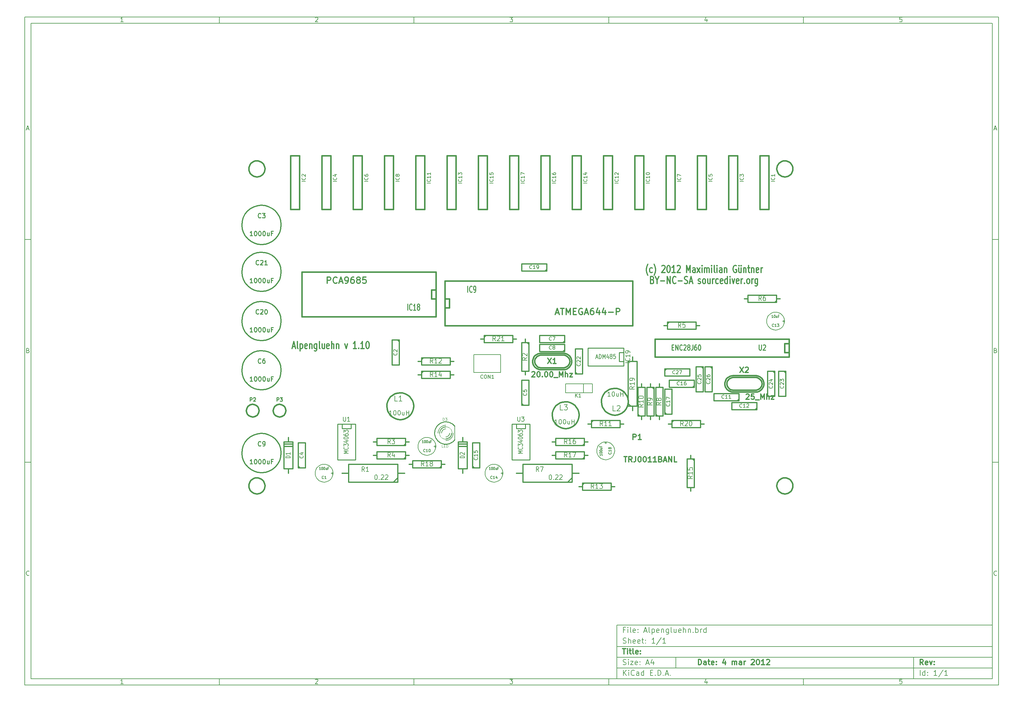
<source format=gto>
G04 (created by PCBNEW-RS274X (2012-01-21 BZR 3373)-stable) date So 04 Mär 2012 16:34:54 CET*
G01*
G70*
G90*
%MOIN*%
G04 Gerber Fmt 3.4, Leading zero omitted, Abs format*
%FSLAX34Y34*%
G04 APERTURE LIST*
%ADD10C,0.006000*%
%ADD11C,0.012000*%
%ADD12C,0.008000*%
%ADD13C,0.003000*%
%ADD14C,0.010000*%
%ADD15C,0.015000*%
%ADD16C,0.005000*%
%ADD17C,0.003500*%
%ADD18C,0.011300*%
%ADD19C,0.007500*%
G04 APERTURE END LIST*
G54D10*
X04000Y-04000D02*
X112930Y-04000D01*
X112930Y-78680D01*
X04000Y-78680D01*
X04000Y-04000D01*
X04700Y-04700D02*
X112230Y-04700D01*
X112230Y-77980D01*
X04700Y-77980D01*
X04700Y-04700D01*
X25780Y-04000D02*
X25780Y-04700D01*
X15033Y-04552D02*
X14747Y-04552D01*
X14890Y-04552D02*
X14890Y-04052D01*
X14842Y-04124D01*
X14795Y-04171D01*
X14747Y-04195D01*
X25780Y-78680D02*
X25780Y-77980D01*
X15033Y-78532D02*
X14747Y-78532D01*
X14890Y-78532D02*
X14890Y-78032D01*
X14842Y-78104D01*
X14795Y-78151D01*
X14747Y-78175D01*
X47560Y-04000D02*
X47560Y-04700D01*
X36527Y-04100D02*
X36551Y-04076D01*
X36599Y-04052D01*
X36718Y-04052D01*
X36765Y-04076D01*
X36789Y-04100D01*
X36813Y-04148D01*
X36813Y-04195D01*
X36789Y-04267D01*
X36503Y-04552D01*
X36813Y-04552D01*
X47560Y-78680D02*
X47560Y-77980D01*
X36527Y-78080D02*
X36551Y-78056D01*
X36599Y-78032D01*
X36718Y-78032D01*
X36765Y-78056D01*
X36789Y-78080D01*
X36813Y-78128D01*
X36813Y-78175D01*
X36789Y-78247D01*
X36503Y-78532D01*
X36813Y-78532D01*
X69340Y-04000D02*
X69340Y-04700D01*
X58283Y-04052D02*
X58593Y-04052D01*
X58426Y-04243D01*
X58498Y-04243D01*
X58545Y-04267D01*
X58569Y-04290D01*
X58593Y-04338D01*
X58593Y-04457D01*
X58569Y-04505D01*
X58545Y-04529D01*
X58498Y-04552D01*
X58355Y-04552D01*
X58307Y-04529D01*
X58283Y-04505D01*
X69340Y-78680D02*
X69340Y-77980D01*
X58283Y-78032D02*
X58593Y-78032D01*
X58426Y-78223D01*
X58498Y-78223D01*
X58545Y-78247D01*
X58569Y-78270D01*
X58593Y-78318D01*
X58593Y-78437D01*
X58569Y-78485D01*
X58545Y-78509D01*
X58498Y-78532D01*
X58355Y-78532D01*
X58307Y-78509D01*
X58283Y-78485D01*
X91120Y-04000D02*
X91120Y-04700D01*
X80325Y-04219D02*
X80325Y-04552D01*
X80206Y-04029D02*
X80087Y-04386D01*
X80397Y-04386D01*
X91120Y-78680D02*
X91120Y-77980D01*
X80325Y-78199D02*
X80325Y-78532D01*
X80206Y-78009D02*
X80087Y-78366D01*
X80397Y-78366D01*
X102129Y-04052D02*
X101891Y-04052D01*
X101867Y-04290D01*
X101891Y-04267D01*
X101939Y-04243D01*
X102058Y-04243D01*
X102105Y-04267D01*
X102129Y-04290D01*
X102153Y-04338D01*
X102153Y-04457D01*
X102129Y-04505D01*
X102105Y-04529D01*
X102058Y-04552D01*
X101939Y-04552D01*
X101891Y-04529D01*
X101867Y-04505D01*
X102129Y-78032D02*
X101891Y-78032D01*
X101867Y-78270D01*
X101891Y-78247D01*
X101939Y-78223D01*
X102058Y-78223D01*
X102105Y-78247D01*
X102129Y-78270D01*
X102153Y-78318D01*
X102153Y-78437D01*
X102129Y-78485D01*
X102105Y-78509D01*
X102058Y-78532D01*
X101939Y-78532D01*
X101891Y-78509D01*
X101867Y-78485D01*
X04000Y-28890D02*
X04700Y-28890D01*
X04231Y-16510D02*
X04469Y-16510D01*
X04184Y-16652D02*
X04350Y-16152D01*
X04517Y-16652D01*
X112930Y-28890D02*
X112230Y-28890D01*
X112461Y-16510D02*
X112699Y-16510D01*
X112414Y-16652D02*
X112580Y-16152D01*
X112747Y-16652D01*
X04000Y-53780D02*
X04700Y-53780D01*
X04386Y-41280D02*
X04457Y-41304D01*
X04481Y-41328D01*
X04505Y-41376D01*
X04505Y-41447D01*
X04481Y-41495D01*
X04457Y-41519D01*
X04410Y-41542D01*
X04219Y-41542D01*
X04219Y-41042D01*
X04386Y-41042D01*
X04433Y-41066D01*
X04457Y-41090D01*
X04481Y-41138D01*
X04481Y-41185D01*
X04457Y-41233D01*
X04433Y-41257D01*
X04386Y-41280D01*
X04219Y-41280D01*
X112930Y-53780D02*
X112230Y-53780D01*
X112616Y-41280D02*
X112687Y-41304D01*
X112711Y-41328D01*
X112735Y-41376D01*
X112735Y-41447D01*
X112711Y-41495D01*
X112687Y-41519D01*
X112640Y-41542D01*
X112449Y-41542D01*
X112449Y-41042D01*
X112616Y-41042D01*
X112663Y-41066D01*
X112687Y-41090D01*
X112711Y-41138D01*
X112711Y-41185D01*
X112687Y-41233D01*
X112663Y-41257D01*
X112616Y-41280D01*
X112449Y-41280D01*
X04505Y-66385D02*
X04481Y-66409D01*
X04410Y-66432D01*
X04362Y-66432D01*
X04290Y-66409D01*
X04243Y-66361D01*
X04219Y-66313D01*
X04195Y-66218D01*
X04195Y-66147D01*
X04219Y-66051D01*
X04243Y-66004D01*
X04290Y-65956D01*
X04362Y-65932D01*
X04410Y-65932D01*
X04481Y-65956D01*
X04505Y-65980D01*
X112735Y-66385D02*
X112711Y-66409D01*
X112640Y-66432D01*
X112592Y-66432D01*
X112520Y-66409D01*
X112473Y-66361D01*
X112449Y-66313D01*
X112425Y-66218D01*
X112425Y-66147D01*
X112449Y-66051D01*
X112473Y-66004D01*
X112520Y-65956D01*
X112592Y-65932D01*
X112640Y-65932D01*
X112711Y-65956D01*
X112735Y-65980D01*
G54D11*
X79373Y-76423D02*
X79373Y-75823D01*
X79516Y-75823D01*
X79601Y-75851D01*
X79659Y-75909D01*
X79687Y-75966D01*
X79716Y-76080D01*
X79716Y-76166D01*
X79687Y-76280D01*
X79659Y-76337D01*
X79601Y-76394D01*
X79516Y-76423D01*
X79373Y-76423D01*
X80230Y-76423D02*
X80230Y-76109D01*
X80201Y-76051D01*
X80144Y-76023D01*
X80030Y-76023D01*
X79973Y-76051D01*
X80230Y-76394D02*
X80173Y-76423D01*
X80030Y-76423D01*
X79973Y-76394D01*
X79944Y-76337D01*
X79944Y-76280D01*
X79973Y-76223D01*
X80030Y-76194D01*
X80173Y-76194D01*
X80230Y-76166D01*
X80430Y-76023D02*
X80659Y-76023D01*
X80516Y-75823D02*
X80516Y-76337D01*
X80544Y-76394D01*
X80602Y-76423D01*
X80659Y-76423D01*
X81087Y-76394D02*
X81030Y-76423D01*
X80916Y-76423D01*
X80859Y-76394D01*
X80830Y-76337D01*
X80830Y-76109D01*
X80859Y-76051D01*
X80916Y-76023D01*
X81030Y-76023D01*
X81087Y-76051D01*
X81116Y-76109D01*
X81116Y-76166D01*
X80830Y-76223D01*
X81373Y-76366D02*
X81401Y-76394D01*
X81373Y-76423D01*
X81344Y-76394D01*
X81373Y-76366D01*
X81373Y-76423D01*
X81373Y-76051D02*
X81401Y-76080D01*
X81373Y-76109D01*
X81344Y-76080D01*
X81373Y-76051D01*
X81373Y-76109D01*
X82373Y-76023D02*
X82373Y-76423D01*
X82230Y-75794D02*
X82087Y-76223D01*
X82459Y-76223D01*
X83144Y-76423D02*
X83144Y-76023D01*
X83144Y-76080D02*
X83172Y-76051D01*
X83230Y-76023D01*
X83315Y-76023D01*
X83372Y-76051D01*
X83401Y-76109D01*
X83401Y-76423D01*
X83401Y-76109D02*
X83430Y-76051D01*
X83487Y-76023D01*
X83572Y-76023D01*
X83630Y-76051D01*
X83658Y-76109D01*
X83658Y-76423D01*
X84201Y-76423D02*
X84201Y-76109D01*
X84172Y-76051D01*
X84115Y-76023D01*
X84001Y-76023D01*
X83944Y-76051D01*
X84201Y-76394D02*
X84144Y-76423D01*
X84001Y-76423D01*
X83944Y-76394D01*
X83915Y-76337D01*
X83915Y-76280D01*
X83944Y-76223D01*
X84001Y-76194D01*
X84144Y-76194D01*
X84201Y-76166D01*
X84487Y-76423D02*
X84487Y-76023D01*
X84487Y-76137D02*
X84515Y-76080D01*
X84544Y-76051D01*
X84601Y-76023D01*
X84658Y-76023D01*
X85286Y-75880D02*
X85315Y-75851D01*
X85372Y-75823D01*
X85515Y-75823D01*
X85572Y-75851D01*
X85601Y-75880D01*
X85629Y-75937D01*
X85629Y-75994D01*
X85601Y-76080D01*
X85258Y-76423D01*
X85629Y-76423D01*
X86000Y-75823D02*
X86057Y-75823D01*
X86114Y-75851D01*
X86143Y-75880D01*
X86172Y-75937D01*
X86200Y-76051D01*
X86200Y-76194D01*
X86172Y-76309D01*
X86143Y-76366D01*
X86114Y-76394D01*
X86057Y-76423D01*
X86000Y-76423D01*
X85943Y-76394D01*
X85914Y-76366D01*
X85886Y-76309D01*
X85857Y-76194D01*
X85857Y-76051D01*
X85886Y-75937D01*
X85914Y-75880D01*
X85943Y-75851D01*
X86000Y-75823D01*
X86771Y-76423D02*
X86428Y-76423D01*
X86600Y-76423D02*
X86600Y-75823D01*
X86543Y-75909D01*
X86485Y-75966D01*
X86428Y-75994D01*
X86999Y-75880D02*
X87028Y-75851D01*
X87085Y-75823D01*
X87228Y-75823D01*
X87285Y-75851D01*
X87314Y-75880D01*
X87342Y-75937D01*
X87342Y-75994D01*
X87314Y-76080D01*
X86971Y-76423D01*
X87342Y-76423D01*
G54D10*
X70973Y-77623D02*
X70973Y-77023D01*
X71316Y-77623D02*
X71059Y-77280D01*
X71316Y-77023D02*
X70973Y-77366D01*
X71573Y-77623D02*
X71573Y-77223D01*
X71573Y-77023D02*
X71544Y-77051D01*
X71573Y-77080D01*
X71601Y-77051D01*
X71573Y-77023D01*
X71573Y-77080D01*
X72202Y-77566D02*
X72173Y-77594D01*
X72087Y-77623D01*
X72030Y-77623D01*
X71945Y-77594D01*
X71887Y-77537D01*
X71859Y-77480D01*
X71830Y-77366D01*
X71830Y-77280D01*
X71859Y-77166D01*
X71887Y-77109D01*
X71945Y-77051D01*
X72030Y-77023D01*
X72087Y-77023D01*
X72173Y-77051D01*
X72202Y-77080D01*
X72716Y-77623D02*
X72716Y-77309D01*
X72687Y-77251D01*
X72630Y-77223D01*
X72516Y-77223D01*
X72459Y-77251D01*
X72716Y-77594D02*
X72659Y-77623D01*
X72516Y-77623D01*
X72459Y-77594D01*
X72430Y-77537D01*
X72430Y-77480D01*
X72459Y-77423D01*
X72516Y-77394D01*
X72659Y-77394D01*
X72716Y-77366D01*
X73259Y-77623D02*
X73259Y-77023D01*
X73259Y-77594D02*
X73202Y-77623D01*
X73088Y-77623D01*
X73030Y-77594D01*
X73002Y-77566D01*
X72973Y-77509D01*
X72973Y-77337D01*
X73002Y-77280D01*
X73030Y-77251D01*
X73088Y-77223D01*
X73202Y-77223D01*
X73259Y-77251D01*
X74002Y-77309D02*
X74202Y-77309D01*
X74288Y-77623D02*
X74002Y-77623D01*
X74002Y-77023D01*
X74288Y-77023D01*
X74545Y-77566D02*
X74573Y-77594D01*
X74545Y-77623D01*
X74516Y-77594D01*
X74545Y-77566D01*
X74545Y-77623D01*
X74831Y-77623D02*
X74831Y-77023D01*
X74974Y-77023D01*
X75059Y-77051D01*
X75117Y-77109D01*
X75145Y-77166D01*
X75174Y-77280D01*
X75174Y-77366D01*
X75145Y-77480D01*
X75117Y-77537D01*
X75059Y-77594D01*
X74974Y-77623D01*
X74831Y-77623D01*
X75431Y-77566D02*
X75459Y-77594D01*
X75431Y-77623D01*
X75402Y-77594D01*
X75431Y-77566D01*
X75431Y-77623D01*
X75688Y-77451D02*
X75974Y-77451D01*
X75631Y-77623D02*
X75831Y-77023D01*
X76031Y-77623D01*
X76231Y-77566D02*
X76259Y-77594D01*
X76231Y-77623D01*
X76202Y-77594D01*
X76231Y-77566D01*
X76231Y-77623D01*
G54D11*
X104516Y-76423D02*
X104316Y-76137D01*
X104173Y-76423D02*
X104173Y-75823D01*
X104401Y-75823D01*
X104459Y-75851D01*
X104487Y-75880D01*
X104516Y-75937D01*
X104516Y-76023D01*
X104487Y-76080D01*
X104459Y-76109D01*
X104401Y-76137D01*
X104173Y-76137D01*
X105001Y-76394D02*
X104944Y-76423D01*
X104830Y-76423D01*
X104773Y-76394D01*
X104744Y-76337D01*
X104744Y-76109D01*
X104773Y-76051D01*
X104830Y-76023D01*
X104944Y-76023D01*
X105001Y-76051D01*
X105030Y-76109D01*
X105030Y-76166D01*
X104744Y-76223D01*
X105230Y-76023D02*
X105373Y-76423D01*
X105515Y-76023D01*
X105744Y-76366D02*
X105772Y-76394D01*
X105744Y-76423D01*
X105715Y-76394D01*
X105744Y-76366D01*
X105744Y-76423D01*
X105744Y-76051D02*
X105772Y-76080D01*
X105744Y-76109D01*
X105715Y-76080D01*
X105744Y-76051D01*
X105744Y-76109D01*
G54D10*
X70944Y-76394D02*
X71030Y-76423D01*
X71173Y-76423D01*
X71230Y-76394D01*
X71259Y-76366D01*
X71287Y-76309D01*
X71287Y-76251D01*
X71259Y-76194D01*
X71230Y-76166D01*
X71173Y-76137D01*
X71059Y-76109D01*
X71001Y-76080D01*
X70973Y-76051D01*
X70944Y-75994D01*
X70944Y-75937D01*
X70973Y-75880D01*
X71001Y-75851D01*
X71059Y-75823D01*
X71201Y-75823D01*
X71287Y-75851D01*
X71544Y-76423D02*
X71544Y-76023D01*
X71544Y-75823D02*
X71515Y-75851D01*
X71544Y-75880D01*
X71572Y-75851D01*
X71544Y-75823D01*
X71544Y-75880D01*
X71773Y-76023D02*
X72087Y-76023D01*
X71773Y-76423D01*
X72087Y-76423D01*
X72544Y-76394D02*
X72487Y-76423D01*
X72373Y-76423D01*
X72316Y-76394D01*
X72287Y-76337D01*
X72287Y-76109D01*
X72316Y-76051D01*
X72373Y-76023D01*
X72487Y-76023D01*
X72544Y-76051D01*
X72573Y-76109D01*
X72573Y-76166D01*
X72287Y-76223D01*
X72830Y-76366D02*
X72858Y-76394D01*
X72830Y-76423D01*
X72801Y-76394D01*
X72830Y-76366D01*
X72830Y-76423D01*
X72830Y-76051D02*
X72858Y-76080D01*
X72830Y-76109D01*
X72801Y-76080D01*
X72830Y-76051D01*
X72830Y-76109D01*
X73544Y-76251D02*
X73830Y-76251D01*
X73487Y-76423D02*
X73687Y-75823D01*
X73887Y-76423D01*
X74344Y-76023D02*
X74344Y-76423D01*
X74201Y-75794D02*
X74058Y-76223D01*
X74430Y-76223D01*
X104173Y-77623D02*
X104173Y-77023D01*
X104716Y-77623D02*
X104716Y-77023D01*
X104716Y-77594D02*
X104659Y-77623D01*
X104545Y-77623D01*
X104487Y-77594D01*
X104459Y-77566D01*
X104430Y-77509D01*
X104430Y-77337D01*
X104459Y-77280D01*
X104487Y-77251D01*
X104545Y-77223D01*
X104659Y-77223D01*
X104716Y-77251D01*
X105002Y-77566D02*
X105030Y-77594D01*
X105002Y-77623D01*
X104973Y-77594D01*
X105002Y-77566D01*
X105002Y-77623D01*
X105002Y-77251D02*
X105030Y-77280D01*
X105002Y-77309D01*
X104973Y-77280D01*
X105002Y-77251D01*
X105002Y-77309D01*
X106059Y-77623D02*
X105716Y-77623D01*
X105888Y-77623D02*
X105888Y-77023D01*
X105831Y-77109D01*
X105773Y-77166D01*
X105716Y-77194D01*
X106744Y-76994D02*
X106230Y-77766D01*
X107259Y-77623D02*
X106916Y-77623D01*
X107088Y-77623D02*
X107088Y-77023D01*
X107031Y-77109D01*
X106973Y-77166D01*
X106916Y-77194D01*
G54D11*
X70887Y-74623D02*
X71230Y-74623D01*
X71059Y-75223D02*
X71059Y-74623D01*
X71430Y-75223D02*
X71430Y-74823D01*
X71430Y-74623D02*
X71401Y-74651D01*
X71430Y-74680D01*
X71458Y-74651D01*
X71430Y-74623D01*
X71430Y-74680D01*
X71630Y-74823D02*
X71859Y-74823D01*
X71716Y-74623D02*
X71716Y-75137D01*
X71744Y-75194D01*
X71802Y-75223D01*
X71859Y-75223D01*
X72145Y-75223D02*
X72087Y-75194D01*
X72059Y-75137D01*
X72059Y-74623D01*
X72601Y-75194D02*
X72544Y-75223D01*
X72430Y-75223D01*
X72373Y-75194D01*
X72344Y-75137D01*
X72344Y-74909D01*
X72373Y-74851D01*
X72430Y-74823D01*
X72544Y-74823D01*
X72601Y-74851D01*
X72630Y-74909D01*
X72630Y-74966D01*
X72344Y-75023D01*
X72887Y-75166D02*
X72915Y-75194D01*
X72887Y-75223D01*
X72858Y-75194D01*
X72887Y-75166D01*
X72887Y-75223D01*
X72887Y-74851D02*
X72915Y-74880D01*
X72887Y-74909D01*
X72858Y-74880D01*
X72887Y-74851D01*
X72887Y-74909D01*
G54D10*
X71173Y-72509D02*
X70973Y-72509D01*
X70973Y-72823D02*
X70973Y-72223D01*
X71259Y-72223D01*
X71487Y-72823D02*
X71487Y-72423D01*
X71487Y-72223D02*
X71458Y-72251D01*
X71487Y-72280D01*
X71515Y-72251D01*
X71487Y-72223D01*
X71487Y-72280D01*
X71859Y-72823D02*
X71801Y-72794D01*
X71773Y-72737D01*
X71773Y-72223D01*
X72315Y-72794D02*
X72258Y-72823D01*
X72144Y-72823D01*
X72087Y-72794D01*
X72058Y-72737D01*
X72058Y-72509D01*
X72087Y-72451D01*
X72144Y-72423D01*
X72258Y-72423D01*
X72315Y-72451D01*
X72344Y-72509D01*
X72344Y-72566D01*
X72058Y-72623D01*
X72601Y-72766D02*
X72629Y-72794D01*
X72601Y-72823D01*
X72572Y-72794D01*
X72601Y-72766D01*
X72601Y-72823D01*
X72601Y-72451D02*
X72629Y-72480D01*
X72601Y-72509D01*
X72572Y-72480D01*
X72601Y-72451D01*
X72601Y-72509D01*
X73315Y-72651D02*
X73601Y-72651D01*
X73258Y-72823D02*
X73458Y-72223D01*
X73658Y-72823D01*
X73944Y-72823D02*
X73886Y-72794D01*
X73858Y-72737D01*
X73858Y-72223D01*
X74172Y-72423D02*
X74172Y-73023D01*
X74172Y-72451D02*
X74229Y-72423D01*
X74343Y-72423D01*
X74400Y-72451D01*
X74429Y-72480D01*
X74458Y-72537D01*
X74458Y-72709D01*
X74429Y-72766D01*
X74400Y-72794D01*
X74343Y-72823D01*
X74229Y-72823D01*
X74172Y-72794D01*
X74943Y-72794D02*
X74886Y-72823D01*
X74772Y-72823D01*
X74715Y-72794D01*
X74686Y-72737D01*
X74686Y-72509D01*
X74715Y-72451D01*
X74772Y-72423D01*
X74886Y-72423D01*
X74943Y-72451D01*
X74972Y-72509D01*
X74972Y-72566D01*
X74686Y-72623D01*
X75229Y-72423D02*
X75229Y-72823D01*
X75229Y-72480D02*
X75257Y-72451D01*
X75315Y-72423D01*
X75400Y-72423D01*
X75457Y-72451D01*
X75486Y-72509D01*
X75486Y-72823D01*
X76029Y-72423D02*
X76029Y-72909D01*
X76000Y-72966D01*
X75972Y-72994D01*
X75915Y-73023D01*
X75829Y-73023D01*
X75772Y-72994D01*
X76029Y-72794D02*
X75972Y-72823D01*
X75858Y-72823D01*
X75800Y-72794D01*
X75772Y-72766D01*
X75743Y-72709D01*
X75743Y-72537D01*
X75772Y-72480D01*
X75800Y-72451D01*
X75858Y-72423D01*
X75972Y-72423D01*
X76029Y-72451D01*
X76401Y-72823D02*
X76343Y-72794D01*
X76315Y-72737D01*
X76315Y-72223D01*
X76886Y-72423D02*
X76886Y-72823D01*
X76629Y-72423D02*
X76629Y-72737D01*
X76657Y-72794D01*
X76715Y-72823D01*
X76800Y-72823D01*
X76857Y-72794D01*
X76886Y-72766D01*
X77400Y-72794D02*
X77343Y-72823D01*
X77229Y-72823D01*
X77172Y-72794D01*
X77143Y-72737D01*
X77143Y-72509D01*
X77172Y-72451D01*
X77229Y-72423D01*
X77343Y-72423D01*
X77400Y-72451D01*
X77429Y-72509D01*
X77429Y-72566D01*
X77143Y-72623D01*
X77686Y-72823D02*
X77686Y-72223D01*
X77943Y-72823D02*
X77943Y-72509D01*
X77914Y-72451D01*
X77857Y-72423D01*
X77772Y-72423D01*
X77714Y-72451D01*
X77686Y-72480D01*
X78229Y-72423D02*
X78229Y-72823D01*
X78229Y-72480D02*
X78257Y-72451D01*
X78315Y-72423D01*
X78400Y-72423D01*
X78457Y-72451D01*
X78486Y-72509D01*
X78486Y-72823D01*
X78772Y-72766D02*
X78800Y-72794D01*
X78772Y-72823D01*
X78743Y-72794D01*
X78772Y-72766D01*
X78772Y-72823D01*
X79058Y-72823D02*
X79058Y-72223D01*
X79058Y-72451D02*
X79115Y-72423D01*
X79229Y-72423D01*
X79286Y-72451D01*
X79315Y-72480D01*
X79344Y-72537D01*
X79344Y-72709D01*
X79315Y-72766D01*
X79286Y-72794D01*
X79229Y-72823D01*
X79115Y-72823D01*
X79058Y-72794D01*
X79601Y-72823D02*
X79601Y-72423D01*
X79601Y-72537D02*
X79629Y-72480D01*
X79658Y-72451D01*
X79715Y-72423D01*
X79772Y-72423D01*
X80229Y-72823D02*
X80229Y-72223D01*
X80229Y-72794D02*
X80172Y-72823D01*
X80058Y-72823D01*
X80000Y-72794D01*
X79972Y-72766D01*
X79943Y-72709D01*
X79943Y-72537D01*
X79972Y-72480D01*
X80000Y-72451D01*
X80058Y-72423D01*
X80172Y-72423D01*
X80229Y-72451D01*
X70944Y-73994D02*
X71030Y-74023D01*
X71173Y-74023D01*
X71230Y-73994D01*
X71259Y-73966D01*
X71287Y-73909D01*
X71287Y-73851D01*
X71259Y-73794D01*
X71230Y-73766D01*
X71173Y-73737D01*
X71059Y-73709D01*
X71001Y-73680D01*
X70973Y-73651D01*
X70944Y-73594D01*
X70944Y-73537D01*
X70973Y-73480D01*
X71001Y-73451D01*
X71059Y-73423D01*
X71201Y-73423D01*
X71287Y-73451D01*
X71544Y-74023D02*
X71544Y-73423D01*
X71801Y-74023D02*
X71801Y-73709D01*
X71772Y-73651D01*
X71715Y-73623D01*
X71630Y-73623D01*
X71572Y-73651D01*
X71544Y-73680D01*
X72315Y-73994D02*
X72258Y-74023D01*
X72144Y-74023D01*
X72087Y-73994D01*
X72058Y-73937D01*
X72058Y-73709D01*
X72087Y-73651D01*
X72144Y-73623D01*
X72258Y-73623D01*
X72315Y-73651D01*
X72344Y-73709D01*
X72344Y-73766D01*
X72058Y-73823D01*
X72829Y-73994D02*
X72772Y-74023D01*
X72658Y-74023D01*
X72601Y-73994D01*
X72572Y-73937D01*
X72572Y-73709D01*
X72601Y-73651D01*
X72658Y-73623D01*
X72772Y-73623D01*
X72829Y-73651D01*
X72858Y-73709D01*
X72858Y-73766D01*
X72572Y-73823D01*
X73029Y-73623D02*
X73258Y-73623D01*
X73115Y-73423D02*
X73115Y-73937D01*
X73143Y-73994D01*
X73201Y-74023D01*
X73258Y-74023D01*
X73458Y-73966D02*
X73486Y-73994D01*
X73458Y-74023D01*
X73429Y-73994D01*
X73458Y-73966D01*
X73458Y-74023D01*
X73458Y-73651D02*
X73486Y-73680D01*
X73458Y-73709D01*
X73429Y-73680D01*
X73458Y-73651D01*
X73458Y-73709D01*
X74515Y-74023D02*
X74172Y-74023D01*
X74344Y-74023D02*
X74344Y-73423D01*
X74287Y-73509D01*
X74229Y-73566D01*
X74172Y-73594D01*
X75200Y-73394D02*
X74686Y-74166D01*
X75715Y-74023D02*
X75372Y-74023D01*
X75544Y-74023D02*
X75544Y-73423D01*
X75487Y-73509D01*
X75429Y-73566D01*
X75372Y-73594D01*
X70230Y-71980D02*
X70230Y-77980D01*
X70230Y-71980D02*
X112230Y-71980D01*
X70230Y-71980D02*
X112230Y-71980D01*
X70230Y-74380D02*
X112230Y-74380D01*
X103430Y-75580D02*
X103430Y-77980D01*
X70230Y-76780D02*
X112230Y-76780D01*
X70230Y-75580D02*
X112230Y-75580D01*
X76830Y-75580D02*
X76830Y-76780D01*
G54D11*
X33965Y-40845D02*
X34251Y-40845D01*
X33908Y-41074D02*
X34108Y-40274D01*
X34308Y-41074D01*
X34594Y-41074D02*
X34536Y-41036D01*
X34508Y-40960D01*
X34508Y-40274D01*
X34822Y-40540D02*
X34822Y-41340D01*
X34822Y-40579D02*
X34879Y-40540D01*
X34993Y-40540D01*
X35050Y-40579D01*
X35079Y-40617D01*
X35108Y-40693D01*
X35108Y-40921D01*
X35079Y-40998D01*
X35050Y-41036D01*
X34993Y-41074D01*
X34879Y-41074D01*
X34822Y-41036D01*
X35593Y-41036D02*
X35536Y-41074D01*
X35422Y-41074D01*
X35365Y-41036D01*
X35336Y-40960D01*
X35336Y-40655D01*
X35365Y-40579D01*
X35422Y-40540D01*
X35536Y-40540D01*
X35593Y-40579D01*
X35622Y-40655D01*
X35622Y-40731D01*
X35336Y-40807D01*
X35879Y-40540D02*
X35879Y-41074D01*
X35879Y-40617D02*
X35907Y-40579D01*
X35965Y-40540D01*
X36050Y-40540D01*
X36107Y-40579D01*
X36136Y-40655D01*
X36136Y-41074D01*
X36679Y-40540D02*
X36679Y-41188D01*
X36650Y-41264D01*
X36622Y-41302D01*
X36565Y-41340D01*
X36479Y-41340D01*
X36422Y-41302D01*
X36679Y-41036D02*
X36622Y-41074D01*
X36508Y-41074D01*
X36450Y-41036D01*
X36422Y-40998D01*
X36393Y-40921D01*
X36393Y-40693D01*
X36422Y-40617D01*
X36450Y-40579D01*
X36508Y-40540D01*
X36622Y-40540D01*
X36679Y-40579D01*
X37051Y-41074D02*
X36993Y-41036D01*
X36965Y-40960D01*
X36965Y-40274D01*
X37536Y-40540D02*
X37536Y-41074D01*
X37279Y-40540D02*
X37279Y-40960D01*
X37307Y-41036D01*
X37365Y-41074D01*
X37450Y-41074D01*
X37507Y-41036D01*
X37536Y-40998D01*
X38050Y-41036D02*
X37993Y-41074D01*
X37879Y-41074D01*
X37822Y-41036D01*
X37793Y-40960D01*
X37793Y-40655D01*
X37822Y-40579D01*
X37879Y-40540D01*
X37993Y-40540D01*
X38050Y-40579D01*
X38079Y-40655D01*
X38079Y-40731D01*
X37793Y-40807D01*
X38336Y-41074D02*
X38336Y-40274D01*
X38593Y-41074D02*
X38593Y-40655D01*
X38564Y-40579D01*
X38507Y-40540D01*
X38422Y-40540D01*
X38364Y-40579D01*
X38336Y-40617D01*
X38879Y-40540D02*
X38879Y-41074D01*
X38879Y-40617D02*
X38907Y-40579D01*
X38965Y-40540D01*
X39050Y-40540D01*
X39107Y-40579D01*
X39136Y-40655D01*
X39136Y-41074D01*
X39822Y-40540D02*
X39965Y-41074D01*
X40107Y-40540D01*
X41107Y-41074D02*
X40764Y-41074D01*
X40936Y-41074D02*
X40936Y-40274D01*
X40879Y-40388D01*
X40821Y-40464D01*
X40764Y-40502D01*
X41364Y-40998D02*
X41392Y-41036D01*
X41364Y-41074D01*
X41335Y-41036D01*
X41364Y-40998D01*
X41364Y-41074D01*
X41964Y-41074D02*
X41621Y-41074D01*
X41793Y-41074D02*
X41793Y-40274D01*
X41736Y-40388D01*
X41678Y-40464D01*
X41621Y-40502D01*
X42335Y-40274D02*
X42392Y-40274D01*
X42449Y-40312D01*
X42478Y-40350D01*
X42507Y-40426D01*
X42535Y-40579D01*
X42535Y-40769D01*
X42507Y-40921D01*
X42478Y-40998D01*
X42449Y-41036D01*
X42392Y-41074D01*
X42335Y-41074D01*
X42278Y-41036D01*
X42249Y-40998D01*
X42221Y-40921D01*
X42192Y-40769D01*
X42192Y-40579D01*
X42221Y-40426D01*
X42249Y-40350D01*
X42278Y-40312D01*
X42335Y-40274D01*
X73715Y-32879D02*
X73687Y-32840D01*
X73630Y-32726D01*
X73601Y-32650D01*
X73572Y-32536D01*
X73544Y-32345D01*
X73544Y-32193D01*
X73572Y-32002D01*
X73601Y-31888D01*
X73630Y-31812D01*
X73687Y-31698D01*
X73715Y-31660D01*
X74201Y-32536D02*
X74144Y-32574D01*
X74030Y-32574D01*
X73972Y-32536D01*
X73944Y-32498D01*
X73915Y-32421D01*
X73915Y-32193D01*
X73944Y-32117D01*
X73972Y-32079D01*
X74030Y-32040D01*
X74144Y-32040D01*
X74201Y-32079D01*
X74401Y-32879D02*
X74429Y-32840D01*
X74486Y-32726D01*
X74515Y-32650D01*
X74544Y-32536D01*
X74572Y-32345D01*
X74572Y-32193D01*
X74544Y-32002D01*
X74515Y-31888D01*
X74486Y-31812D01*
X74429Y-31698D01*
X74401Y-31660D01*
X75286Y-31850D02*
X75315Y-31812D01*
X75372Y-31774D01*
X75515Y-31774D01*
X75572Y-31812D01*
X75601Y-31850D01*
X75629Y-31926D01*
X75629Y-32002D01*
X75601Y-32117D01*
X75258Y-32574D01*
X75629Y-32574D01*
X76000Y-31774D02*
X76057Y-31774D01*
X76114Y-31812D01*
X76143Y-31850D01*
X76172Y-31926D01*
X76200Y-32079D01*
X76200Y-32269D01*
X76172Y-32421D01*
X76143Y-32498D01*
X76114Y-32536D01*
X76057Y-32574D01*
X76000Y-32574D01*
X75943Y-32536D01*
X75914Y-32498D01*
X75886Y-32421D01*
X75857Y-32269D01*
X75857Y-32079D01*
X75886Y-31926D01*
X75914Y-31850D01*
X75943Y-31812D01*
X76000Y-31774D01*
X76771Y-32574D02*
X76428Y-32574D01*
X76600Y-32574D02*
X76600Y-31774D01*
X76543Y-31888D01*
X76485Y-31964D01*
X76428Y-32002D01*
X76999Y-31850D02*
X77028Y-31812D01*
X77085Y-31774D01*
X77228Y-31774D01*
X77285Y-31812D01*
X77314Y-31850D01*
X77342Y-31926D01*
X77342Y-32002D01*
X77314Y-32117D01*
X76971Y-32574D01*
X77342Y-32574D01*
X78056Y-32574D02*
X78056Y-31774D01*
X78256Y-32345D01*
X78456Y-31774D01*
X78456Y-32574D01*
X78999Y-32574D02*
X78999Y-32155D01*
X78970Y-32079D01*
X78913Y-32040D01*
X78799Y-32040D01*
X78742Y-32079D01*
X78999Y-32536D02*
X78942Y-32574D01*
X78799Y-32574D01*
X78742Y-32536D01*
X78713Y-32460D01*
X78713Y-32383D01*
X78742Y-32307D01*
X78799Y-32269D01*
X78942Y-32269D01*
X78999Y-32231D01*
X79228Y-32574D02*
X79542Y-32040D01*
X79228Y-32040D02*
X79542Y-32574D01*
X79771Y-32574D02*
X79771Y-32040D01*
X79771Y-31774D02*
X79742Y-31812D01*
X79771Y-31850D01*
X79799Y-31812D01*
X79771Y-31774D01*
X79771Y-31850D01*
X80057Y-32574D02*
X80057Y-32040D01*
X80057Y-32117D02*
X80085Y-32079D01*
X80143Y-32040D01*
X80228Y-32040D01*
X80285Y-32079D01*
X80314Y-32155D01*
X80314Y-32574D01*
X80314Y-32155D02*
X80343Y-32079D01*
X80400Y-32040D01*
X80485Y-32040D01*
X80543Y-32079D01*
X80571Y-32155D01*
X80571Y-32574D01*
X80857Y-32574D02*
X80857Y-32040D01*
X80857Y-31774D02*
X80828Y-31812D01*
X80857Y-31850D01*
X80885Y-31812D01*
X80857Y-31774D01*
X80857Y-31850D01*
X81229Y-32574D02*
X81171Y-32536D01*
X81143Y-32460D01*
X81143Y-31774D01*
X81457Y-32574D02*
X81457Y-32040D01*
X81457Y-31774D02*
X81428Y-31812D01*
X81457Y-31850D01*
X81485Y-31812D01*
X81457Y-31774D01*
X81457Y-31850D01*
X82000Y-32574D02*
X82000Y-32155D01*
X81971Y-32079D01*
X81914Y-32040D01*
X81800Y-32040D01*
X81743Y-32079D01*
X82000Y-32536D02*
X81943Y-32574D01*
X81800Y-32574D01*
X81743Y-32536D01*
X81714Y-32460D01*
X81714Y-32383D01*
X81743Y-32307D01*
X81800Y-32269D01*
X81943Y-32269D01*
X82000Y-32231D01*
X82286Y-32040D02*
X82286Y-32574D01*
X82286Y-32117D02*
X82314Y-32079D01*
X82372Y-32040D01*
X82457Y-32040D01*
X82514Y-32079D01*
X82543Y-32155D01*
X82543Y-32574D01*
X83600Y-31812D02*
X83543Y-31774D01*
X83457Y-31774D01*
X83372Y-31812D01*
X83314Y-31888D01*
X83286Y-31964D01*
X83257Y-32117D01*
X83257Y-32231D01*
X83286Y-32383D01*
X83314Y-32460D01*
X83372Y-32536D01*
X83457Y-32574D01*
X83514Y-32574D01*
X83600Y-32536D01*
X83629Y-32498D01*
X83629Y-32231D01*
X83514Y-32231D01*
X84143Y-32040D02*
X84143Y-32574D01*
X83886Y-32040D02*
X83886Y-32460D01*
X83914Y-32536D01*
X83972Y-32574D01*
X84057Y-32574D01*
X84114Y-32536D01*
X84143Y-32498D01*
X83914Y-31774D02*
X83943Y-31812D01*
X83914Y-31850D01*
X83886Y-31812D01*
X83914Y-31774D01*
X83914Y-31850D01*
X84143Y-31774D02*
X84172Y-31812D01*
X84143Y-31850D01*
X84114Y-31812D01*
X84143Y-31774D01*
X84143Y-31850D01*
X84429Y-32040D02*
X84429Y-32574D01*
X84429Y-32117D02*
X84457Y-32079D01*
X84515Y-32040D01*
X84600Y-32040D01*
X84657Y-32079D01*
X84686Y-32155D01*
X84686Y-32574D01*
X84886Y-32040D02*
X85115Y-32040D01*
X84972Y-31774D02*
X84972Y-32460D01*
X85000Y-32536D01*
X85058Y-32574D01*
X85115Y-32574D01*
X85315Y-32040D02*
X85315Y-32574D01*
X85315Y-32117D02*
X85343Y-32079D01*
X85401Y-32040D01*
X85486Y-32040D01*
X85543Y-32079D01*
X85572Y-32155D01*
X85572Y-32574D01*
X86086Y-32536D02*
X86029Y-32574D01*
X85915Y-32574D01*
X85858Y-32536D01*
X85829Y-32460D01*
X85829Y-32155D01*
X85858Y-32079D01*
X85915Y-32040D01*
X86029Y-32040D01*
X86086Y-32079D01*
X86115Y-32155D01*
X86115Y-32231D01*
X85829Y-32307D01*
X86372Y-32574D02*
X86372Y-32040D01*
X86372Y-32193D02*
X86400Y-32117D01*
X86429Y-32079D01*
X86486Y-32040D01*
X86543Y-32040D01*
X74215Y-33395D02*
X74301Y-33433D01*
X74329Y-33471D01*
X74358Y-33547D01*
X74358Y-33661D01*
X74329Y-33738D01*
X74301Y-33776D01*
X74243Y-33814D01*
X74015Y-33814D01*
X74015Y-33014D01*
X74215Y-33014D01*
X74272Y-33052D01*
X74301Y-33090D01*
X74329Y-33166D01*
X74329Y-33242D01*
X74301Y-33319D01*
X74272Y-33357D01*
X74215Y-33395D01*
X74015Y-33395D01*
X74729Y-33433D02*
X74729Y-33814D01*
X74529Y-33014D02*
X74729Y-33433D01*
X74929Y-33014D01*
X75129Y-33509D02*
X75586Y-33509D01*
X75872Y-33814D02*
X75872Y-33014D01*
X76215Y-33814D01*
X76215Y-33014D01*
X76844Y-33738D02*
X76815Y-33776D01*
X76729Y-33814D01*
X76672Y-33814D01*
X76587Y-33776D01*
X76529Y-33700D01*
X76501Y-33623D01*
X76472Y-33471D01*
X76472Y-33357D01*
X76501Y-33204D01*
X76529Y-33128D01*
X76587Y-33052D01*
X76672Y-33014D01*
X76729Y-33014D01*
X76815Y-33052D01*
X76844Y-33090D01*
X77101Y-33509D02*
X77558Y-33509D01*
X77815Y-33776D02*
X77901Y-33814D01*
X78044Y-33814D01*
X78101Y-33776D01*
X78130Y-33738D01*
X78158Y-33661D01*
X78158Y-33585D01*
X78130Y-33509D01*
X78101Y-33471D01*
X78044Y-33433D01*
X77930Y-33395D01*
X77872Y-33357D01*
X77844Y-33319D01*
X77815Y-33242D01*
X77815Y-33166D01*
X77844Y-33090D01*
X77872Y-33052D01*
X77930Y-33014D01*
X78072Y-33014D01*
X78158Y-33052D01*
X78386Y-33585D02*
X78672Y-33585D01*
X78329Y-33814D02*
X78529Y-33014D01*
X78729Y-33814D01*
X79357Y-33776D02*
X79414Y-33814D01*
X79529Y-33814D01*
X79586Y-33776D01*
X79614Y-33700D01*
X79614Y-33661D01*
X79586Y-33585D01*
X79529Y-33547D01*
X79443Y-33547D01*
X79386Y-33509D01*
X79357Y-33433D01*
X79357Y-33395D01*
X79386Y-33319D01*
X79443Y-33280D01*
X79529Y-33280D01*
X79586Y-33319D01*
X79958Y-33814D02*
X79900Y-33776D01*
X79872Y-33738D01*
X79843Y-33661D01*
X79843Y-33433D01*
X79872Y-33357D01*
X79900Y-33319D01*
X79958Y-33280D01*
X80043Y-33280D01*
X80100Y-33319D01*
X80129Y-33357D01*
X80158Y-33433D01*
X80158Y-33661D01*
X80129Y-33738D01*
X80100Y-33776D01*
X80043Y-33814D01*
X79958Y-33814D01*
X80672Y-33280D02*
X80672Y-33814D01*
X80415Y-33280D02*
X80415Y-33700D01*
X80443Y-33776D01*
X80501Y-33814D01*
X80586Y-33814D01*
X80643Y-33776D01*
X80672Y-33738D01*
X80958Y-33814D02*
X80958Y-33280D01*
X80958Y-33433D02*
X80986Y-33357D01*
X81015Y-33319D01*
X81072Y-33280D01*
X81129Y-33280D01*
X81586Y-33776D02*
X81529Y-33814D01*
X81415Y-33814D01*
X81357Y-33776D01*
X81329Y-33738D01*
X81300Y-33661D01*
X81300Y-33433D01*
X81329Y-33357D01*
X81357Y-33319D01*
X81415Y-33280D01*
X81529Y-33280D01*
X81586Y-33319D01*
X82071Y-33776D02*
X82014Y-33814D01*
X81900Y-33814D01*
X81843Y-33776D01*
X81814Y-33700D01*
X81814Y-33395D01*
X81843Y-33319D01*
X81900Y-33280D01*
X82014Y-33280D01*
X82071Y-33319D01*
X82100Y-33395D01*
X82100Y-33471D01*
X81814Y-33547D01*
X82614Y-33814D02*
X82614Y-33014D01*
X82614Y-33776D02*
X82557Y-33814D01*
X82443Y-33814D01*
X82385Y-33776D01*
X82357Y-33738D01*
X82328Y-33661D01*
X82328Y-33433D01*
X82357Y-33357D01*
X82385Y-33319D01*
X82443Y-33280D01*
X82557Y-33280D01*
X82614Y-33319D01*
X82900Y-33814D02*
X82900Y-33280D01*
X82900Y-33014D02*
X82871Y-33052D01*
X82900Y-33090D01*
X82928Y-33052D01*
X82900Y-33014D01*
X82900Y-33090D01*
X83129Y-33280D02*
X83272Y-33814D01*
X83414Y-33280D01*
X83871Y-33776D02*
X83814Y-33814D01*
X83700Y-33814D01*
X83643Y-33776D01*
X83614Y-33700D01*
X83614Y-33395D01*
X83643Y-33319D01*
X83700Y-33280D01*
X83814Y-33280D01*
X83871Y-33319D01*
X83900Y-33395D01*
X83900Y-33471D01*
X83614Y-33547D01*
X84157Y-33814D02*
X84157Y-33280D01*
X84157Y-33433D02*
X84185Y-33357D01*
X84214Y-33319D01*
X84271Y-33280D01*
X84328Y-33280D01*
X84528Y-33738D02*
X84556Y-33776D01*
X84528Y-33814D01*
X84499Y-33776D01*
X84528Y-33738D01*
X84528Y-33814D01*
X84900Y-33814D02*
X84842Y-33776D01*
X84814Y-33738D01*
X84785Y-33661D01*
X84785Y-33433D01*
X84814Y-33357D01*
X84842Y-33319D01*
X84900Y-33280D01*
X84985Y-33280D01*
X85042Y-33319D01*
X85071Y-33357D01*
X85100Y-33433D01*
X85100Y-33661D01*
X85071Y-33738D01*
X85042Y-33776D01*
X84985Y-33814D01*
X84900Y-33814D01*
X85357Y-33814D02*
X85357Y-33280D01*
X85357Y-33433D02*
X85385Y-33357D01*
X85414Y-33319D01*
X85471Y-33280D01*
X85528Y-33280D01*
X85985Y-33280D02*
X85985Y-33928D01*
X85956Y-34004D01*
X85928Y-34042D01*
X85871Y-34080D01*
X85785Y-34080D01*
X85728Y-34042D01*
X85985Y-33776D02*
X85928Y-33814D01*
X85814Y-33814D01*
X85756Y-33776D01*
X85728Y-33738D01*
X85699Y-33661D01*
X85699Y-33433D01*
X85728Y-33357D01*
X85756Y-33319D01*
X85814Y-33280D01*
X85928Y-33280D01*
X85985Y-33319D01*
G54D12*
X54250Y-41750D02*
X57250Y-41750D01*
X57250Y-43750D02*
X54250Y-43750D01*
X54250Y-43750D02*
X54250Y-41750D01*
X57250Y-41750D02*
X57250Y-43750D01*
G54D10*
X67500Y-45000D02*
X67500Y-46000D01*
X67500Y-46000D02*
X64500Y-46000D01*
X64500Y-46000D02*
X64500Y-45000D01*
X64500Y-45000D02*
X67500Y-45000D01*
X66500Y-46000D02*
X66500Y-45000D01*
G54D11*
X46500Y-55000D02*
X46500Y-55000D01*
X46500Y-55000D02*
X46500Y-55000D01*
X40250Y-55000D02*
X39500Y-55000D01*
X39500Y-55000D02*
X39500Y-55000D01*
X40250Y-54000D02*
X45750Y-54000D01*
X45750Y-56000D02*
X40250Y-56000D01*
X45750Y-55500D02*
X45250Y-56000D01*
X40250Y-56000D02*
X40250Y-54000D01*
X45750Y-56000D02*
X45750Y-54000D01*
X46500Y-55000D02*
X45750Y-55000D01*
X66000Y-55000D02*
X66000Y-55000D01*
X66000Y-55000D02*
X66000Y-55000D01*
X59750Y-55000D02*
X59000Y-55000D01*
X59000Y-55000D02*
X59000Y-55000D01*
X59750Y-54000D02*
X65250Y-54000D01*
X65250Y-56000D02*
X59750Y-56000D01*
X65250Y-55500D02*
X64750Y-56000D01*
X59750Y-56000D02*
X59750Y-54000D01*
X65250Y-56000D02*
X65250Y-54000D01*
X66000Y-55000D02*
X65250Y-55000D01*
X48000Y-42500D02*
X48400Y-42500D01*
X48400Y-42500D02*
X48400Y-42100D01*
X48400Y-42100D02*
X51600Y-42100D01*
X51600Y-42100D02*
X51600Y-42900D01*
X51600Y-42900D02*
X48400Y-42900D01*
X48400Y-42900D02*
X48400Y-42500D01*
X48400Y-42300D02*
X48600Y-42100D01*
X52000Y-42500D02*
X51600Y-42500D01*
X60000Y-40000D02*
X60000Y-40400D01*
X60000Y-40400D02*
X60400Y-40400D01*
X60400Y-40400D02*
X60400Y-43600D01*
X60400Y-43600D02*
X59600Y-43600D01*
X59600Y-43600D02*
X59600Y-40400D01*
X59600Y-40400D02*
X60000Y-40400D01*
X60200Y-40400D02*
X60400Y-40600D01*
X60000Y-44000D02*
X60000Y-43600D01*
X47000Y-51500D02*
X46600Y-51500D01*
X46600Y-51500D02*
X46600Y-51900D01*
X46600Y-51900D02*
X43400Y-51900D01*
X43400Y-51900D02*
X43400Y-51100D01*
X43400Y-51100D02*
X46600Y-51100D01*
X46600Y-51100D02*
X46600Y-51500D01*
X46600Y-51700D02*
X46400Y-51900D01*
X43000Y-51500D02*
X43400Y-51500D01*
X47000Y-53000D02*
X46600Y-53000D01*
X46600Y-53000D02*
X46600Y-53400D01*
X46600Y-53400D02*
X43400Y-53400D01*
X43400Y-53400D02*
X43400Y-52600D01*
X43400Y-52600D02*
X46600Y-52600D01*
X46600Y-52600D02*
X46600Y-53000D01*
X46600Y-53200D02*
X46400Y-53400D01*
X43000Y-53000D02*
X43400Y-53000D01*
X75500Y-38500D02*
X75900Y-38500D01*
X75900Y-38500D02*
X75900Y-38100D01*
X75900Y-38100D02*
X79100Y-38100D01*
X79100Y-38100D02*
X79100Y-38900D01*
X79100Y-38900D02*
X75900Y-38900D01*
X75900Y-38900D02*
X75900Y-38500D01*
X75900Y-38300D02*
X76100Y-38100D01*
X79500Y-38500D02*
X79100Y-38500D01*
X88500Y-35500D02*
X88100Y-35500D01*
X88100Y-35500D02*
X88100Y-35900D01*
X88100Y-35900D02*
X84900Y-35900D01*
X84900Y-35900D02*
X84900Y-35100D01*
X84900Y-35100D02*
X88100Y-35100D01*
X88100Y-35100D02*
X88100Y-35500D01*
X88100Y-35700D02*
X87900Y-35900D01*
X84500Y-35500D02*
X84900Y-35500D01*
X75000Y-49000D02*
X75000Y-48600D01*
X75000Y-48600D02*
X74600Y-48600D01*
X74600Y-48600D02*
X74600Y-45400D01*
X74600Y-45400D02*
X75400Y-45400D01*
X75400Y-45400D02*
X75400Y-48600D01*
X75400Y-48600D02*
X75000Y-48600D01*
X74800Y-48600D02*
X74600Y-48400D01*
X75000Y-45000D02*
X75000Y-45400D01*
X74000Y-45000D02*
X74000Y-45400D01*
X74000Y-45400D02*
X74400Y-45400D01*
X74400Y-45400D02*
X74400Y-48600D01*
X74400Y-48600D02*
X73600Y-48600D01*
X73600Y-48600D02*
X73600Y-45400D01*
X73600Y-45400D02*
X74000Y-45400D01*
X74200Y-45400D02*
X74400Y-45600D01*
X74000Y-49000D02*
X74000Y-48600D01*
X73000Y-49000D02*
X73000Y-48600D01*
X73000Y-48600D02*
X72600Y-48600D01*
X72600Y-48600D02*
X72600Y-45400D01*
X72600Y-45400D02*
X73400Y-45400D01*
X73400Y-45400D02*
X73400Y-48600D01*
X73400Y-48600D02*
X73000Y-48600D01*
X72800Y-48600D02*
X72600Y-48400D01*
X73000Y-45000D02*
X73000Y-45400D01*
X67000Y-49500D02*
X67400Y-49500D01*
X67400Y-49500D02*
X67400Y-49100D01*
X67400Y-49100D02*
X70600Y-49100D01*
X70600Y-49100D02*
X70600Y-49900D01*
X70600Y-49900D02*
X67400Y-49900D01*
X67400Y-49900D02*
X67400Y-49500D01*
X67400Y-49300D02*
X67600Y-49100D01*
X71000Y-49500D02*
X70600Y-49500D01*
X66000Y-56500D02*
X66400Y-56500D01*
X66400Y-56500D02*
X66400Y-56100D01*
X66400Y-56100D02*
X69600Y-56100D01*
X69600Y-56100D02*
X69600Y-56900D01*
X69600Y-56900D02*
X66400Y-56900D01*
X66400Y-56900D02*
X66400Y-56500D01*
X66400Y-56300D02*
X66600Y-56100D01*
X70000Y-56500D02*
X69600Y-56500D01*
X48000Y-44000D02*
X48400Y-44000D01*
X48400Y-44000D02*
X48400Y-43600D01*
X48400Y-43600D02*
X51600Y-43600D01*
X51600Y-43600D02*
X51600Y-44400D01*
X51600Y-44400D02*
X48400Y-44400D01*
X48400Y-44400D02*
X48400Y-44000D01*
X48400Y-43800D02*
X48600Y-43600D01*
X52000Y-44000D02*
X51600Y-44000D01*
X78500Y-53000D02*
X78500Y-53400D01*
X78500Y-53400D02*
X78900Y-53400D01*
X78900Y-53400D02*
X78900Y-56600D01*
X78900Y-56600D02*
X78100Y-56600D01*
X78100Y-56600D02*
X78100Y-53400D01*
X78100Y-53400D02*
X78500Y-53400D01*
X78700Y-53400D02*
X78900Y-53600D01*
X78500Y-57000D02*
X78500Y-56600D01*
X67000Y-51500D02*
X66600Y-51500D01*
X66600Y-51500D02*
X66600Y-51900D01*
X66600Y-51900D02*
X63400Y-51900D01*
X63400Y-51900D02*
X63400Y-51100D01*
X63400Y-51100D02*
X66600Y-51100D01*
X66600Y-51100D02*
X66600Y-51500D01*
X66600Y-51700D02*
X66400Y-51900D01*
X63000Y-51500D02*
X63400Y-51500D01*
X67000Y-53000D02*
X66600Y-53000D01*
X66600Y-53000D02*
X66600Y-53400D01*
X66600Y-53400D02*
X63400Y-53400D01*
X63400Y-53400D02*
X63400Y-52600D01*
X63400Y-52600D02*
X66600Y-52600D01*
X66600Y-52600D02*
X66600Y-53000D01*
X66600Y-53200D02*
X66400Y-53400D01*
X63000Y-53000D02*
X63400Y-53000D01*
X51000Y-54000D02*
X50600Y-54000D01*
X50600Y-54000D02*
X50600Y-54400D01*
X50600Y-54400D02*
X47400Y-54400D01*
X47400Y-54400D02*
X47400Y-53600D01*
X47400Y-53600D02*
X50600Y-53600D01*
X50600Y-53600D02*
X50600Y-54000D01*
X50600Y-54200D02*
X50400Y-54400D01*
X47000Y-54000D02*
X47400Y-54000D01*
G54D12*
X52120Y-51250D02*
X52120Y-49750D01*
G54D13*
X51807Y-50500D02*
X51793Y-50637D01*
X51753Y-50769D01*
X51688Y-50891D01*
X51601Y-50998D01*
X51495Y-51086D01*
X51373Y-51151D01*
X51242Y-51192D01*
X51104Y-51206D01*
X50968Y-51194D01*
X50836Y-51155D01*
X50713Y-51091D01*
X50606Y-51005D01*
X50517Y-50899D01*
X50451Y-50778D01*
X50409Y-50646D01*
X50394Y-50509D01*
X50405Y-50373D01*
X50443Y-50240D01*
X50506Y-50118D01*
X50592Y-50009D01*
X50697Y-49920D01*
X50817Y-49853D01*
X50949Y-49810D01*
X51086Y-49794D01*
X51222Y-49804D01*
X51355Y-49841D01*
X51478Y-49904D01*
X51587Y-49989D01*
X51677Y-50093D01*
X51745Y-50213D01*
X51789Y-50344D01*
X51806Y-50481D01*
X51807Y-50500D01*
G54D14*
X52099Y-49750D02*
X52030Y-49666D01*
X51954Y-49588D01*
X51871Y-49517D01*
X51782Y-49453D01*
X51688Y-49398D01*
X51590Y-49351D01*
X51488Y-49312D01*
X51383Y-49283D01*
X51276Y-49263D01*
X51167Y-49252D01*
X51059Y-49251D01*
X50950Y-49260D01*
X50843Y-49277D01*
X50737Y-49304D01*
X50634Y-49341D01*
X50535Y-49386D01*
X50440Y-49439D01*
X50350Y-49501D01*
X50266Y-49570D01*
X50188Y-49646D01*
X50117Y-49729D01*
X50053Y-49818D01*
X49998Y-49912D01*
X49951Y-50010D01*
X49912Y-50112D01*
X49883Y-50217D01*
X49863Y-50324D01*
X49852Y-50433D01*
X49851Y-50541D01*
X49860Y-50650D01*
X49877Y-50757D01*
X49904Y-50863D01*
X49941Y-50966D01*
X49986Y-51065D01*
X50039Y-51160D01*
X50101Y-51250D01*
X50170Y-51334D01*
X50246Y-51412D01*
X50329Y-51483D01*
X50418Y-51547D01*
X50512Y-51602D01*
X50610Y-51649D01*
X50712Y-51688D01*
X50817Y-51717D01*
X50924Y-51737D01*
X51033Y-51748D01*
X51141Y-51749D01*
X51250Y-51740D01*
X51357Y-51723D01*
X51463Y-51696D01*
X51566Y-51659D01*
X51665Y-51614D01*
X51760Y-51561D01*
X51850Y-51499D01*
X51934Y-51430D01*
X52012Y-51354D01*
X52083Y-51271D01*
X52099Y-51250D01*
G54D10*
X51100Y-50050D02*
X51061Y-50052D01*
X51022Y-50057D01*
X50984Y-50066D01*
X50947Y-50078D01*
X50910Y-50093D01*
X50876Y-50111D01*
X50842Y-50132D01*
X50811Y-50156D01*
X50782Y-50182D01*
X50756Y-50211D01*
X50732Y-50242D01*
X50711Y-50276D01*
X50693Y-50310D01*
X50678Y-50347D01*
X50666Y-50384D01*
X50657Y-50422D01*
X50652Y-50461D01*
X50650Y-50500D01*
X51100Y-50950D02*
X51139Y-50948D01*
X51178Y-50943D01*
X51216Y-50934D01*
X51253Y-50922D01*
X51290Y-50907D01*
X51325Y-50889D01*
X51358Y-50868D01*
X51389Y-50844D01*
X51418Y-50818D01*
X51444Y-50789D01*
X51468Y-50758D01*
X51489Y-50724D01*
X51507Y-50690D01*
X51522Y-50653D01*
X51534Y-50616D01*
X51543Y-50578D01*
X51548Y-50539D01*
X51550Y-50500D01*
X51100Y-49850D02*
X51044Y-49853D01*
X50988Y-49860D01*
X50932Y-49873D01*
X50878Y-49890D01*
X50826Y-49911D01*
X50776Y-49938D01*
X50728Y-49968D01*
X50683Y-50003D01*
X50641Y-50041D01*
X50603Y-50083D01*
X50568Y-50128D01*
X50538Y-50176D01*
X50511Y-50226D01*
X50490Y-50278D01*
X50473Y-50332D01*
X50460Y-50388D01*
X50453Y-50444D01*
X50450Y-50500D01*
X51100Y-51150D02*
X51156Y-51147D01*
X51212Y-51140D01*
X51268Y-51127D01*
X51322Y-51110D01*
X51374Y-51089D01*
X51425Y-51062D01*
X51472Y-51032D01*
X51517Y-50997D01*
X51559Y-50959D01*
X51597Y-50917D01*
X51632Y-50872D01*
X51662Y-50824D01*
X51689Y-50774D01*
X51710Y-50722D01*
X51727Y-50668D01*
X51740Y-50612D01*
X51747Y-50556D01*
X51750Y-50500D01*
X51100Y-49650D02*
X51026Y-49654D01*
X50953Y-49663D01*
X50881Y-49679D01*
X50810Y-49702D01*
X50741Y-49730D01*
X50676Y-49764D01*
X50613Y-49804D01*
X50554Y-49849D01*
X50499Y-49899D01*
X50449Y-49954D01*
X50404Y-50013D01*
X50364Y-50076D01*
X50330Y-50141D01*
X50302Y-50210D01*
X50279Y-50281D01*
X50263Y-50353D01*
X50254Y-50426D01*
X50250Y-50500D01*
X51100Y-51350D02*
X51174Y-51346D01*
X51247Y-51337D01*
X51319Y-51321D01*
X51390Y-51298D01*
X51459Y-51270D01*
X51525Y-51236D01*
X51587Y-51196D01*
X51646Y-51151D01*
X51701Y-51101D01*
X51751Y-51046D01*
X51796Y-50987D01*
X51836Y-50924D01*
X51870Y-50859D01*
X51898Y-50790D01*
X51921Y-50719D01*
X51937Y-50647D01*
X51946Y-50574D01*
X51950Y-50500D01*
G54D15*
X66000Y-48500D02*
X65971Y-48791D01*
X65886Y-49071D01*
X65749Y-49330D01*
X65564Y-49556D01*
X65338Y-49743D01*
X65081Y-49882D01*
X64801Y-49969D01*
X64510Y-49999D01*
X64219Y-49973D01*
X63939Y-49890D01*
X63679Y-49755D01*
X63451Y-49571D01*
X63263Y-49347D01*
X63122Y-49090D01*
X63033Y-48811D01*
X63001Y-48520D01*
X63025Y-48230D01*
X63106Y-47948D01*
X63240Y-47688D01*
X63421Y-47459D01*
X63644Y-47269D01*
X63900Y-47126D01*
X64178Y-47035D01*
X64469Y-47001D01*
X64760Y-47023D01*
X65042Y-47102D01*
X65303Y-47234D01*
X65534Y-47414D01*
X65725Y-47636D01*
X65870Y-47890D01*
X65962Y-48168D01*
X65999Y-48459D01*
X66000Y-48500D01*
X71500Y-47000D02*
X71471Y-47291D01*
X71386Y-47571D01*
X71249Y-47830D01*
X71064Y-48056D01*
X70838Y-48243D01*
X70581Y-48382D01*
X70301Y-48469D01*
X70010Y-48499D01*
X69719Y-48473D01*
X69439Y-48390D01*
X69179Y-48255D01*
X68951Y-48071D01*
X68763Y-47847D01*
X68622Y-47590D01*
X68533Y-47311D01*
X68501Y-47020D01*
X68525Y-46730D01*
X68606Y-46448D01*
X68740Y-46188D01*
X68921Y-45959D01*
X69144Y-45769D01*
X69400Y-45626D01*
X69678Y-45535D01*
X69969Y-45501D01*
X70260Y-45523D01*
X70542Y-45602D01*
X70803Y-45734D01*
X71034Y-45914D01*
X71225Y-46136D01*
X71370Y-46390D01*
X71462Y-46668D01*
X71499Y-46959D01*
X71500Y-47000D01*
X47500Y-47500D02*
X47471Y-47791D01*
X47386Y-48071D01*
X47249Y-48330D01*
X47064Y-48556D01*
X46838Y-48743D01*
X46581Y-48882D01*
X46301Y-48969D01*
X46010Y-48999D01*
X45719Y-48973D01*
X45439Y-48890D01*
X45179Y-48755D01*
X44951Y-48571D01*
X44763Y-48347D01*
X44622Y-48090D01*
X44533Y-47811D01*
X44501Y-47520D01*
X44525Y-47230D01*
X44606Y-46948D01*
X44740Y-46688D01*
X44921Y-46459D01*
X45144Y-46269D01*
X45400Y-46126D01*
X45678Y-46035D01*
X45969Y-46001D01*
X46260Y-46023D01*
X46542Y-46102D01*
X46803Y-46234D01*
X47034Y-46414D01*
X47225Y-46636D01*
X47370Y-46890D01*
X47462Y-47168D01*
X47499Y-47459D01*
X47500Y-47500D01*
G54D14*
X40500Y-49500D02*
X40500Y-50000D01*
X40500Y-50000D02*
X39500Y-50000D01*
X39500Y-50000D02*
X39500Y-49500D01*
X41000Y-49500D02*
X41000Y-53500D01*
X41000Y-53500D02*
X39000Y-53500D01*
X39000Y-53500D02*
X39000Y-49500D01*
X39000Y-49500D02*
X41000Y-49500D01*
X60000Y-49500D02*
X60000Y-50000D01*
X60000Y-50000D02*
X59000Y-50000D01*
X59000Y-50000D02*
X59000Y-49500D01*
X60500Y-49500D02*
X60500Y-53500D01*
X60500Y-53500D02*
X58500Y-53500D01*
X58500Y-53500D02*
X58500Y-49500D01*
X58500Y-49500D02*
X60500Y-49500D01*
X71000Y-42500D02*
X70500Y-42500D01*
X70500Y-42500D02*
X70500Y-41500D01*
X70500Y-41500D02*
X71000Y-41500D01*
X71000Y-43000D02*
X67000Y-43000D01*
X67000Y-43000D02*
X67000Y-41000D01*
X67000Y-41000D02*
X71000Y-41000D01*
X71000Y-41000D02*
X71000Y-43000D01*
G54D15*
X51000Y-35500D02*
X51500Y-35500D01*
X51500Y-35500D02*
X51500Y-36500D01*
X51500Y-36500D02*
X51000Y-36500D01*
X51000Y-33500D02*
X72000Y-33500D01*
X72000Y-33500D02*
X72000Y-38500D01*
X72000Y-38500D02*
X51000Y-38500D01*
X51000Y-38500D02*
X51000Y-33500D01*
X50000Y-35500D02*
X50000Y-35500D01*
X50000Y-35500D02*
X49500Y-35500D01*
X49500Y-35500D02*
X49500Y-34500D01*
X49500Y-34500D02*
X50000Y-34500D01*
X50000Y-37500D02*
X35000Y-37500D01*
X35000Y-37500D02*
X35000Y-32500D01*
X35000Y-32500D02*
X50000Y-32500D01*
X50000Y-32500D02*
X50000Y-37500D01*
X89500Y-42000D02*
X74500Y-42000D01*
X74500Y-42000D02*
X74500Y-40000D01*
X74500Y-40000D02*
X89500Y-40000D01*
X89500Y-40000D02*
X89500Y-42000D01*
X89500Y-41500D02*
X89000Y-41500D01*
X89000Y-41500D02*
X89000Y-40500D01*
X89000Y-40500D02*
X89500Y-40500D01*
G54D11*
X33000Y-54500D02*
X33000Y-51500D01*
X33000Y-51500D02*
X34000Y-51500D01*
X34000Y-51500D02*
X34000Y-54500D01*
X34000Y-54500D02*
X33000Y-54500D01*
X33000Y-51750D02*
X34000Y-51750D01*
X34000Y-52000D02*
X33000Y-52000D01*
X33500Y-54500D02*
X33500Y-55000D01*
X33500Y-51500D02*
X33500Y-51000D01*
X52500Y-54500D02*
X52500Y-51500D01*
X52500Y-51500D02*
X53500Y-51500D01*
X53500Y-51500D02*
X53500Y-54500D01*
X53500Y-54500D02*
X52500Y-54500D01*
X52500Y-51750D02*
X53500Y-51750D01*
X53500Y-52000D02*
X52500Y-52000D01*
X53000Y-54500D02*
X53000Y-55000D01*
X53000Y-51500D02*
X53000Y-51000D01*
G54D15*
X86350Y-44606D02*
X86429Y-44764D01*
X86429Y-44764D02*
X86469Y-45000D01*
X86469Y-45000D02*
X86429Y-45197D01*
X86429Y-45197D02*
X86272Y-45472D01*
X86272Y-45472D02*
X86035Y-45630D01*
X86035Y-45630D02*
X85799Y-45709D01*
X85799Y-45709D02*
X83201Y-45709D01*
X83201Y-45709D02*
X82925Y-45630D01*
X82925Y-45630D02*
X82768Y-45512D01*
X82768Y-45512D02*
X82610Y-45315D01*
X82610Y-45315D02*
X82531Y-45079D01*
X82531Y-45079D02*
X82531Y-44882D01*
X82531Y-44882D02*
X82610Y-44685D01*
X82610Y-44685D02*
X82807Y-44449D01*
X82807Y-44449D02*
X83004Y-44331D01*
X83004Y-44331D02*
X83201Y-44291D01*
X83240Y-44291D02*
X85839Y-44291D01*
X85839Y-44291D02*
X85996Y-44331D01*
X85996Y-44331D02*
X86193Y-44449D01*
X86193Y-44449D02*
X86390Y-44646D01*
X83244Y-44083D02*
X83063Y-44102D01*
X83063Y-44102D02*
X82906Y-44146D01*
X82906Y-44146D02*
X82736Y-44232D01*
X82736Y-44232D02*
X82622Y-44323D01*
X82622Y-44323D02*
X82492Y-44461D01*
X82492Y-44461D02*
X82378Y-44673D01*
X82378Y-44673D02*
X82327Y-44909D01*
X82327Y-44909D02*
X82327Y-45110D01*
X82327Y-45110D02*
X82394Y-45386D01*
X82394Y-45386D02*
X82551Y-45618D01*
X82551Y-45618D02*
X82732Y-45764D01*
X82732Y-45764D02*
X82898Y-45846D01*
X82898Y-45846D02*
X83075Y-45909D01*
X83075Y-45909D02*
X83248Y-45921D01*
X86138Y-45835D02*
X86287Y-45748D01*
X86287Y-45748D02*
X86413Y-45638D01*
X86413Y-45638D02*
X86512Y-45508D01*
X86512Y-45508D02*
X86630Y-45291D01*
X86630Y-45291D02*
X86673Y-45106D01*
X86673Y-45106D02*
X86681Y-44925D01*
X86681Y-44925D02*
X86646Y-44744D01*
X86646Y-44744D02*
X86571Y-44567D01*
X86571Y-44567D02*
X86429Y-44382D01*
X86429Y-44382D02*
X86291Y-44256D01*
X86291Y-44256D02*
X86138Y-44165D01*
X86138Y-44165D02*
X85969Y-44110D01*
X85969Y-44110D02*
X85795Y-44083D01*
X83240Y-45917D02*
X85780Y-45917D01*
X85780Y-45917D02*
X85945Y-45902D01*
X85945Y-45902D02*
X86138Y-45835D01*
X83240Y-44083D02*
X85780Y-44083D01*
X64850Y-42106D02*
X64929Y-42264D01*
X64929Y-42264D02*
X64969Y-42500D01*
X64969Y-42500D02*
X64929Y-42697D01*
X64929Y-42697D02*
X64772Y-42972D01*
X64772Y-42972D02*
X64535Y-43130D01*
X64535Y-43130D02*
X64299Y-43209D01*
X64299Y-43209D02*
X61701Y-43209D01*
X61701Y-43209D02*
X61425Y-43130D01*
X61425Y-43130D02*
X61268Y-43012D01*
X61268Y-43012D02*
X61110Y-42815D01*
X61110Y-42815D02*
X61031Y-42579D01*
X61031Y-42579D02*
X61031Y-42382D01*
X61031Y-42382D02*
X61110Y-42185D01*
X61110Y-42185D02*
X61307Y-41949D01*
X61307Y-41949D02*
X61504Y-41831D01*
X61504Y-41831D02*
X61701Y-41791D01*
X61740Y-41791D02*
X64339Y-41791D01*
X64339Y-41791D02*
X64496Y-41831D01*
X64496Y-41831D02*
X64693Y-41949D01*
X64693Y-41949D02*
X64890Y-42146D01*
X61744Y-41583D02*
X61563Y-41602D01*
X61563Y-41602D02*
X61406Y-41646D01*
X61406Y-41646D02*
X61236Y-41732D01*
X61236Y-41732D02*
X61122Y-41823D01*
X61122Y-41823D02*
X60992Y-41961D01*
X60992Y-41961D02*
X60878Y-42173D01*
X60878Y-42173D02*
X60827Y-42409D01*
X60827Y-42409D02*
X60827Y-42610D01*
X60827Y-42610D02*
X60894Y-42886D01*
X60894Y-42886D02*
X61051Y-43118D01*
X61051Y-43118D02*
X61232Y-43264D01*
X61232Y-43264D02*
X61398Y-43346D01*
X61398Y-43346D02*
X61575Y-43409D01*
X61575Y-43409D02*
X61748Y-43421D01*
X64638Y-43335D02*
X64787Y-43248D01*
X64787Y-43248D02*
X64913Y-43138D01*
X64913Y-43138D02*
X65012Y-43008D01*
X65012Y-43008D02*
X65130Y-42791D01*
X65130Y-42791D02*
X65173Y-42606D01*
X65173Y-42606D02*
X65181Y-42425D01*
X65181Y-42425D02*
X65146Y-42244D01*
X65146Y-42244D02*
X65071Y-42067D01*
X65071Y-42067D02*
X64929Y-41882D01*
X64929Y-41882D02*
X64791Y-41756D01*
X64791Y-41756D02*
X64638Y-41665D01*
X64638Y-41665D02*
X64469Y-41610D01*
X64469Y-41610D02*
X64295Y-41583D01*
X61740Y-43417D02*
X64280Y-43417D01*
X64280Y-43417D02*
X64445Y-43402D01*
X64445Y-43402D02*
X64638Y-43335D01*
X61740Y-41583D02*
X64280Y-41583D01*
G54D11*
X32695Y-27250D02*
X32653Y-27676D01*
X32529Y-28086D01*
X32328Y-28464D01*
X32057Y-28796D01*
X31727Y-29069D01*
X31350Y-29273D01*
X30941Y-29400D01*
X30515Y-29444D01*
X30089Y-29406D01*
X29678Y-29285D01*
X29299Y-29086D01*
X28965Y-28818D01*
X28689Y-28490D01*
X28483Y-28114D01*
X28353Y-27706D01*
X28306Y-27280D01*
X28342Y-26854D01*
X28460Y-26442D01*
X28655Y-26061D01*
X28922Y-25726D01*
X29248Y-25448D01*
X29622Y-25239D01*
X30029Y-25107D01*
X30455Y-25056D01*
X30881Y-25089D01*
X31293Y-25204D01*
X31676Y-25397D01*
X32013Y-25661D01*
X32293Y-25985D01*
X32505Y-26358D01*
X32640Y-26764D01*
X32694Y-27189D01*
X32695Y-27250D01*
X32695Y-43500D02*
X32653Y-43926D01*
X32529Y-44336D01*
X32328Y-44714D01*
X32057Y-45046D01*
X31727Y-45319D01*
X31350Y-45523D01*
X30941Y-45650D01*
X30515Y-45694D01*
X30089Y-45656D01*
X29678Y-45535D01*
X29299Y-45336D01*
X28965Y-45068D01*
X28689Y-44740D01*
X28483Y-44364D01*
X28353Y-43956D01*
X28306Y-43530D01*
X28342Y-43104D01*
X28460Y-42692D01*
X28655Y-42311D01*
X28922Y-41976D01*
X29248Y-41698D01*
X29622Y-41489D01*
X30029Y-41357D01*
X30455Y-41306D01*
X30881Y-41339D01*
X31293Y-41454D01*
X31676Y-41647D01*
X32013Y-41911D01*
X32293Y-42235D01*
X32505Y-42608D01*
X32640Y-43014D01*
X32694Y-43439D01*
X32695Y-43500D01*
X32695Y-52750D02*
X32653Y-53176D01*
X32529Y-53586D01*
X32328Y-53964D01*
X32057Y-54296D01*
X31727Y-54569D01*
X31350Y-54773D01*
X30941Y-54900D01*
X30515Y-54944D01*
X30089Y-54906D01*
X29678Y-54785D01*
X29299Y-54586D01*
X28965Y-54318D01*
X28689Y-53990D01*
X28483Y-53614D01*
X28353Y-53206D01*
X28306Y-52780D01*
X28342Y-52354D01*
X28460Y-51942D01*
X28655Y-51561D01*
X28922Y-51226D01*
X29248Y-50948D01*
X29622Y-50739D01*
X30029Y-50607D01*
X30455Y-50556D01*
X30881Y-50589D01*
X31293Y-50704D01*
X31676Y-50897D01*
X32013Y-51161D01*
X32293Y-51485D01*
X32505Y-51858D01*
X32640Y-52264D01*
X32694Y-52689D01*
X32695Y-52750D01*
X32695Y-38000D02*
X32653Y-38426D01*
X32529Y-38836D01*
X32328Y-39214D01*
X32057Y-39546D01*
X31727Y-39819D01*
X31350Y-40023D01*
X30941Y-40150D01*
X30515Y-40194D01*
X30089Y-40156D01*
X29678Y-40035D01*
X29299Y-39836D01*
X28965Y-39568D01*
X28689Y-39240D01*
X28483Y-38864D01*
X28353Y-38456D01*
X28306Y-38030D01*
X28342Y-37604D01*
X28460Y-37192D01*
X28655Y-36811D01*
X28922Y-36476D01*
X29248Y-36198D01*
X29622Y-35989D01*
X30029Y-35857D01*
X30455Y-35806D01*
X30881Y-35839D01*
X31293Y-35954D01*
X31676Y-36147D01*
X32013Y-36411D01*
X32293Y-36735D01*
X32505Y-37108D01*
X32640Y-37514D01*
X32694Y-37939D01*
X32695Y-38000D01*
X32695Y-32500D02*
X32653Y-32926D01*
X32529Y-33336D01*
X32328Y-33714D01*
X32057Y-34046D01*
X31727Y-34319D01*
X31350Y-34523D01*
X30941Y-34650D01*
X30515Y-34694D01*
X30089Y-34656D01*
X29678Y-34535D01*
X29299Y-34336D01*
X28965Y-34068D01*
X28689Y-33740D01*
X28483Y-33364D01*
X28353Y-32956D01*
X28306Y-32530D01*
X28342Y-32104D01*
X28460Y-31692D01*
X28655Y-31311D01*
X28922Y-30976D01*
X29248Y-30698D01*
X29622Y-30489D01*
X30029Y-30357D01*
X30455Y-30306D01*
X30881Y-30339D01*
X31293Y-30454D01*
X31676Y-30647D01*
X32013Y-30911D01*
X32293Y-31235D01*
X32505Y-31608D01*
X32640Y-32014D01*
X32694Y-32439D01*
X32695Y-32500D01*
X62400Y-32400D02*
X59600Y-32400D01*
X59600Y-32400D02*
X59600Y-31600D01*
X59600Y-31600D02*
X62400Y-31600D01*
X62400Y-31600D02*
X62400Y-32400D01*
X62400Y-32200D02*
X62200Y-32400D01*
X45900Y-40100D02*
X45900Y-42900D01*
X45900Y-42900D02*
X45100Y-42900D01*
X45100Y-42900D02*
X45100Y-40100D01*
X45100Y-40100D02*
X45900Y-40100D01*
X45700Y-40100D02*
X45900Y-40300D01*
X75600Y-48400D02*
X75600Y-45600D01*
X75600Y-45600D02*
X76400Y-45600D01*
X76400Y-45600D02*
X76400Y-48400D01*
X76400Y-48400D02*
X75600Y-48400D01*
X75800Y-48400D02*
X75600Y-48200D01*
X78900Y-45400D02*
X76100Y-45400D01*
X76100Y-45400D02*
X76100Y-44600D01*
X76100Y-44600D02*
X78900Y-44600D01*
X78900Y-44600D02*
X78900Y-45400D01*
X78900Y-45200D02*
X78700Y-45400D01*
X54100Y-54400D02*
X54100Y-51600D01*
X54100Y-51600D02*
X54900Y-51600D01*
X54900Y-51600D02*
X54900Y-54400D01*
X54900Y-54400D02*
X54100Y-54400D01*
X54300Y-54400D02*
X54100Y-54200D01*
X34600Y-54400D02*
X34600Y-51600D01*
X34600Y-51600D02*
X35400Y-51600D01*
X35400Y-51600D02*
X35400Y-54400D01*
X35400Y-54400D02*
X34600Y-54400D01*
X34800Y-54400D02*
X34600Y-54200D01*
X85900Y-47900D02*
X83100Y-47900D01*
X83100Y-47900D02*
X83100Y-47100D01*
X83100Y-47100D02*
X85900Y-47100D01*
X85900Y-47100D02*
X85900Y-47900D01*
X85900Y-47700D02*
X85700Y-47900D01*
X83900Y-46900D02*
X81100Y-46900D01*
X81100Y-46900D02*
X81100Y-46100D01*
X81100Y-46100D02*
X83900Y-46100D01*
X83900Y-46100D02*
X83900Y-46900D01*
X83900Y-46700D02*
X83700Y-46900D01*
X59600Y-47400D02*
X59600Y-44600D01*
X59600Y-44600D02*
X60400Y-44600D01*
X60400Y-44600D02*
X60400Y-47400D01*
X60400Y-47400D02*
X59600Y-47400D01*
X59800Y-47400D02*
X59600Y-47200D01*
X64400Y-41400D02*
X61600Y-41400D01*
X61600Y-41400D02*
X61600Y-40600D01*
X61600Y-40600D02*
X64400Y-40600D01*
X64400Y-40600D02*
X64400Y-41400D01*
X64400Y-41200D02*
X64200Y-41400D01*
X64400Y-40400D02*
X61600Y-40400D01*
X61600Y-40400D02*
X61600Y-39600D01*
X61600Y-39600D02*
X64400Y-39600D01*
X64400Y-39600D02*
X64400Y-40400D01*
X64400Y-40200D02*
X64200Y-40400D01*
G54D16*
X38501Y-55000D02*
X38481Y-55194D01*
X38425Y-55381D01*
X38333Y-55553D01*
X38210Y-55705D01*
X38059Y-55829D01*
X37887Y-55922D01*
X37701Y-55980D01*
X37506Y-56000D01*
X37313Y-55983D01*
X37126Y-55928D01*
X36952Y-55837D01*
X36800Y-55715D01*
X36675Y-55565D01*
X36580Y-55394D01*
X36521Y-55208D01*
X36500Y-55013D01*
X36516Y-54820D01*
X36570Y-54632D01*
X36659Y-54458D01*
X36780Y-54305D01*
X36929Y-54179D01*
X37100Y-54083D01*
X37286Y-54023D01*
X37480Y-54000D01*
X37673Y-54015D01*
X37861Y-54067D01*
X38036Y-54155D01*
X38190Y-54276D01*
X38317Y-54423D01*
X38414Y-54593D01*
X38476Y-54779D01*
X38500Y-54973D01*
X38501Y-55000D01*
X50001Y-52000D02*
X49981Y-52194D01*
X49925Y-52381D01*
X49833Y-52553D01*
X49710Y-52705D01*
X49559Y-52829D01*
X49387Y-52922D01*
X49201Y-52980D01*
X49006Y-53000D01*
X48813Y-52983D01*
X48626Y-52928D01*
X48452Y-52837D01*
X48300Y-52715D01*
X48175Y-52565D01*
X48080Y-52394D01*
X48021Y-52208D01*
X48000Y-52013D01*
X48016Y-51820D01*
X48070Y-51632D01*
X48159Y-51458D01*
X48280Y-51305D01*
X48429Y-51179D01*
X48600Y-51083D01*
X48786Y-51023D01*
X48980Y-51000D01*
X49173Y-51015D01*
X49361Y-51067D01*
X49536Y-51155D01*
X49690Y-51276D01*
X49817Y-51423D01*
X49914Y-51593D01*
X49976Y-51779D01*
X50000Y-51973D01*
X50001Y-52000D01*
X89001Y-38000D02*
X88981Y-38194D01*
X88925Y-38381D01*
X88833Y-38553D01*
X88710Y-38705D01*
X88559Y-38829D01*
X88387Y-38922D01*
X88201Y-38980D01*
X88006Y-39000D01*
X87813Y-38983D01*
X87626Y-38928D01*
X87452Y-38837D01*
X87300Y-38715D01*
X87175Y-38565D01*
X87080Y-38394D01*
X87021Y-38208D01*
X87000Y-38013D01*
X87016Y-37820D01*
X87070Y-37632D01*
X87159Y-37458D01*
X87280Y-37305D01*
X87429Y-37179D01*
X87600Y-37083D01*
X87786Y-37023D01*
X87980Y-37000D01*
X88173Y-37015D01*
X88361Y-37067D01*
X88536Y-37155D01*
X88690Y-37276D01*
X88817Y-37423D01*
X88914Y-37593D01*
X88976Y-37779D01*
X89000Y-37973D01*
X89001Y-38000D01*
X57501Y-55000D02*
X57481Y-55194D01*
X57425Y-55381D01*
X57333Y-55553D01*
X57210Y-55705D01*
X57059Y-55829D01*
X56887Y-55922D01*
X56701Y-55980D01*
X56506Y-56000D01*
X56313Y-55983D01*
X56126Y-55928D01*
X55952Y-55837D01*
X55800Y-55715D01*
X55675Y-55565D01*
X55580Y-55394D01*
X55521Y-55208D01*
X55500Y-55013D01*
X55516Y-54820D01*
X55570Y-54632D01*
X55659Y-54458D01*
X55780Y-54305D01*
X55929Y-54179D01*
X56100Y-54083D01*
X56286Y-54023D01*
X56480Y-54000D01*
X56673Y-54015D01*
X56861Y-54067D01*
X57036Y-54155D01*
X57190Y-54276D01*
X57317Y-54423D01*
X57414Y-54593D01*
X57476Y-54779D01*
X57500Y-54973D01*
X57501Y-55000D01*
X70001Y-52500D02*
X69981Y-52694D01*
X69925Y-52881D01*
X69833Y-53053D01*
X69710Y-53205D01*
X69559Y-53329D01*
X69387Y-53422D01*
X69201Y-53480D01*
X69006Y-53500D01*
X68813Y-53483D01*
X68626Y-53428D01*
X68452Y-53337D01*
X68300Y-53215D01*
X68175Y-53065D01*
X68080Y-52894D01*
X68021Y-52708D01*
X68000Y-52513D01*
X68016Y-52320D01*
X68070Y-52132D01*
X68159Y-51958D01*
X68280Y-51805D01*
X68429Y-51679D01*
X68600Y-51583D01*
X68786Y-51523D01*
X68980Y-51500D01*
X69173Y-51515D01*
X69361Y-51567D01*
X69536Y-51655D01*
X69690Y-51776D01*
X69817Y-51923D01*
X69914Y-52093D01*
X69976Y-52279D01*
X70000Y-52473D01*
X70001Y-52500D01*
G54D11*
X71500Y-47500D02*
X71500Y-42500D01*
X71500Y-42500D02*
X72500Y-42500D01*
X72500Y-42500D02*
X72500Y-47500D01*
X72000Y-42500D02*
X72000Y-42000D01*
X72000Y-48000D02*
X72000Y-47500D01*
X71800Y-47500D02*
X71500Y-47200D01*
X71500Y-47500D02*
X72500Y-47500D01*
X76000Y-49500D02*
X76400Y-49500D01*
X76400Y-49500D02*
X76400Y-49100D01*
X76400Y-49100D02*
X79600Y-49100D01*
X79600Y-49100D02*
X79600Y-49900D01*
X79600Y-49900D02*
X76400Y-49900D01*
X76400Y-49900D02*
X76400Y-49500D01*
X76400Y-49300D02*
X76600Y-49100D01*
X80000Y-49500D02*
X79600Y-49500D01*
X55000Y-40000D02*
X55400Y-40000D01*
X55400Y-40000D02*
X55400Y-39600D01*
X55400Y-39600D02*
X58600Y-39600D01*
X58600Y-39600D02*
X58600Y-40400D01*
X58600Y-40400D02*
X55400Y-40400D01*
X55400Y-40400D02*
X55400Y-40000D01*
X55400Y-39800D02*
X55600Y-39600D01*
X59000Y-40000D02*
X58600Y-40000D01*
G54D15*
X30207Y-48000D02*
X30193Y-48137D01*
X30153Y-48269D01*
X30088Y-48391D01*
X30001Y-48498D01*
X29895Y-48586D01*
X29773Y-48651D01*
X29642Y-48692D01*
X29504Y-48706D01*
X29368Y-48694D01*
X29236Y-48655D01*
X29113Y-48591D01*
X29006Y-48505D01*
X28917Y-48399D01*
X28851Y-48278D01*
X28809Y-48146D01*
X28794Y-48009D01*
X28805Y-47873D01*
X28843Y-47740D01*
X28906Y-47618D01*
X28992Y-47509D01*
X29097Y-47420D01*
X29217Y-47353D01*
X29349Y-47310D01*
X29486Y-47294D01*
X29622Y-47304D01*
X29755Y-47341D01*
X29878Y-47404D01*
X29987Y-47489D01*
X30077Y-47593D01*
X30145Y-47713D01*
X30189Y-47844D01*
X30206Y-47981D01*
X30207Y-48000D01*
X33207Y-48000D02*
X33193Y-48137D01*
X33153Y-48269D01*
X33088Y-48391D01*
X33001Y-48498D01*
X32895Y-48586D01*
X32773Y-48651D01*
X32642Y-48692D01*
X32504Y-48706D01*
X32368Y-48694D01*
X32236Y-48655D01*
X32113Y-48591D01*
X32006Y-48505D01*
X31917Y-48399D01*
X31851Y-48278D01*
X31809Y-48146D01*
X31794Y-48009D01*
X31805Y-47873D01*
X31843Y-47740D01*
X31906Y-47618D01*
X31992Y-47509D01*
X32097Y-47420D01*
X32217Y-47353D01*
X32349Y-47310D01*
X32486Y-47294D01*
X32622Y-47304D01*
X32755Y-47341D01*
X32878Y-47404D01*
X32987Y-47489D01*
X33077Y-47593D01*
X33145Y-47713D01*
X33189Y-47844D01*
X33206Y-47981D01*
X33207Y-48000D01*
G54D11*
X65600Y-43900D02*
X65600Y-41100D01*
X65600Y-41100D02*
X66400Y-41100D01*
X66400Y-41100D02*
X66400Y-43900D01*
X66400Y-43900D02*
X65600Y-43900D01*
X65800Y-43900D02*
X65600Y-43700D01*
G54D15*
X30869Y-56402D02*
X30851Y-56576D01*
X30801Y-56744D01*
X30718Y-56900D01*
X30607Y-57036D01*
X30472Y-57148D01*
X30317Y-57231D01*
X30149Y-57283D01*
X29975Y-57301D01*
X29801Y-57286D01*
X29632Y-57236D01*
X29477Y-57155D01*
X29340Y-57045D01*
X29227Y-56910D01*
X29142Y-56756D01*
X29089Y-56589D01*
X29070Y-56414D01*
X29084Y-56240D01*
X29133Y-56071D01*
X29213Y-55915D01*
X29322Y-55777D01*
X29456Y-55663D01*
X29609Y-55578D01*
X29776Y-55523D01*
X29951Y-55503D01*
X30125Y-55516D01*
X30294Y-55563D01*
X30451Y-55643D01*
X30589Y-55751D01*
X30704Y-55884D01*
X30791Y-56036D01*
X30846Y-56203D01*
X30868Y-56377D01*
X30869Y-56402D01*
X89924Y-56402D02*
X89906Y-56576D01*
X89856Y-56744D01*
X89773Y-56900D01*
X89662Y-57036D01*
X89527Y-57148D01*
X89372Y-57231D01*
X89204Y-57283D01*
X89030Y-57301D01*
X88856Y-57286D01*
X88687Y-57236D01*
X88532Y-57155D01*
X88395Y-57045D01*
X88282Y-56910D01*
X88197Y-56756D01*
X88144Y-56589D01*
X88125Y-56414D01*
X88139Y-56240D01*
X88188Y-56071D01*
X88268Y-55915D01*
X88377Y-55777D01*
X88511Y-55663D01*
X88664Y-55578D01*
X88831Y-55523D01*
X89006Y-55503D01*
X89180Y-55516D01*
X89349Y-55563D01*
X89506Y-55643D01*
X89644Y-55751D01*
X89759Y-55884D01*
X89846Y-56036D01*
X89901Y-56203D01*
X89923Y-56377D01*
X89924Y-56402D01*
X30869Y-20969D02*
X30851Y-21143D01*
X30801Y-21311D01*
X30718Y-21467D01*
X30607Y-21603D01*
X30472Y-21715D01*
X30317Y-21798D01*
X30149Y-21850D01*
X29975Y-21868D01*
X29801Y-21853D01*
X29632Y-21803D01*
X29477Y-21722D01*
X29340Y-21612D01*
X29227Y-21477D01*
X29142Y-21323D01*
X29089Y-21156D01*
X29070Y-20981D01*
X29084Y-20807D01*
X29133Y-20638D01*
X29213Y-20482D01*
X29322Y-20344D01*
X29456Y-20230D01*
X29609Y-20145D01*
X29776Y-20090D01*
X29951Y-20070D01*
X30125Y-20083D01*
X30294Y-20130D01*
X30451Y-20210D01*
X30589Y-20318D01*
X30704Y-20451D01*
X30791Y-20603D01*
X30846Y-20770D01*
X30868Y-20944D01*
X30869Y-20969D01*
X89924Y-20969D02*
X89906Y-21143D01*
X89856Y-21311D01*
X89773Y-21467D01*
X89662Y-21603D01*
X89527Y-21715D01*
X89372Y-21798D01*
X89204Y-21850D01*
X89030Y-21868D01*
X88856Y-21853D01*
X88687Y-21803D01*
X88532Y-21722D01*
X88395Y-21612D01*
X88282Y-21477D01*
X88197Y-21323D01*
X88144Y-21156D01*
X88125Y-20981D01*
X88139Y-20807D01*
X88188Y-20638D01*
X88268Y-20482D01*
X88377Y-20344D01*
X88511Y-20230D01*
X88664Y-20145D01*
X88831Y-20090D01*
X89006Y-20070D01*
X89180Y-20083D01*
X89349Y-20130D01*
X89506Y-20210D01*
X89644Y-20318D01*
X89759Y-20451D01*
X89846Y-20603D01*
X89901Y-20770D01*
X89923Y-20944D01*
X89924Y-20969D01*
X41750Y-20000D02*
X41750Y-19500D01*
X40750Y-24500D02*
X40750Y-25500D01*
X41750Y-25000D02*
X41750Y-25500D01*
X41750Y-19500D02*
X40750Y-19500D01*
X40750Y-25500D02*
X41750Y-25500D01*
X41750Y-20000D02*
X41750Y-25000D01*
X40750Y-24500D02*
X40750Y-19500D01*
X34750Y-20000D02*
X34750Y-19500D01*
X33750Y-24500D02*
X33750Y-25500D01*
X34750Y-25000D02*
X34750Y-25500D01*
X34750Y-19500D02*
X33750Y-19500D01*
X33750Y-25500D02*
X34750Y-25500D01*
X34750Y-20000D02*
X34750Y-25000D01*
X33750Y-24500D02*
X33750Y-19500D01*
X83750Y-20000D02*
X83750Y-19500D01*
X82750Y-24500D02*
X82750Y-25500D01*
X83750Y-25000D02*
X83750Y-25500D01*
X83750Y-19500D02*
X82750Y-19500D01*
X82750Y-25500D02*
X83750Y-25500D01*
X83750Y-20000D02*
X83750Y-25000D01*
X82750Y-24500D02*
X82750Y-19500D01*
X38250Y-20000D02*
X38250Y-19500D01*
X37250Y-24500D02*
X37250Y-25500D01*
X38250Y-25000D02*
X38250Y-25500D01*
X38250Y-19500D02*
X37250Y-19500D01*
X37250Y-25500D02*
X38250Y-25500D01*
X38250Y-20000D02*
X38250Y-25000D01*
X37250Y-24500D02*
X37250Y-19500D01*
X80250Y-20000D02*
X80250Y-19500D01*
X79250Y-24500D02*
X79250Y-25500D01*
X80250Y-25000D02*
X80250Y-25500D01*
X80250Y-19500D02*
X79250Y-19500D01*
X79250Y-25500D02*
X80250Y-25500D01*
X80250Y-20000D02*
X80250Y-25000D01*
X79250Y-24500D02*
X79250Y-19500D01*
X59250Y-20000D02*
X59250Y-19500D01*
X58250Y-24500D02*
X58250Y-25500D01*
X59250Y-25000D02*
X59250Y-25500D01*
X59250Y-19500D02*
X58250Y-19500D01*
X58250Y-25500D02*
X59250Y-25500D01*
X59250Y-20000D02*
X59250Y-25000D01*
X58250Y-24500D02*
X58250Y-19500D01*
X62750Y-20000D02*
X62750Y-19500D01*
X61750Y-24500D02*
X61750Y-25500D01*
X62750Y-25000D02*
X62750Y-25500D01*
X62750Y-19500D02*
X61750Y-19500D01*
X61750Y-25500D02*
X62750Y-25500D01*
X62750Y-20000D02*
X62750Y-25000D01*
X61750Y-24500D02*
X61750Y-19500D01*
X55750Y-20000D02*
X55750Y-19500D01*
X54750Y-24500D02*
X54750Y-25500D01*
X55750Y-25000D02*
X55750Y-25500D01*
X55750Y-19500D02*
X54750Y-19500D01*
X54750Y-25500D02*
X55750Y-25500D01*
X55750Y-20000D02*
X55750Y-25000D01*
X54750Y-24500D02*
X54750Y-19500D01*
X66250Y-20000D02*
X66250Y-19500D01*
X65250Y-24500D02*
X65250Y-25500D01*
X66250Y-25000D02*
X66250Y-25500D01*
X66250Y-19500D02*
X65250Y-19500D01*
X65250Y-25500D02*
X66250Y-25500D01*
X66250Y-20000D02*
X66250Y-25000D01*
X65250Y-24500D02*
X65250Y-19500D01*
X52250Y-20000D02*
X52250Y-19500D01*
X51250Y-24500D02*
X51250Y-25500D01*
X52250Y-25000D02*
X52250Y-25500D01*
X52250Y-19500D02*
X51250Y-19500D01*
X51250Y-25500D02*
X52250Y-25500D01*
X52250Y-20000D02*
X52250Y-25000D01*
X51250Y-24500D02*
X51250Y-19500D01*
X87250Y-20000D02*
X87250Y-19500D01*
X86250Y-24500D02*
X86250Y-25500D01*
X87250Y-25000D02*
X87250Y-25500D01*
X87250Y-19500D02*
X86250Y-19500D01*
X86250Y-25500D02*
X87250Y-25500D01*
X87250Y-20000D02*
X87250Y-25000D01*
X86250Y-24500D02*
X86250Y-19500D01*
X45250Y-20000D02*
X45250Y-19500D01*
X44250Y-24500D02*
X44250Y-25500D01*
X45250Y-25000D02*
X45250Y-25500D01*
X45250Y-19500D02*
X44250Y-19500D01*
X44250Y-25500D02*
X45250Y-25500D01*
X45250Y-20000D02*
X45250Y-25000D01*
X44250Y-24500D02*
X44250Y-19500D01*
X73250Y-20000D02*
X73250Y-19500D01*
X72250Y-24500D02*
X72250Y-25500D01*
X73250Y-25000D02*
X73250Y-25500D01*
X73250Y-19500D02*
X72250Y-19500D01*
X72250Y-25500D02*
X73250Y-25500D01*
X73250Y-20000D02*
X73250Y-25000D01*
X72250Y-24500D02*
X72250Y-19500D01*
X76750Y-20000D02*
X76750Y-19500D01*
X75750Y-24500D02*
X75750Y-25500D01*
X76750Y-25000D02*
X76750Y-25500D01*
X76750Y-19500D02*
X75750Y-19500D01*
X75750Y-25500D02*
X76750Y-25500D01*
X76750Y-20000D02*
X76750Y-25000D01*
X75750Y-24500D02*
X75750Y-19500D01*
X48750Y-20000D02*
X48750Y-19500D01*
X47750Y-24500D02*
X47750Y-25500D01*
X48750Y-25000D02*
X48750Y-25500D01*
X48750Y-19500D02*
X47750Y-19500D01*
X47750Y-25500D02*
X48750Y-25500D01*
X48750Y-20000D02*
X48750Y-25000D01*
X47750Y-24500D02*
X47750Y-19500D01*
X69750Y-20000D02*
X69750Y-19500D01*
X68750Y-24500D02*
X68750Y-25500D01*
X69750Y-25000D02*
X69750Y-25500D01*
X69750Y-19500D02*
X68750Y-19500D01*
X68750Y-25500D02*
X69750Y-25500D01*
X69750Y-20000D02*
X69750Y-25000D01*
X68750Y-24500D02*
X68750Y-19500D01*
G54D11*
X89150Y-43600D02*
X89150Y-46400D01*
X89150Y-46400D02*
X88350Y-46400D01*
X88350Y-46400D02*
X88350Y-43600D01*
X88350Y-43600D02*
X89150Y-43600D01*
X88950Y-43600D02*
X89150Y-43800D01*
X87900Y-43600D02*
X87900Y-46400D01*
X87900Y-46400D02*
X87100Y-46400D01*
X87100Y-46400D02*
X87100Y-43600D01*
X87100Y-43600D02*
X87900Y-43600D01*
X87700Y-43600D02*
X87900Y-43800D01*
X79900Y-43100D02*
X79900Y-45900D01*
X79900Y-45900D02*
X79100Y-45900D01*
X79100Y-45900D02*
X79100Y-43100D01*
X79100Y-43100D02*
X79900Y-43100D01*
X79700Y-43100D02*
X79900Y-43300D01*
X80900Y-43100D02*
X80900Y-45900D01*
X80900Y-45900D02*
X80100Y-45900D01*
X80100Y-45900D02*
X80100Y-43100D01*
X80100Y-43100D02*
X80900Y-43100D01*
X80700Y-43100D02*
X80900Y-43300D01*
X75600Y-43350D02*
X78400Y-43350D01*
X78400Y-43350D02*
X78400Y-44150D01*
X78400Y-44150D02*
X75600Y-44150D01*
X75600Y-44150D02*
X75600Y-43350D01*
X75600Y-43550D02*
X75800Y-43350D01*
G54D12*
X55265Y-44374D02*
X55246Y-44393D01*
X55189Y-44412D01*
X55151Y-44412D01*
X55093Y-44393D01*
X55055Y-44355D01*
X55036Y-44317D01*
X55017Y-44240D01*
X55017Y-44183D01*
X55036Y-44107D01*
X55055Y-44069D01*
X55093Y-44031D01*
X55151Y-44012D01*
X55189Y-44012D01*
X55246Y-44031D01*
X55265Y-44050D01*
X55512Y-44012D02*
X55589Y-44012D01*
X55627Y-44031D01*
X55665Y-44069D01*
X55684Y-44145D01*
X55684Y-44279D01*
X55665Y-44355D01*
X55627Y-44393D01*
X55589Y-44412D01*
X55512Y-44412D01*
X55474Y-44393D01*
X55436Y-44355D01*
X55417Y-44279D01*
X55417Y-44145D01*
X55436Y-44069D01*
X55474Y-44031D01*
X55512Y-44012D01*
X55855Y-44412D02*
X55855Y-44012D01*
X56084Y-44412D01*
X56084Y-44012D01*
X56484Y-44412D02*
X56255Y-44412D01*
X56369Y-44412D02*
X56369Y-44012D01*
X56331Y-44069D01*
X56293Y-44107D01*
X56255Y-44126D01*
G54D10*
X65605Y-46512D02*
X65605Y-46112D01*
X65834Y-46512D02*
X65662Y-46283D01*
X65834Y-46112D02*
X65605Y-46340D01*
X66215Y-46512D02*
X65986Y-46512D01*
X66100Y-46512D02*
X66100Y-46112D01*
X66062Y-46169D01*
X66024Y-46207D01*
X65986Y-46226D01*
G54D12*
X42017Y-54823D02*
X41850Y-54561D01*
X41731Y-54823D02*
X41731Y-54273D01*
X41922Y-54273D01*
X41969Y-54299D01*
X41993Y-54325D01*
X42017Y-54377D01*
X42017Y-54456D01*
X41993Y-54508D01*
X41969Y-54535D01*
X41922Y-54561D01*
X41731Y-54561D01*
X42493Y-54823D02*
X42207Y-54823D01*
X42350Y-54823D02*
X42350Y-54273D01*
X42302Y-54351D01*
X42255Y-54404D01*
X42207Y-54430D01*
X43281Y-55173D02*
X43329Y-55173D01*
X43377Y-55199D01*
X43400Y-55225D01*
X43424Y-55277D01*
X43448Y-55382D01*
X43448Y-55513D01*
X43424Y-55618D01*
X43400Y-55670D01*
X43377Y-55696D01*
X43329Y-55723D01*
X43281Y-55723D01*
X43234Y-55696D01*
X43210Y-55670D01*
X43186Y-55618D01*
X43162Y-55513D01*
X43162Y-55382D01*
X43186Y-55277D01*
X43210Y-55225D01*
X43234Y-55199D01*
X43281Y-55173D01*
X43662Y-55670D02*
X43686Y-55696D01*
X43662Y-55723D01*
X43638Y-55696D01*
X43662Y-55670D01*
X43662Y-55723D01*
X43876Y-55225D02*
X43900Y-55199D01*
X43948Y-55173D01*
X44067Y-55173D01*
X44114Y-55199D01*
X44138Y-55225D01*
X44162Y-55277D01*
X44162Y-55330D01*
X44138Y-55408D01*
X43852Y-55723D01*
X44162Y-55723D01*
X44352Y-55225D02*
X44376Y-55199D01*
X44424Y-55173D01*
X44543Y-55173D01*
X44590Y-55199D01*
X44614Y-55225D01*
X44638Y-55277D01*
X44638Y-55330D01*
X44614Y-55408D01*
X44328Y-55723D01*
X44638Y-55723D01*
X61517Y-54823D02*
X61350Y-54561D01*
X61231Y-54823D02*
X61231Y-54273D01*
X61422Y-54273D01*
X61469Y-54299D01*
X61493Y-54325D01*
X61517Y-54377D01*
X61517Y-54456D01*
X61493Y-54508D01*
X61469Y-54535D01*
X61422Y-54561D01*
X61231Y-54561D01*
X61683Y-54273D02*
X62017Y-54273D01*
X61802Y-54823D01*
X62781Y-55173D02*
X62829Y-55173D01*
X62877Y-55199D01*
X62900Y-55225D01*
X62924Y-55277D01*
X62948Y-55382D01*
X62948Y-55513D01*
X62924Y-55618D01*
X62900Y-55670D01*
X62877Y-55696D01*
X62829Y-55723D01*
X62781Y-55723D01*
X62734Y-55696D01*
X62710Y-55670D01*
X62686Y-55618D01*
X62662Y-55513D01*
X62662Y-55382D01*
X62686Y-55277D01*
X62710Y-55225D01*
X62734Y-55199D01*
X62781Y-55173D01*
X63162Y-55670D02*
X63186Y-55696D01*
X63162Y-55723D01*
X63138Y-55696D01*
X63162Y-55670D01*
X63162Y-55723D01*
X63376Y-55225D02*
X63400Y-55199D01*
X63448Y-55173D01*
X63567Y-55173D01*
X63614Y-55199D01*
X63638Y-55225D01*
X63662Y-55277D01*
X63662Y-55330D01*
X63638Y-55408D01*
X63352Y-55723D01*
X63662Y-55723D01*
X63852Y-55225D02*
X63876Y-55199D01*
X63924Y-55173D01*
X64043Y-55173D01*
X64090Y-55199D01*
X64114Y-55225D01*
X64138Y-55277D01*
X64138Y-55330D01*
X64114Y-55408D01*
X63828Y-55723D01*
X64138Y-55723D01*
X49679Y-42723D02*
X49512Y-42461D01*
X49393Y-42723D02*
X49393Y-42173D01*
X49584Y-42173D01*
X49631Y-42199D01*
X49655Y-42225D01*
X49679Y-42277D01*
X49679Y-42356D01*
X49655Y-42408D01*
X49631Y-42435D01*
X49584Y-42461D01*
X49393Y-42461D01*
X50155Y-42723D02*
X49869Y-42723D01*
X50012Y-42723D02*
X50012Y-42173D01*
X49964Y-42251D01*
X49917Y-42304D01*
X49869Y-42330D01*
X50345Y-42225D02*
X50369Y-42199D01*
X50417Y-42173D01*
X50536Y-42173D01*
X50583Y-42199D01*
X50607Y-42225D01*
X50631Y-42277D01*
X50631Y-42330D01*
X50607Y-42408D01*
X50321Y-42723D01*
X50631Y-42723D01*
X60223Y-42083D02*
X59961Y-42250D01*
X60223Y-42369D02*
X59673Y-42369D01*
X59673Y-42178D01*
X59699Y-42131D01*
X59725Y-42107D01*
X59777Y-42083D01*
X59856Y-42083D01*
X59908Y-42107D01*
X59935Y-42131D01*
X59961Y-42178D01*
X59961Y-42369D01*
X59725Y-41893D02*
X59699Y-41869D01*
X59673Y-41821D01*
X59673Y-41702D01*
X59699Y-41655D01*
X59725Y-41631D01*
X59777Y-41607D01*
X59830Y-41607D01*
X59908Y-41631D01*
X60223Y-41917D01*
X60223Y-41607D01*
X44917Y-51723D02*
X44750Y-51461D01*
X44631Y-51723D02*
X44631Y-51173D01*
X44822Y-51173D01*
X44869Y-51199D01*
X44893Y-51225D01*
X44917Y-51277D01*
X44917Y-51356D01*
X44893Y-51408D01*
X44869Y-51435D01*
X44822Y-51461D01*
X44631Y-51461D01*
X45083Y-51173D02*
X45393Y-51173D01*
X45226Y-51382D01*
X45298Y-51382D01*
X45345Y-51408D01*
X45369Y-51435D01*
X45393Y-51487D01*
X45393Y-51618D01*
X45369Y-51670D01*
X45345Y-51696D01*
X45298Y-51723D01*
X45155Y-51723D01*
X45107Y-51696D01*
X45083Y-51670D01*
X44917Y-53223D02*
X44750Y-52961D01*
X44631Y-53223D02*
X44631Y-52673D01*
X44822Y-52673D01*
X44869Y-52699D01*
X44893Y-52725D01*
X44917Y-52777D01*
X44917Y-52856D01*
X44893Y-52908D01*
X44869Y-52935D01*
X44822Y-52961D01*
X44631Y-52961D01*
X45345Y-52856D02*
X45345Y-53223D01*
X45226Y-52646D02*
X45107Y-53039D01*
X45417Y-53039D01*
X77417Y-38723D02*
X77250Y-38461D01*
X77131Y-38723D02*
X77131Y-38173D01*
X77322Y-38173D01*
X77369Y-38199D01*
X77393Y-38225D01*
X77417Y-38277D01*
X77417Y-38356D01*
X77393Y-38408D01*
X77369Y-38435D01*
X77322Y-38461D01*
X77131Y-38461D01*
X77869Y-38173D02*
X77631Y-38173D01*
X77607Y-38435D01*
X77631Y-38408D01*
X77679Y-38382D01*
X77798Y-38382D01*
X77845Y-38408D01*
X77869Y-38435D01*
X77893Y-38487D01*
X77893Y-38618D01*
X77869Y-38670D01*
X77845Y-38696D01*
X77798Y-38723D01*
X77679Y-38723D01*
X77631Y-38696D01*
X77607Y-38670D01*
X86417Y-35723D02*
X86250Y-35461D01*
X86131Y-35723D02*
X86131Y-35173D01*
X86322Y-35173D01*
X86369Y-35199D01*
X86393Y-35225D01*
X86417Y-35277D01*
X86417Y-35356D01*
X86393Y-35408D01*
X86369Y-35435D01*
X86322Y-35461D01*
X86131Y-35461D01*
X86845Y-35173D02*
X86750Y-35173D01*
X86702Y-35199D01*
X86679Y-35225D01*
X86631Y-35304D01*
X86607Y-35408D01*
X86607Y-35618D01*
X86631Y-35670D01*
X86655Y-35696D01*
X86702Y-35723D01*
X86798Y-35723D01*
X86845Y-35696D01*
X86869Y-35670D01*
X86893Y-35618D01*
X86893Y-35487D01*
X86869Y-35435D01*
X86845Y-35408D01*
X86798Y-35382D01*
X86702Y-35382D01*
X86655Y-35408D01*
X86631Y-35435D01*
X86607Y-35487D01*
X75223Y-47083D02*
X74961Y-47250D01*
X75223Y-47369D02*
X74673Y-47369D01*
X74673Y-47178D01*
X74699Y-47131D01*
X74725Y-47107D01*
X74777Y-47083D01*
X74856Y-47083D01*
X74908Y-47107D01*
X74935Y-47131D01*
X74961Y-47178D01*
X74961Y-47369D01*
X74908Y-46798D02*
X74882Y-46845D01*
X74856Y-46869D01*
X74804Y-46893D01*
X74777Y-46893D01*
X74725Y-46869D01*
X74699Y-46845D01*
X74673Y-46798D01*
X74673Y-46702D01*
X74699Y-46655D01*
X74725Y-46631D01*
X74777Y-46607D01*
X74804Y-46607D01*
X74856Y-46631D01*
X74882Y-46655D01*
X74908Y-46702D01*
X74908Y-46798D01*
X74935Y-46845D01*
X74961Y-46869D01*
X75013Y-46893D01*
X75118Y-46893D01*
X75170Y-46869D01*
X75196Y-46845D01*
X75223Y-46798D01*
X75223Y-46702D01*
X75196Y-46655D01*
X75170Y-46631D01*
X75118Y-46607D01*
X75013Y-46607D01*
X74961Y-46631D01*
X74935Y-46655D01*
X74908Y-46702D01*
X74223Y-47083D02*
X73961Y-47250D01*
X74223Y-47369D02*
X73673Y-47369D01*
X73673Y-47178D01*
X73699Y-47131D01*
X73725Y-47107D01*
X73777Y-47083D01*
X73856Y-47083D01*
X73908Y-47107D01*
X73935Y-47131D01*
X73961Y-47178D01*
X73961Y-47369D01*
X74223Y-46845D02*
X74223Y-46750D01*
X74196Y-46702D01*
X74170Y-46678D01*
X74092Y-46631D01*
X73987Y-46607D01*
X73777Y-46607D01*
X73725Y-46631D01*
X73699Y-46655D01*
X73673Y-46702D01*
X73673Y-46798D01*
X73699Y-46845D01*
X73725Y-46869D01*
X73777Y-46893D01*
X73908Y-46893D01*
X73961Y-46869D01*
X73987Y-46845D01*
X74013Y-46798D01*
X74013Y-46702D01*
X73987Y-46655D01*
X73961Y-46631D01*
X73908Y-46607D01*
X73223Y-47321D02*
X72961Y-47488D01*
X73223Y-47607D02*
X72673Y-47607D01*
X72673Y-47416D01*
X72699Y-47369D01*
X72725Y-47345D01*
X72777Y-47321D01*
X72856Y-47321D01*
X72908Y-47345D01*
X72935Y-47369D01*
X72961Y-47416D01*
X72961Y-47607D01*
X73223Y-46845D02*
X73223Y-47131D01*
X73223Y-46988D02*
X72673Y-46988D01*
X72751Y-47036D01*
X72804Y-47083D01*
X72830Y-47131D01*
X72673Y-46536D02*
X72673Y-46488D01*
X72699Y-46440D01*
X72725Y-46417D01*
X72777Y-46393D01*
X72882Y-46369D01*
X73013Y-46369D01*
X73118Y-46393D01*
X73170Y-46417D01*
X73196Y-46440D01*
X73223Y-46488D01*
X73223Y-46536D01*
X73196Y-46583D01*
X73170Y-46607D01*
X73118Y-46631D01*
X73013Y-46655D01*
X72882Y-46655D01*
X72777Y-46631D01*
X72725Y-46607D01*
X72699Y-46583D01*
X72673Y-46536D01*
X68679Y-49723D02*
X68512Y-49461D01*
X68393Y-49723D02*
X68393Y-49173D01*
X68584Y-49173D01*
X68631Y-49199D01*
X68655Y-49225D01*
X68679Y-49277D01*
X68679Y-49356D01*
X68655Y-49408D01*
X68631Y-49435D01*
X68584Y-49461D01*
X68393Y-49461D01*
X69155Y-49723D02*
X68869Y-49723D01*
X69012Y-49723D02*
X69012Y-49173D01*
X68964Y-49251D01*
X68917Y-49304D01*
X68869Y-49330D01*
X69631Y-49723D02*
X69345Y-49723D01*
X69488Y-49723D02*
X69488Y-49173D01*
X69440Y-49251D01*
X69393Y-49304D01*
X69345Y-49330D01*
X67679Y-56723D02*
X67512Y-56461D01*
X67393Y-56723D02*
X67393Y-56173D01*
X67584Y-56173D01*
X67631Y-56199D01*
X67655Y-56225D01*
X67679Y-56277D01*
X67679Y-56356D01*
X67655Y-56408D01*
X67631Y-56435D01*
X67584Y-56461D01*
X67393Y-56461D01*
X68155Y-56723D02*
X67869Y-56723D01*
X68012Y-56723D02*
X68012Y-56173D01*
X67964Y-56251D01*
X67917Y-56304D01*
X67869Y-56330D01*
X68321Y-56173D02*
X68631Y-56173D01*
X68464Y-56382D01*
X68536Y-56382D01*
X68583Y-56408D01*
X68607Y-56435D01*
X68631Y-56487D01*
X68631Y-56618D01*
X68607Y-56670D01*
X68583Y-56696D01*
X68536Y-56723D01*
X68393Y-56723D01*
X68345Y-56696D01*
X68321Y-56670D01*
X49679Y-44223D02*
X49512Y-43961D01*
X49393Y-44223D02*
X49393Y-43673D01*
X49584Y-43673D01*
X49631Y-43699D01*
X49655Y-43725D01*
X49679Y-43777D01*
X49679Y-43856D01*
X49655Y-43908D01*
X49631Y-43935D01*
X49584Y-43961D01*
X49393Y-43961D01*
X50155Y-44223D02*
X49869Y-44223D01*
X50012Y-44223D02*
X50012Y-43673D01*
X49964Y-43751D01*
X49917Y-43804D01*
X49869Y-43830D01*
X50583Y-43856D02*
X50583Y-44223D01*
X50464Y-43646D02*
X50345Y-44039D01*
X50655Y-44039D01*
X78723Y-55321D02*
X78461Y-55488D01*
X78723Y-55607D02*
X78173Y-55607D01*
X78173Y-55416D01*
X78199Y-55369D01*
X78225Y-55345D01*
X78277Y-55321D01*
X78356Y-55321D01*
X78408Y-55345D01*
X78435Y-55369D01*
X78461Y-55416D01*
X78461Y-55607D01*
X78723Y-54845D02*
X78723Y-55131D01*
X78723Y-54988D02*
X78173Y-54988D01*
X78251Y-55036D01*
X78304Y-55083D01*
X78330Y-55131D01*
X78173Y-54393D02*
X78173Y-54631D01*
X78435Y-54655D01*
X78408Y-54631D01*
X78382Y-54583D01*
X78382Y-54464D01*
X78408Y-54417D01*
X78435Y-54393D01*
X78487Y-54369D01*
X78618Y-54369D01*
X78670Y-54393D01*
X78696Y-54417D01*
X78723Y-54464D01*
X78723Y-54583D01*
X78696Y-54631D01*
X78670Y-54655D01*
X64679Y-51723D02*
X64512Y-51461D01*
X64393Y-51723D02*
X64393Y-51173D01*
X64584Y-51173D01*
X64631Y-51199D01*
X64655Y-51225D01*
X64679Y-51277D01*
X64679Y-51356D01*
X64655Y-51408D01*
X64631Y-51435D01*
X64584Y-51461D01*
X64393Y-51461D01*
X65155Y-51723D02*
X64869Y-51723D01*
X65012Y-51723D02*
X65012Y-51173D01*
X64964Y-51251D01*
X64917Y-51304D01*
X64869Y-51330D01*
X65583Y-51173D02*
X65488Y-51173D01*
X65440Y-51199D01*
X65417Y-51225D01*
X65369Y-51304D01*
X65345Y-51408D01*
X65345Y-51618D01*
X65369Y-51670D01*
X65393Y-51696D01*
X65440Y-51723D01*
X65536Y-51723D01*
X65583Y-51696D01*
X65607Y-51670D01*
X65631Y-51618D01*
X65631Y-51487D01*
X65607Y-51435D01*
X65583Y-51408D01*
X65536Y-51382D01*
X65440Y-51382D01*
X65393Y-51408D01*
X65369Y-51435D01*
X65345Y-51487D01*
X64679Y-53223D02*
X64512Y-52961D01*
X64393Y-53223D02*
X64393Y-52673D01*
X64584Y-52673D01*
X64631Y-52699D01*
X64655Y-52725D01*
X64679Y-52777D01*
X64679Y-52856D01*
X64655Y-52908D01*
X64631Y-52935D01*
X64584Y-52961D01*
X64393Y-52961D01*
X65155Y-53223D02*
X64869Y-53223D01*
X65012Y-53223D02*
X65012Y-52673D01*
X64964Y-52751D01*
X64917Y-52804D01*
X64869Y-52830D01*
X65321Y-52673D02*
X65655Y-52673D01*
X65440Y-53223D01*
X48679Y-54223D02*
X48512Y-53961D01*
X48393Y-54223D02*
X48393Y-53673D01*
X48584Y-53673D01*
X48631Y-53699D01*
X48655Y-53725D01*
X48679Y-53777D01*
X48679Y-53856D01*
X48655Y-53908D01*
X48631Y-53935D01*
X48584Y-53961D01*
X48393Y-53961D01*
X49155Y-54223D02*
X48869Y-54223D01*
X49012Y-54223D02*
X49012Y-53673D01*
X48964Y-53751D01*
X48917Y-53804D01*
X48869Y-53830D01*
X49440Y-53908D02*
X49393Y-53882D01*
X49369Y-53856D01*
X49345Y-53804D01*
X49345Y-53777D01*
X49369Y-53725D01*
X49393Y-53699D01*
X49440Y-53673D01*
X49536Y-53673D01*
X49583Y-53699D01*
X49607Y-53725D01*
X49631Y-53777D01*
X49631Y-53804D01*
X49607Y-53856D01*
X49583Y-53882D01*
X49536Y-53908D01*
X49440Y-53908D01*
X49393Y-53935D01*
X49369Y-53961D01*
X49345Y-54013D01*
X49345Y-54118D01*
X49369Y-54170D01*
X49393Y-54196D01*
X49440Y-54223D01*
X49536Y-54223D01*
X49583Y-54196D01*
X49607Y-54170D01*
X49631Y-54118D01*
X49631Y-54013D01*
X49607Y-53961D01*
X49583Y-53935D01*
X49536Y-53908D01*
G54D17*
X50778Y-49121D02*
X50778Y-48821D01*
X50850Y-48821D01*
X50893Y-48836D01*
X50921Y-48864D01*
X50936Y-48893D01*
X50950Y-48950D01*
X50950Y-48993D01*
X50936Y-49050D01*
X50921Y-49079D01*
X50893Y-49107D01*
X50850Y-49121D01*
X50778Y-49121D01*
X51050Y-48821D02*
X51236Y-48821D01*
X51136Y-48936D01*
X51178Y-48936D01*
X51207Y-48950D01*
X51221Y-48964D01*
X51236Y-48993D01*
X51236Y-49064D01*
X51221Y-49093D01*
X51207Y-49107D01*
X51178Y-49121D01*
X51093Y-49121D01*
X51064Y-49107D01*
X51050Y-49093D01*
X50807Y-52121D02*
X50664Y-52121D01*
X50664Y-51821D01*
X50907Y-51964D02*
X51007Y-51964D01*
X51050Y-52121D02*
X50907Y-52121D01*
X50907Y-51821D01*
X51050Y-51821D01*
X51178Y-52121D02*
X51178Y-51821D01*
X51250Y-51821D01*
X51293Y-51836D01*
X51321Y-51864D01*
X51336Y-51893D01*
X51350Y-51950D01*
X51350Y-51993D01*
X51336Y-52050D01*
X51321Y-52079D01*
X51293Y-52107D01*
X51250Y-52121D01*
X51178Y-52121D01*
G54D12*
X64201Y-47943D02*
X63915Y-47943D01*
X63915Y-47343D01*
X64344Y-47343D02*
X64715Y-47343D01*
X64515Y-47571D01*
X64601Y-47571D01*
X64658Y-47600D01*
X64687Y-47629D01*
X64715Y-47686D01*
X64715Y-47829D01*
X64687Y-47886D01*
X64658Y-47914D01*
X64601Y-47943D01*
X64429Y-47943D01*
X64372Y-47914D01*
X64344Y-47886D01*
X63579Y-49502D02*
X63293Y-49502D01*
X63436Y-49502D02*
X63436Y-49002D01*
X63388Y-49074D01*
X63341Y-49121D01*
X63293Y-49145D01*
X63888Y-49002D02*
X63936Y-49002D01*
X63984Y-49026D01*
X64007Y-49050D01*
X64031Y-49098D01*
X64055Y-49193D01*
X64055Y-49312D01*
X64031Y-49407D01*
X64007Y-49455D01*
X63984Y-49479D01*
X63936Y-49502D01*
X63888Y-49502D01*
X63841Y-49479D01*
X63817Y-49455D01*
X63793Y-49407D01*
X63769Y-49312D01*
X63769Y-49193D01*
X63793Y-49098D01*
X63817Y-49050D01*
X63841Y-49026D01*
X63888Y-49002D01*
X64364Y-49002D02*
X64412Y-49002D01*
X64460Y-49026D01*
X64483Y-49050D01*
X64507Y-49098D01*
X64531Y-49193D01*
X64531Y-49312D01*
X64507Y-49407D01*
X64483Y-49455D01*
X64460Y-49479D01*
X64412Y-49502D01*
X64364Y-49502D01*
X64317Y-49479D01*
X64293Y-49455D01*
X64269Y-49407D01*
X64245Y-49312D01*
X64245Y-49193D01*
X64269Y-49098D01*
X64293Y-49050D01*
X64317Y-49026D01*
X64364Y-49002D01*
X64959Y-49169D02*
X64959Y-49502D01*
X64745Y-49169D02*
X64745Y-49431D01*
X64769Y-49479D01*
X64816Y-49502D01*
X64888Y-49502D01*
X64936Y-49479D01*
X64959Y-49455D01*
X65197Y-49502D02*
X65197Y-49002D01*
X65197Y-49240D02*
X65483Y-49240D01*
X65483Y-49502D02*
X65483Y-49002D01*
X70101Y-48043D02*
X69815Y-48043D01*
X69815Y-47443D01*
X70272Y-47500D02*
X70301Y-47471D01*
X70358Y-47443D01*
X70501Y-47443D01*
X70558Y-47471D01*
X70587Y-47500D01*
X70615Y-47557D01*
X70615Y-47614D01*
X70587Y-47700D01*
X70244Y-48043D01*
X70615Y-48043D01*
X69517Y-46402D02*
X69231Y-46402D01*
X69374Y-46402D02*
X69374Y-45902D01*
X69326Y-45974D01*
X69279Y-46021D01*
X69231Y-46045D01*
X69826Y-45902D02*
X69874Y-45902D01*
X69922Y-45926D01*
X69945Y-45950D01*
X69969Y-45998D01*
X69993Y-46093D01*
X69993Y-46212D01*
X69969Y-46307D01*
X69945Y-46355D01*
X69922Y-46379D01*
X69874Y-46402D01*
X69826Y-46402D01*
X69779Y-46379D01*
X69755Y-46355D01*
X69731Y-46307D01*
X69707Y-46212D01*
X69707Y-46093D01*
X69731Y-45998D01*
X69755Y-45950D01*
X69779Y-45926D01*
X69826Y-45902D01*
X70421Y-46069D02*
X70421Y-46402D01*
X70207Y-46069D02*
X70207Y-46331D01*
X70231Y-46379D01*
X70278Y-46402D01*
X70350Y-46402D01*
X70398Y-46379D01*
X70421Y-46355D01*
X70659Y-46402D02*
X70659Y-45902D01*
X70659Y-46140D02*
X70945Y-46140D01*
X70945Y-46402D02*
X70945Y-45902D01*
X45701Y-46943D02*
X45415Y-46943D01*
X45415Y-46343D01*
X46215Y-46943D02*
X45872Y-46943D01*
X46044Y-46943D02*
X46044Y-46343D01*
X45987Y-46429D01*
X45929Y-46486D01*
X45872Y-46514D01*
X45079Y-48502D02*
X44793Y-48502D01*
X44936Y-48502D02*
X44936Y-48002D01*
X44888Y-48074D01*
X44841Y-48121D01*
X44793Y-48145D01*
X45388Y-48002D02*
X45436Y-48002D01*
X45484Y-48026D01*
X45507Y-48050D01*
X45531Y-48098D01*
X45555Y-48193D01*
X45555Y-48312D01*
X45531Y-48407D01*
X45507Y-48455D01*
X45484Y-48479D01*
X45436Y-48502D01*
X45388Y-48502D01*
X45341Y-48479D01*
X45317Y-48455D01*
X45293Y-48407D01*
X45269Y-48312D01*
X45269Y-48193D01*
X45293Y-48098D01*
X45317Y-48050D01*
X45341Y-48026D01*
X45388Y-48002D01*
X45864Y-48002D02*
X45912Y-48002D01*
X45960Y-48026D01*
X45983Y-48050D01*
X46007Y-48098D01*
X46031Y-48193D01*
X46031Y-48312D01*
X46007Y-48407D01*
X45983Y-48455D01*
X45960Y-48479D01*
X45912Y-48502D01*
X45864Y-48502D01*
X45817Y-48479D01*
X45793Y-48455D01*
X45769Y-48407D01*
X45745Y-48312D01*
X45745Y-48193D01*
X45769Y-48098D01*
X45793Y-48050D01*
X45817Y-48026D01*
X45864Y-48002D01*
X46459Y-48169D02*
X46459Y-48502D01*
X46245Y-48169D02*
X46245Y-48431D01*
X46269Y-48479D01*
X46316Y-48502D01*
X46388Y-48502D01*
X46436Y-48479D01*
X46459Y-48455D01*
X46697Y-48502D02*
X46697Y-48002D01*
X46697Y-48240D02*
X46983Y-48240D01*
X46983Y-48502D02*
X46983Y-48002D01*
X39657Y-48702D02*
X39657Y-49107D01*
X39679Y-49155D01*
X39700Y-49179D01*
X39743Y-49202D01*
X39829Y-49202D01*
X39871Y-49179D01*
X39893Y-49155D01*
X39914Y-49107D01*
X39914Y-48702D01*
X40364Y-49202D02*
X40107Y-49202D01*
X40235Y-49202D02*
X40235Y-48702D01*
X40192Y-48774D01*
X40150Y-48821D01*
X40107Y-48845D01*
X40202Y-52786D02*
X39702Y-52786D01*
X40060Y-52652D01*
X39702Y-52519D01*
X40202Y-52519D01*
X40155Y-52100D02*
X40179Y-52119D01*
X40202Y-52176D01*
X40202Y-52214D01*
X40179Y-52272D01*
X40131Y-52310D01*
X40083Y-52329D01*
X39988Y-52348D01*
X39917Y-52348D01*
X39821Y-52329D01*
X39774Y-52310D01*
X39726Y-52272D01*
X39702Y-52214D01*
X39702Y-52176D01*
X39726Y-52119D01*
X39750Y-52100D01*
X39702Y-51967D02*
X39702Y-51719D01*
X39893Y-51853D01*
X39893Y-51795D01*
X39917Y-51757D01*
X39940Y-51738D01*
X39988Y-51719D01*
X40107Y-51719D01*
X40155Y-51738D01*
X40179Y-51757D01*
X40202Y-51795D01*
X40202Y-51910D01*
X40179Y-51948D01*
X40155Y-51967D01*
X39869Y-51376D02*
X40202Y-51376D01*
X39679Y-51472D02*
X40036Y-51567D01*
X40036Y-51319D01*
X39702Y-51091D02*
X39702Y-51052D01*
X39726Y-51014D01*
X39750Y-50995D01*
X39798Y-50976D01*
X39893Y-50957D01*
X40012Y-50957D01*
X40107Y-50976D01*
X40155Y-50995D01*
X40179Y-51014D01*
X40202Y-51052D01*
X40202Y-51091D01*
X40179Y-51129D01*
X40155Y-51148D01*
X40107Y-51167D01*
X40012Y-51186D01*
X39893Y-51186D01*
X39798Y-51167D01*
X39750Y-51148D01*
X39726Y-51129D01*
X39702Y-51091D01*
X39702Y-50614D02*
X39702Y-50691D01*
X39726Y-50729D01*
X39750Y-50748D01*
X39821Y-50786D01*
X39917Y-50805D01*
X40107Y-50805D01*
X40155Y-50786D01*
X40179Y-50767D01*
X40202Y-50729D01*
X40202Y-50652D01*
X40179Y-50614D01*
X40155Y-50595D01*
X40107Y-50576D01*
X39988Y-50576D01*
X39940Y-50595D01*
X39917Y-50614D01*
X39893Y-50652D01*
X39893Y-50729D01*
X39917Y-50767D01*
X39940Y-50786D01*
X39988Y-50805D01*
X39702Y-50443D02*
X39702Y-50195D01*
X39893Y-50329D01*
X39893Y-50271D01*
X39917Y-50233D01*
X39940Y-50214D01*
X39988Y-50195D01*
X40107Y-50195D01*
X40155Y-50214D01*
X40179Y-50233D01*
X40202Y-50271D01*
X40202Y-50386D01*
X40179Y-50424D01*
X40155Y-50443D01*
X59157Y-48702D02*
X59157Y-49107D01*
X59179Y-49155D01*
X59200Y-49179D01*
X59243Y-49202D01*
X59329Y-49202D01*
X59371Y-49179D01*
X59393Y-49155D01*
X59414Y-49107D01*
X59414Y-48702D01*
X59585Y-48702D02*
X59864Y-48702D01*
X59714Y-48893D01*
X59778Y-48893D01*
X59821Y-48917D01*
X59842Y-48940D01*
X59864Y-48988D01*
X59864Y-49107D01*
X59842Y-49155D01*
X59821Y-49179D01*
X59778Y-49202D01*
X59650Y-49202D01*
X59607Y-49179D01*
X59585Y-49155D01*
X59702Y-52786D02*
X59202Y-52786D01*
X59560Y-52652D01*
X59202Y-52519D01*
X59702Y-52519D01*
X59655Y-52100D02*
X59679Y-52119D01*
X59702Y-52176D01*
X59702Y-52214D01*
X59679Y-52272D01*
X59631Y-52310D01*
X59583Y-52329D01*
X59488Y-52348D01*
X59417Y-52348D01*
X59321Y-52329D01*
X59274Y-52310D01*
X59226Y-52272D01*
X59202Y-52214D01*
X59202Y-52176D01*
X59226Y-52119D01*
X59250Y-52100D01*
X59202Y-51967D02*
X59202Y-51719D01*
X59393Y-51853D01*
X59393Y-51795D01*
X59417Y-51757D01*
X59440Y-51738D01*
X59488Y-51719D01*
X59607Y-51719D01*
X59655Y-51738D01*
X59679Y-51757D01*
X59702Y-51795D01*
X59702Y-51910D01*
X59679Y-51948D01*
X59655Y-51967D01*
X59369Y-51376D02*
X59702Y-51376D01*
X59179Y-51472D02*
X59536Y-51567D01*
X59536Y-51319D01*
X59202Y-51091D02*
X59202Y-51052D01*
X59226Y-51014D01*
X59250Y-50995D01*
X59298Y-50976D01*
X59393Y-50957D01*
X59512Y-50957D01*
X59607Y-50976D01*
X59655Y-50995D01*
X59679Y-51014D01*
X59702Y-51052D01*
X59702Y-51091D01*
X59679Y-51129D01*
X59655Y-51148D01*
X59607Y-51167D01*
X59512Y-51186D01*
X59393Y-51186D01*
X59298Y-51167D01*
X59250Y-51148D01*
X59226Y-51129D01*
X59202Y-51091D01*
X59202Y-50614D02*
X59202Y-50691D01*
X59226Y-50729D01*
X59250Y-50748D01*
X59321Y-50786D01*
X59417Y-50805D01*
X59607Y-50805D01*
X59655Y-50786D01*
X59679Y-50767D01*
X59702Y-50729D01*
X59702Y-50652D01*
X59679Y-50614D01*
X59655Y-50595D01*
X59607Y-50576D01*
X59488Y-50576D01*
X59440Y-50595D01*
X59417Y-50614D01*
X59393Y-50652D01*
X59393Y-50729D01*
X59417Y-50767D01*
X59440Y-50786D01*
X59488Y-50805D01*
X59202Y-50443D02*
X59202Y-50195D01*
X59393Y-50329D01*
X59393Y-50271D01*
X59417Y-50233D01*
X59440Y-50214D01*
X59488Y-50195D01*
X59607Y-50195D01*
X59655Y-50214D01*
X59679Y-50233D01*
X59702Y-50271D01*
X59702Y-50386D01*
X59679Y-50424D01*
X59655Y-50443D01*
X71702Y-42654D02*
X71202Y-42654D01*
X71655Y-42183D02*
X71679Y-42204D01*
X71702Y-42268D01*
X71702Y-42311D01*
X71679Y-42376D01*
X71631Y-42418D01*
X71583Y-42440D01*
X71488Y-42461D01*
X71417Y-42461D01*
X71321Y-42440D01*
X71274Y-42418D01*
X71226Y-42376D01*
X71202Y-42311D01*
X71202Y-42268D01*
X71226Y-42204D01*
X71250Y-42183D01*
X71702Y-41754D02*
X71702Y-42011D01*
X71702Y-41883D02*
X71202Y-41883D01*
X71274Y-41926D01*
X71321Y-41968D01*
X71345Y-42011D01*
X71702Y-41539D02*
X71702Y-41454D01*
X71679Y-41411D01*
X71655Y-41389D01*
X71583Y-41347D01*
X71488Y-41325D01*
X71298Y-41325D01*
X71250Y-41347D01*
X71226Y-41368D01*
X71202Y-41411D01*
X71202Y-41497D01*
X71226Y-41539D01*
X71250Y-41561D01*
X71298Y-41582D01*
X71417Y-41582D01*
X71464Y-41561D01*
X71488Y-41539D01*
X71512Y-41497D01*
X71512Y-41411D01*
X71488Y-41368D01*
X71464Y-41347D01*
X71417Y-41325D01*
X67905Y-42060D02*
X68096Y-42060D01*
X67867Y-42202D02*
X68000Y-41702D01*
X68134Y-42202D01*
X68267Y-42202D02*
X68267Y-41702D01*
X68362Y-41702D01*
X68420Y-41726D01*
X68458Y-41774D01*
X68477Y-41821D01*
X68496Y-41917D01*
X68496Y-41988D01*
X68477Y-42083D01*
X68458Y-42131D01*
X68420Y-42179D01*
X68362Y-42202D01*
X68267Y-42202D01*
X68667Y-42202D02*
X68667Y-41702D01*
X68801Y-42060D01*
X68934Y-41702D01*
X68934Y-42202D01*
X69296Y-41869D02*
X69296Y-42202D01*
X69200Y-41679D02*
X69105Y-42036D01*
X69353Y-42036D01*
X69562Y-41917D02*
X69524Y-41893D01*
X69505Y-41869D01*
X69486Y-41821D01*
X69486Y-41798D01*
X69505Y-41750D01*
X69524Y-41726D01*
X69562Y-41702D01*
X69639Y-41702D01*
X69677Y-41726D01*
X69696Y-41750D01*
X69715Y-41798D01*
X69715Y-41821D01*
X69696Y-41869D01*
X69677Y-41893D01*
X69639Y-41917D01*
X69562Y-41917D01*
X69524Y-41940D01*
X69505Y-41964D01*
X69486Y-42012D01*
X69486Y-42107D01*
X69505Y-42155D01*
X69524Y-42179D01*
X69562Y-42202D01*
X69639Y-42202D01*
X69677Y-42179D01*
X69696Y-42155D01*
X69715Y-42107D01*
X69715Y-42012D01*
X69696Y-41964D01*
X69677Y-41940D01*
X69639Y-41917D01*
X70077Y-41702D02*
X69886Y-41702D01*
X69867Y-41940D01*
X69886Y-41917D01*
X69924Y-41893D01*
X70020Y-41893D01*
X70058Y-41917D01*
X70077Y-41940D01*
X70096Y-41988D01*
X70096Y-42107D01*
X70077Y-42155D01*
X70058Y-42179D01*
X70020Y-42202D01*
X69924Y-42202D01*
X69886Y-42179D01*
X69867Y-42155D01*
G54D18*
X53561Y-34783D02*
X53561Y-34083D01*
X54032Y-34717D02*
X54011Y-34750D01*
X53947Y-34783D01*
X53904Y-34783D01*
X53839Y-34750D01*
X53797Y-34683D01*
X53775Y-34617D01*
X53754Y-34483D01*
X53754Y-34383D01*
X53775Y-34250D01*
X53797Y-34183D01*
X53839Y-34117D01*
X53904Y-34083D01*
X53947Y-34083D01*
X54011Y-34117D01*
X54032Y-34150D01*
X54247Y-34783D02*
X54332Y-34783D01*
X54375Y-34750D01*
X54397Y-34717D01*
X54439Y-34617D01*
X54461Y-34483D01*
X54461Y-34217D01*
X54439Y-34150D01*
X54418Y-34117D01*
X54375Y-34083D01*
X54289Y-34083D01*
X54247Y-34117D01*
X54225Y-34150D01*
X54204Y-34217D01*
X54204Y-34383D01*
X54225Y-34450D01*
X54247Y-34483D01*
X54289Y-34517D01*
X54375Y-34517D01*
X54418Y-34483D01*
X54439Y-34450D01*
X54461Y-34383D01*
G54D11*
X63416Y-37083D02*
X63750Y-37083D01*
X63350Y-37283D02*
X63583Y-36583D01*
X63816Y-37283D01*
X63950Y-36583D02*
X64350Y-36583D01*
X64150Y-37283D02*
X64150Y-36583D01*
X64583Y-37283D02*
X64583Y-36583D01*
X64816Y-37083D01*
X65049Y-36583D01*
X65049Y-37283D01*
X65383Y-36917D02*
X65616Y-36917D01*
X65716Y-37283D02*
X65383Y-37283D01*
X65383Y-36583D01*
X65716Y-36583D01*
X66382Y-36617D02*
X66316Y-36583D01*
X66216Y-36583D01*
X66116Y-36617D01*
X66049Y-36683D01*
X66016Y-36750D01*
X65982Y-36883D01*
X65982Y-36983D01*
X66016Y-37117D01*
X66049Y-37183D01*
X66116Y-37250D01*
X66216Y-37283D01*
X66282Y-37283D01*
X66382Y-37250D01*
X66416Y-37217D01*
X66416Y-36983D01*
X66282Y-36983D01*
X66682Y-37083D02*
X67016Y-37083D01*
X66616Y-37283D02*
X66849Y-36583D01*
X67082Y-37283D01*
X67616Y-36583D02*
X67482Y-36583D01*
X67416Y-36617D01*
X67382Y-36650D01*
X67316Y-36750D01*
X67282Y-36883D01*
X67282Y-37150D01*
X67316Y-37217D01*
X67349Y-37250D01*
X67416Y-37283D01*
X67549Y-37283D01*
X67616Y-37250D01*
X67649Y-37217D01*
X67682Y-37150D01*
X67682Y-36983D01*
X67649Y-36917D01*
X67616Y-36883D01*
X67549Y-36850D01*
X67416Y-36850D01*
X67349Y-36883D01*
X67316Y-36917D01*
X67282Y-36983D01*
X68283Y-36817D02*
X68283Y-37283D01*
X68116Y-36550D02*
X67949Y-37050D01*
X68383Y-37050D01*
X68950Y-36817D02*
X68950Y-37283D01*
X68783Y-36550D02*
X68616Y-37050D01*
X69050Y-37050D01*
X69317Y-37017D02*
X69850Y-37017D01*
X70184Y-37283D02*
X70184Y-36583D01*
X70450Y-36583D01*
X70517Y-36617D01*
X70550Y-36650D01*
X70584Y-36717D01*
X70584Y-36817D01*
X70550Y-36883D01*
X70517Y-36917D01*
X70450Y-36950D01*
X70184Y-36950D01*
G54D18*
X46846Y-36783D02*
X46846Y-36083D01*
X47317Y-36717D02*
X47296Y-36750D01*
X47232Y-36783D01*
X47189Y-36783D01*
X47124Y-36750D01*
X47082Y-36683D01*
X47060Y-36617D01*
X47039Y-36483D01*
X47039Y-36383D01*
X47060Y-36250D01*
X47082Y-36183D01*
X47124Y-36117D01*
X47189Y-36083D01*
X47232Y-36083D01*
X47296Y-36117D01*
X47317Y-36150D01*
X47746Y-36783D02*
X47489Y-36783D01*
X47617Y-36783D02*
X47617Y-36083D01*
X47574Y-36183D01*
X47532Y-36250D01*
X47489Y-36283D01*
X48003Y-36383D02*
X47961Y-36350D01*
X47939Y-36317D01*
X47918Y-36250D01*
X47918Y-36217D01*
X47939Y-36150D01*
X47961Y-36117D01*
X48003Y-36083D01*
X48089Y-36083D01*
X48132Y-36117D01*
X48153Y-36150D01*
X48175Y-36217D01*
X48175Y-36250D01*
X48153Y-36317D01*
X48132Y-36350D01*
X48089Y-36383D01*
X48003Y-36383D01*
X47961Y-36417D01*
X47939Y-36450D01*
X47918Y-36517D01*
X47918Y-36650D01*
X47939Y-36717D01*
X47961Y-36750D01*
X48003Y-36783D01*
X48089Y-36783D01*
X48132Y-36750D01*
X48153Y-36717D01*
X48175Y-36650D01*
X48175Y-36517D01*
X48153Y-36450D01*
X48132Y-36417D01*
X48089Y-36383D01*
G54D11*
X37833Y-33783D02*
X37833Y-33083D01*
X38099Y-33083D01*
X38166Y-33117D01*
X38199Y-33150D01*
X38233Y-33217D01*
X38233Y-33317D01*
X38199Y-33383D01*
X38166Y-33417D01*
X38099Y-33450D01*
X37833Y-33450D01*
X38933Y-33717D02*
X38899Y-33750D01*
X38799Y-33783D01*
X38733Y-33783D01*
X38633Y-33750D01*
X38566Y-33683D01*
X38533Y-33617D01*
X38499Y-33483D01*
X38499Y-33383D01*
X38533Y-33250D01*
X38566Y-33183D01*
X38633Y-33117D01*
X38733Y-33083D01*
X38799Y-33083D01*
X38899Y-33117D01*
X38933Y-33150D01*
X39199Y-33583D02*
X39533Y-33583D01*
X39133Y-33783D02*
X39366Y-33083D01*
X39599Y-33783D01*
X39866Y-33783D02*
X39999Y-33783D01*
X40066Y-33750D01*
X40099Y-33717D01*
X40166Y-33617D01*
X40199Y-33483D01*
X40199Y-33217D01*
X40166Y-33150D01*
X40133Y-33117D01*
X40066Y-33083D01*
X39933Y-33083D01*
X39866Y-33117D01*
X39833Y-33150D01*
X39799Y-33217D01*
X39799Y-33383D01*
X39833Y-33450D01*
X39866Y-33483D01*
X39933Y-33517D01*
X40066Y-33517D01*
X40133Y-33483D01*
X40166Y-33450D01*
X40199Y-33383D01*
X40800Y-33083D02*
X40666Y-33083D01*
X40600Y-33117D01*
X40566Y-33150D01*
X40500Y-33250D01*
X40466Y-33383D01*
X40466Y-33650D01*
X40500Y-33717D01*
X40533Y-33750D01*
X40600Y-33783D01*
X40733Y-33783D01*
X40800Y-33750D01*
X40833Y-33717D01*
X40866Y-33650D01*
X40866Y-33483D01*
X40833Y-33417D01*
X40800Y-33383D01*
X40733Y-33350D01*
X40600Y-33350D01*
X40533Y-33383D01*
X40500Y-33417D01*
X40466Y-33483D01*
X41267Y-33383D02*
X41200Y-33350D01*
X41167Y-33317D01*
X41133Y-33250D01*
X41133Y-33217D01*
X41167Y-33150D01*
X41200Y-33117D01*
X41267Y-33083D01*
X41400Y-33083D01*
X41467Y-33117D01*
X41500Y-33150D01*
X41533Y-33217D01*
X41533Y-33250D01*
X41500Y-33317D01*
X41467Y-33350D01*
X41400Y-33383D01*
X41267Y-33383D01*
X41200Y-33417D01*
X41167Y-33450D01*
X41133Y-33517D01*
X41133Y-33650D01*
X41167Y-33717D01*
X41200Y-33750D01*
X41267Y-33783D01*
X41400Y-33783D01*
X41467Y-33750D01*
X41500Y-33717D01*
X41533Y-33650D01*
X41533Y-33517D01*
X41500Y-33450D01*
X41467Y-33417D01*
X41400Y-33383D01*
X42167Y-33083D02*
X41834Y-33083D01*
X41800Y-33417D01*
X41834Y-33383D01*
X41900Y-33350D01*
X42067Y-33350D01*
X42134Y-33383D01*
X42167Y-33417D01*
X42200Y-33483D01*
X42200Y-33650D01*
X42167Y-33717D01*
X42134Y-33750D01*
X42067Y-33783D01*
X41900Y-33783D01*
X41834Y-33750D01*
X41800Y-33717D01*
G54D18*
X86157Y-40643D02*
X86157Y-41129D01*
X86179Y-41186D01*
X86200Y-41214D01*
X86243Y-41243D01*
X86329Y-41243D01*
X86371Y-41214D01*
X86393Y-41186D01*
X86414Y-41129D01*
X86414Y-40643D01*
X86607Y-40700D02*
X86628Y-40671D01*
X86671Y-40643D01*
X86778Y-40643D01*
X86821Y-40671D01*
X86842Y-40700D01*
X86864Y-40757D01*
X86864Y-40814D01*
X86842Y-40900D01*
X86585Y-41243D01*
X86864Y-41243D01*
X76414Y-40929D02*
X76564Y-40929D01*
X76628Y-41243D02*
X76414Y-41243D01*
X76414Y-40643D01*
X76628Y-40643D01*
X76821Y-41243D02*
X76821Y-40643D01*
X77078Y-41243D01*
X77078Y-40643D01*
X77549Y-41186D02*
X77528Y-41214D01*
X77464Y-41243D01*
X77421Y-41243D01*
X77356Y-41214D01*
X77314Y-41157D01*
X77292Y-41100D01*
X77271Y-40986D01*
X77271Y-40900D01*
X77292Y-40786D01*
X77314Y-40729D01*
X77356Y-40671D01*
X77421Y-40643D01*
X77464Y-40643D01*
X77528Y-40671D01*
X77549Y-40700D01*
X77721Y-40700D02*
X77742Y-40671D01*
X77785Y-40643D01*
X77892Y-40643D01*
X77935Y-40671D01*
X77956Y-40700D01*
X77978Y-40757D01*
X77978Y-40814D01*
X77956Y-40900D01*
X77699Y-41243D01*
X77978Y-41243D01*
X78235Y-40900D02*
X78193Y-40871D01*
X78171Y-40843D01*
X78150Y-40786D01*
X78150Y-40757D01*
X78171Y-40700D01*
X78193Y-40671D01*
X78235Y-40643D01*
X78321Y-40643D01*
X78364Y-40671D01*
X78385Y-40700D01*
X78407Y-40757D01*
X78407Y-40786D01*
X78385Y-40843D01*
X78364Y-40871D01*
X78321Y-40900D01*
X78235Y-40900D01*
X78193Y-40929D01*
X78171Y-40957D01*
X78150Y-41014D01*
X78150Y-41129D01*
X78171Y-41186D01*
X78193Y-41214D01*
X78235Y-41243D01*
X78321Y-41243D01*
X78364Y-41214D01*
X78385Y-41186D01*
X78407Y-41129D01*
X78407Y-41014D01*
X78385Y-40957D01*
X78364Y-40929D01*
X78321Y-40900D01*
X78729Y-40643D02*
X78729Y-41071D01*
X78707Y-41157D01*
X78664Y-41214D01*
X78600Y-41243D01*
X78557Y-41243D01*
X79136Y-40643D02*
X79050Y-40643D01*
X79007Y-40671D01*
X78986Y-40700D01*
X78943Y-40786D01*
X78922Y-40900D01*
X78922Y-41129D01*
X78943Y-41186D01*
X78965Y-41214D01*
X79007Y-41243D01*
X79093Y-41243D01*
X79136Y-41214D01*
X79157Y-41186D01*
X79179Y-41129D01*
X79179Y-40986D01*
X79157Y-40929D01*
X79136Y-40900D01*
X79093Y-40871D01*
X79007Y-40871D01*
X78965Y-40900D01*
X78943Y-40929D01*
X78922Y-40986D01*
X79458Y-40643D02*
X79501Y-40643D01*
X79544Y-40671D01*
X79565Y-40700D01*
X79586Y-40757D01*
X79608Y-40871D01*
X79608Y-41014D01*
X79586Y-41129D01*
X79565Y-41186D01*
X79544Y-41214D01*
X79501Y-41243D01*
X79458Y-41243D01*
X79415Y-41214D01*
X79394Y-41186D01*
X79372Y-41129D01*
X79351Y-41014D01*
X79351Y-40871D01*
X79372Y-40757D01*
X79394Y-40700D01*
X79415Y-40671D01*
X79458Y-40643D01*
G54D12*
X33702Y-53295D02*
X33202Y-53295D01*
X33202Y-53200D01*
X33226Y-53142D01*
X33274Y-53104D01*
X33321Y-53085D01*
X33417Y-53066D01*
X33488Y-53066D01*
X33583Y-53085D01*
X33631Y-53104D01*
X33679Y-53142D01*
X33702Y-53200D01*
X33702Y-53295D01*
X33702Y-52685D02*
X33702Y-52914D01*
X33702Y-52800D02*
X33202Y-52800D01*
X33274Y-52838D01*
X33321Y-52876D01*
X33345Y-52914D01*
X53202Y-53295D02*
X52702Y-53295D01*
X52702Y-53200D01*
X52726Y-53142D01*
X52774Y-53104D01*
X52821Y-53085D01*
X52917Y-53066D01*
X52988Y-53066D01*
X53083Y-53085D01*
X53131Y-53104D01*
X53179Y-53142D01*
X53202Y-53200D01*
X53202Y-53295D01*
X52750Y-52914D02*
X52726Y-52895D01*
X52702Y-52857D01*
X52702Y-52761D01*
X52726Y-52723D01*
X52750Y-52704D01*
X52798Y-52685D01*
X52845Y-52685D01*
X52917Y-52704D01*
X53202Y-52933D01*
X53202Y-52685D01*
G54D11*
X84015Y-43143D02*
X84415Y-43743D01*
X84415Y-43143D02*
X84015Y-43743D01*
X84614Y-43200D02*
X84643Y-43171D01*
X84700Y-43143D01*
X84843Y-43143D01*
X84900Y-43171D01*
X84929Y-43200D01*
X84957Y-43257D01*
X84957Y-43314D01*
X84929Y-43400D01*
X84586Y-43743D01*
X84957Y-43743D01*
X84707Y-46200D02*
X84736Y-46171D01*
X84793Y-46143D01*
X84936Y-46143D01*
X84993Y-46171D01*
X85022Y-46200D01*
X85050Y-46257D01*
X85050Y-46314D01*
X85022Y-46400D01*
X84679Y-46743D01*
X85050Y-46743D01*
X85593Y-46143D02*
X85307Y-46143D01*
X85278Y-46429D01*
X85307Y-46400D01*
X85364Y-46371D01*
X85507Y-46371D01*
X85564Y-46400D01*
X85593Y-46429D01*
X85621Y-46486D01*
X85621Y-46629D01*
X85593Y-46686D01*
X85564Y-46714D01*
X85507Y-46743D01*
X85364Y-46743D01*
X85307Y-46714D01*
X85278Y-46686D01*
X85735Y-46800D02*
X86192Y-46800D01*
X86335Y-46743D02*
X86335Y-46143D01*
X86535Y-46571D01*
X86735Y-46143D01*
X86735Y-46743D01*
X87021Y-46743D02*
X87021Y-46143D01*
X87278Y-46743D02*
X87278Y-46429D01*
X87249Y-46371D01*
X87192Y-46343D01*
X87107Y-46343D01*
X87049Y-46371D01*
X87021Y-46400D01*
X87507Y-46343D02*
X87821Y-46343D01*
X87507Y-46743D01*
X87821Y-46743D01*
X62515Y-42143D02*
X62915Y-42743D01*
X62915Y-42143D02*
X62515Y-42743D01*
X63457Y-42743D02*
X63114Y-42743D01*
X63286Y-42743D02*
X63286Y-42143D01*
X63229Y-42229D01*
X63171Y-42286D01*
X63114Y-42314D01*
X60743Y-43700D02*
X60772Y-43671D01*
X60829Y-43643D01*
X60972Y-43643D01*
X61029Y-43671D01*
X61058Y-43700D01*
X61086Y-43757D01*
X61086Y-43814D01*
X61058Y-43900D01*
X60715Y-44243D01*
X61086Y-44243D01*
X61457Y-43643D02*
X61514Y-43643D01*
X61571Y-43671D01*
X61600Y-43700D01*
X61629Y-43757D01*
X61657Y-43871D01*
X61657Y-44014D01*
X61629Y-44129D01*
X61600Y-44186D01*
X61571Y-44214D01*
X61514Y-44243D01*
X61457Y-44243D01*
X61400Y-44214D01*
X61371Y-44186D01*
X61343Y-44129D01*
X61314Y-44014D01*
X61314Y-43871D01*
X61343Y-43757D01*
X61371Y-43700D01*
X61400Y-43671D01*
X61457Y-43643D01*
X61914Y-44186D02*
X61942Y-44214D01*
X61914Y-44243D01*
X61885Y-44214D01*
X61914Y-44186D01*
X61914Y-44243D01*
X62314Y-43643D02*
X62371Y-43643D01*
X62428Y-43671D01*
X62457Y-43700D01*
X62486Y-43757D01*
X62514Y-43871D01*
X62514Y-44014D01*
X62486Y-44129D01*
X62457Y-44186D01*
X62428Y-44214D01*
X62371Y-44243D01*
X62314Y-44243D01*
X62257Y-44214D01*
X62228Y-44186D01*
X62200Y-44129D01*
X62171Y-44014D01*
X62171Y-43871D01*
X62200Y-43757D01*
X62228Y-43700D01*
X62257Y-43671D01*
X62314Y-43643D01*
X62885Y-43643D02*
X62942Y-43643D01*
X62999Y-43671D01*
X63028Y-43700D01*
X63057Y-43757D01*
X63085Y-43871D01*
X63085Y-44014D01*
X63057Y-44129D01*
X63028Y-44186D01*
X62999Y-44214D01*
X62942Y-44243D01*
X62885Y-44243D01*
X62828Y-44214D01*
X62799Y-44186D01*
X62771Y-44129D01*
X62742Y-44014D01*
X62742Y-43871D01*
X62771Y-43757D01*
X62799Y-43700D01*
X62828Y-43671D01*
X62885Y-43643D01*
X63199Y-44300D02*
X63656Y-44300D01*
X63799Y-44243D02*
X63799Y-43643D01*
X63999Y-44071D01*
X64199Y-43643D01*
X64199Y-44243D01*
X64485Y-44243D02*
X64485Y-43643D01*
X64742Y-44243D02*
X64742Y-43929D01*
X64713Y-43871D01*
X64656Y-43843D01*
X64571Y-43843D01*
X64513Y-43871D01*
X64485Y-43900D01*
X64971Y-43843D02*
X65285Y-43843D01*
X64971Y-44243D01*
X65285Y-44243D01*
G54D14*
X30417Y-26405D02*
X30393Y-26429D01*
X30322Y-26452D01*
X30274Y-26452D01*
X30202Y-26429D01*
X30155Y-26381D01*
X30131Y-26333D01*
X30107Y-26238D01*
X30107Y-26167D01*
X30131Y-26071D01*
X30155Y-26024D01*
X30202Y-25976D01*
X30274Y-25952D01*
X30322Y-25952D01*
X30393Y-25976D01*
X30417Y-26000D01*
X30583Y-25952D02*
X30893Y-25952D01*
X30726Y-26143D01*
X30798Y-26143D01*
X30845Y-26167D01*
X30869Y-26190D01*
X30893Y-26238D01*
X30893Y-26357D01*
X30869Y-26405D01*
X30845Y-26429D01*
X30798Y-26452D01*
X30655Y-26452D01*
X30607Y-26429D01*
X30583Y-26405D01*
X29489Y-28452D02*
X29203Y-28452D01*
X29346Y-28452D02*
X29346Y-27952D01*
X29298Y-28024D01*
X29251Y-28071D01*
X29203Y-28095D01*
X29798Y-27952D02*
X29846Y-27952D01*
X29894Y-27976D01*
X29917Y-28000D01*
X29941Y-28048D01*
X29965Y-28143D01*
X29965Y-28262D01*
X29941Y-28357D01*
X29917Y-28405D01*
X29894Y-28429D01*
X29846Y-28452D01*
X29798Y-28452D01*
X29751Y-28429D01*
X29727Y-28405D01*
X29703Y-28357D01*
X29679Y-28262D01*
X29679Y-28143D01*
X29703Y-28048D01*
X29727Y-28000D01*
X29751Y-27976D01*
X29798Y-27952D01*
X30274Y-27952D02*
X30322Y-27952D01*
X30370Y-27976D01*
X30393Y-28000D01*
X30417Y-28048D01*
X30441Y-28143D01*
X30441Y-28262D01*
X30417Y-28357D01*
X30393Y-28405D01*
X30370Y-28429D01*
X30322Y-28452D01*
X30274Y-28452D01*
X30227Y-28429D01*
X30203Y-28405D01*
X30179Y-28357D01*
X30155Y-28262D01*
X30155Y-28143D01*
X30179Y-28048D01*
X30203Y-28000D01*
X30227Y-27976D01*
X30274Y-27952D01*
X30750Y-27952D02*
X30798Y-27952D01*
X30846Y-27976D01*
X30869Y-28000D01*
X30893Y-28048D01*
X30917Y-28143D01*
X30917Y-28262D01*
X30893Y-28357D01*
X30869Y-28405D01*
X30846Y-28429D01*
X30798Y-28452D01*
X30750Y-28452D01*
X30703Y-28429D01*
X30679Y-28405D01*
X30655Y-28357D01*
X30631Y-28262D01*
X30631Y-28143D01*
X30655Y-28048D01*
X30679Y-28000D01*
X30703Y-27976D01*
X30750Y-27952D01*
X31345Y-28119D02*
X31345Y-28452D01*
X31131Y-28119D02*
X31131Y-28381D01*
X31155Y-28429D01*
X31202Y-28452D01*
X31274Y-28452D01*
X31322Y-28429D01*
X31345Y-28405D01*
X31750Y-28190D02*
X31583Y-28190D01*
X31583Y-28452D02*
X31583Y-27952D01*
X31821Y-27952D01*
X30417Y-42655D02*
X30393Y-42679D01*
X30322Y-42702D01*
X30274Y-42702D01*
X30202Y-42679D01*
X30155Y-42631D01*
X30131Y-42583D01*
X30107Y-42488D01*
X30107Y-42417D01*
X30131Y-42321D01*
X30155Y-42274D01*
X30202Y-42226D01*
X30274Y-42202D01*
X30322Y-42202D01*
X30393Y-42226D01*
X30417Y-42250D01*
X30845Y-42202D02*
X30750Y-42202D01*
X30702Y-42226D01*
X30679Y-42250D01*
X30631Y-42321D01*
X30607Y-42417D01*
X30607Y-42607D01*
X30631Y-42655D01*
X30655Y-42679D01*
X30702Y-42702D01*
X30798Y-42702D01*
X30845Y-42679D01*
X30869Y-42655D01*
X30893Y-42607D01*
X30893Y-42488D01*
X30869Y-42440D01*
X30845Y-42417D01*
X30798Y-42393D01*
X30702Y-42393D01*
X30655Y-42417D01*
X30631Y-42440D01*
X30607Y-42488D01*
X29489Y-44702D02*
X29203Y-44702D01*
X29346Y-44702D02*
X29346Y-44202D01*
X29298Y-44274D01*
X29251Y-44321D01*
X29203Y-44345D01*
X29798Y-44202D02*
X29846Y-44202D01*
X29894Y-44226D01*
X29917Y-44250D01*
X29941Y-44298D01*
X29965Y-44393D01*
X29965Y-44512D01*
X29941Y-44607D01*
X29917Y-44655D01*
X29894Y-44679D01*
X29846Y-44702D01*
X29798Y-44702D01*
X29751Y-44679D01*
X29727Y-44655D01*
X29703Y-44607D01*
X29679Y-44512D01*
X29679Y-44393D01*
X29703Y-44298D01*
X29727Y-44250D01*
X29751Y-44226D01*
X29798Y-44202D01*
X30274Y-44202D02*
X30322Y-44202D01*
X30370Y-44226D01*
X30393Y-44250D01*
X30417Y-44298D01*
X30441Y-44393D01*
X30441Y-44512D01*
X30417Y-44607D01*
X30393Y-44655D01*
X30370Y-44679D01*
X30322Y-44702D01*
X30274Y-44702D01*
X30227Y-44679D01*
X30203Y-44655D01*
X30179Y-44607D01*
X30155Y-44512D01*
X30155Y-44393D01*
X30179Y-44298D01*
X30203Y-44250D01*
X30227Y-44226D01*
X30274Y-44202D01*
X30750Y-44202D02*
X30798Y-44202D01*
X30846Y-44226D01*
X30869Y-44250D01*
X30893Y-44298D01*
X30917Y-44393D01*
X30917Y-44512D01*
X30893Y-44607D01*
X30869Y-44655D01*
X30846Y-44679D01*
X30798Y-44702D01*
X30750Y-44702D01*
X30703Y-44679D01*
X30679Y-44655D01*
X30655Y-44607D01*
X30631Y-44512D01*
X30631Y-44393D01*
X30655Y-44298D01*
X30679Y-44250D01*
X30703Y-44226D01*
X30750Y-44202D01*
X31345Y-44369D02*
X31345Y-44702D01*
X31131Y-44369D02*
X31131Y-44631D01*
X31155Y-44679D01*
X31202Y-44702D01*
X31274Y-44702D01*
X31322Y-44679D01*
X31345Y-44655D01*
X31750Y-44440D02*
X31583Y-44440D01*
X31583Y-44702D02*
X31583Y-44202D01*
X31821Y-44202D01*
X30417Y-51905D02*
X30393Y-51929D01*
X30322Y-51952D01*
X30274Y-51952D01*
X30202Y-51929D01*
X30155Y-51881D01*
X30131Y-51833D01*
X30107Y-51738D01*
X30107Y-51667D01*
X30131Y-51571D01*
X30155Y-51524D01*
X30202Y-51476D01*
X30274Y-51452D01*
X30322Y-51452D01*
X30393Y-51476D01*
X30417Y-51500D01*
X30655Y-51952D02*
X30750Y-51952D01*
X30798Y-51929D01*
X30822Y-51905D01*
X30869Y-51833D01*
X30893Y-51738D01*
X30893Y-51548D01*
X30869Y-51500D01*
X30845Y-51476D01*
X30798Y-51452D01*
X30702Y-51452D01*
X30655Y-51476D01*
X30631Y-51500D01*
X30607Y-51548D01*
X30607Y-51667D01*
X30631Y-51714D01*
X30655Y-51738D01*
X30702Y-51762D01*
X30798Y-51762D01*
X30845Y-51738D01*
X30869Y-51714D01*
X30893Y-51667D01*
X29489Y-53952D02*
X29203Y-53952D01*
X29346Y-53952D02*
X29346Y-53452D01*
X29298Y-53524D01*
X29251Y-53571D01*
X29203Y-53595D01*
X29798Y-53452D02*
X29846Y-53452D01*
X29894Y-53476D01*
X29917Y-53500D01*
X29941Y-53548D01*
X29965Y-53643D01*
X29965Y-53762D01*
X29941Y-53857D01*
X29917Y-53905D01*
X29894Y-53929D01*
X29846Y-53952D01*
X29798Y-53952D01*
X29751Y-53929D01*
X29727Y-53905D01*
X29703Y-53857D01*
X29679Y-53762D01*
X29679Y-53643D01*
X29703Y-53548D01*
X29727Y-53500D01*
X29751Y-53476D01*
X29798Y-53452D01*
X30274Y-53452D02*
X30322Y-53452D01*
X30370Y-53476D01*
X30393Y-53500D01*
X30417Y-53548D01*
X30441Y-53643D01*
X30441Y-53762D01*
X30417Y-53857D01*
X30393Y-53905D01*
X30370Y-53929D01*
X30322Y-53952D01*
X30274Y-53952D01*
X30227Y-53929D01*
X30203Y-53905D01*
X30179Y-53857D01*
X30155Y-53762D01*
X30155Y-53643D01*
X30179Y-53548D01*
X30203Y-53500D01*
X30227Y-53476D01*
X30274Y-53452D01*
X30750Y-53452D02*
X30798Y-53452D01*
X30846Y-53476D01*
X30869Y-53500D01*
X30893Y-53548D01*
X30917Y-53643D01*
X30917Y-53762D01*
X30893Y-53857D01*
X30869Y-53905D01*
X30846Y-53929D01*
X30798Y-53952D01*
X30750Y-53952D01*
X30703Y-53929D01*
X30679Y-53905D01*
X30655Y-53857D01*
X30631Y-53762D01*
X30631Y-53643D01*
X30655Y-53548D01*
X30679Y-53500D01*
X30703Y-53476D01*
X30750Y-53452D01*
X31345Y-53619D02*
X31345Y-53952D01*
X31131Y-53619D02*
X31131Y-53881D01*
X31155Y-53929D01*
X31202Y-53952D01*
X31274Y-53952D01*
X31322Y-53929D01*
X31345Y-53905D01*
X31750Y-53690D02*
X31583Y-53690D01*
X31583Y-53952D02*
X31583Y-53452D01*
X31821Y-53452D01*
X30179Y-37155D02*
X30155Y-37179D01*
X30084Y-37202D01*
X30036Y-37202D01*
X29964Y-37179D01*
X29917Y-37131D01*
X29893Y-37083D01*
X29869Y-36988D01*
X29869Y-36917D01*
X29893Y-36821D01*
X29917Y-36774D01*
X29964Y-36726D01*
X30036Y-36702D01*
X30084Y-36702D01*
X30155Y-36726D01*
X30179Y-36750D01*
X30369Y-36750D02*
X30393Y-36726D01*
X30441Y-36702D01*
X30560Y-36702D01*
X30607Y-36726D01*
X30631Y-36750D01*
X30655Y-36798D01*
X30655Y-36845D01*
X30631Y-36917D01*
X30345Y-37202D01*
X30655Y-37202D01*
X30964Y-36702D02*
X31012Y-36702D01*
X31060Y-36726D01*
X31083Y-36750D01*
X31107Y-36798D01*
X31131Y-36893D01*
X31131Y-37012D01*
X31107Y-37107D01*
X31083Y-37155D01*
X31060Y-37179D01*
X31012Y-37202D01*
X30964Y-37202D01*
X30917Y-37179D01*
X30893Y-37155D01*
X30869Y-37107D01*
X30845Y-37012D01*
X30845Y-36893D01*
X30869Y-36798D01*
X30893Y-36750D01*
X30917Y-36726D01*
X30964Y-36702D01*
X29489Y-39202D02*
X29203Y-39202D01*
X29346Y-39202D02*
X29346Y-38702D01*
X29298Y-38774D01*
X29251Y-38821D01*
X29203Y-38845D01*
X29798Y-38702D02*
X29846Y-38702D01*
X29894Y-38726D01*
X29917Y-38750D01*
X29941Y-38798D01*
X29965Y-38893D01*
X29965Y-39012D01*
X29941Y-39107D01*
X29917Y-39155D01*
X29894Y-39179D01*
X29846Y-39202D01*
X29798Y-39202D01*
X29751Y-39179D01*
X29727Y-39155D01*
X29703Y-39107D01*
X29679Y-39012D01*
X29679Y-38893D01*
X29703Y-38798D01*
X29727Y-38750D01*
X29751Y-38726D01*
X29798Y-38702D01*
X30274Y-38702D02*
X30322Y-38702D01*
X30370Y-38726D01*
X30393Y-38750D01*
X30417Y-38798D01*
X30441Y-38893D01*
X30441Y-39012D01*
X30417Y-39107D01*
X30393Y-39155D01*
X30370Y-39179D01*
X30322Y-39202D01*
X30274Y-39202D01*
X30227Y-39179D01*
X30203Y-39155D01*
X30179Y-39107D01*
X30155Y-39012D01*
X30155Y-38893D01*
X30179Y-38798D01*
X30203Y-38750D01*
X30227Y-38726D01*
X30274Y-38702D01*
X30750Y-38702D02*
X30798Y-38702D01*
X30846Y-38726D01*
X30869Y-38750D01*
X30893Y-38798D01*
X30917Y-38893D01*
X30917Y-39012D01*
X30893Y-39107D01*
X30869Y-39155D01*
X30846Y-39179D01*
X30798Y-39202D01*
X30750Y-39202D01*
X30703Y-39179D01*
X30679Y-39155D01*
X30655Y-39107D01*
X30631Y-39012D01*
X30631Y-38893D01*
X30655Y-38798D01*
X30679Y-38750D01*
X30703Y-38726D01*
X30750Y-38702D01*
X31345Y-38869D02*
X31345Y-39202D01*
X31131Y-38869D02*
X31131Y-39131D01*
X31155Y-39179D01*
X31202Y-39202D01*
X31274Y-39202D01*
X31322Y-39179D01*
X31345Y-39155D01*
X31750Y-38940D02*
X31583Y-38940D01*
X31583Y-39202D02*
X31583Y-38702D01*
X31821Y-38702D01*
X30179Y-31655D02*
X30155Y-31679D01*
X30084Y-31702D01*
X30036Y-31702D01*
X29964Y-31679D01*
X29917Y-31631D01*
X29893Y-31583D01*
X29869Y-31488D01*
X29869Y-31417D01*
X29893Y-31321D01*
X29917Y-31274D01*
X29964Y-31226D01*
X30036Y-31202D01*
X30084Y-31202D01*
X30155Y-31226D01*
X30179Y-31250D01*
X30369Y-31250D02*
X30393Y-31226D01*
X30441Y-31202D01*
X30560Y-31202D01*
X30607Y-31226D01*
X30631Y-31250D01*
X30655Y-31298D01*
X30655Y-31345D01*
X30631Y-31417D01*
X30345Y-31702D01*
X30655Y-31702D01*
X31131Y-31702D02*
X30845Y-31702D01*
X30988Y-31702D02*
X30988Y-31202D01*
X30940Y-31274D01*
X30893Y-31321D01*
X30845Y-31345D01*
X29489Y-33702D02*
X29203Y-33702D01*
X29346Y-33702D02*
X29346Y-33202D01*
X29298Y-33274D01*
X29251Y-33321D01*
X29203Y-33345D01*
X29798Y-33202D02*
X29846Y-33202D01*
X29894Y-33226D01*
X29917Y-33250D01*
X29941Y-33298D01*
X29965Y-33393D01*
X29965Y-33512D01*
X29941Y-33607D01*
X29917Y-33655D01*
X29894Y-33679D01*
X29846Y-33702D01*
X29798Y-33702D01*
X29751Y-33679D01*
X29727Y-33655D01*
X29703Y-33607D01*
X29679Y-33512D01*
X29679Y-33393D01*
X29703Y-33298D01*
X29727Y-33250D01*
X29751Y-33226D01*
X29798Y-33202D01*
X30274Y-33202D02*
X30322Y-33202D01*
X30370Y-33226D01*
X30393Y-33250D01*
X30417Y-33298D01*
X30441Y-33393D01*
X30441Y-33512D01*
X30417Y-33607D01*
X30393Y-33655D01*
X30370Y-33679D01*
X30322Y-33702D01*
X30274Y-33702D01*
X30227Y-33679D01*
X30203Y-33655D01*
X30179Y-33607D01*
X30155Y-33512D01*
X30155Y-33393D01*
X30179Y-33298D01*
X30203Y-33250D01*
X30227Y-33226D01*
X30274Y-33202D01*
X30750Y-33202D02*
X30798Y-33202D01*
X30846Y-33226D01*
X30869Y-33250D01*
X30893Y-33298D01*
X30917Y-33393D01*
X30917Y-33512D01*
X30893Y-33607D01*
X30869Y-33655D01*
X30846Y-33679D01*
X30798Y-33702D01*
X30750Y-33702D01*
X30703Y-33679D01*
X30679Y-33655D01*
X30655Y-33607D01*
X30631Y-33512D01*
X30631Y-33393D01*
X30655Y-33298D01*
X30679Y-33250D01*
X30703Y-33226D01*
X30750Y-33202D01*
X31345Y-33369D02*
X31345Y-33702D01*
X31131Y-33369D02*
X31131Y-33631D01*
X31155Y-33679D01*
X31202Y-33702D01*
X31274Y-33702D01*
X31322Y-33679D01*
X31345Y-33655D01*
X31750Y-33440D02*
X31583Y-33440D01*
X31583Y-33702D02*
X31583Y-33202D01*
X31821Y-33202D01*
G54D12*
X60743Y-32124D02*
X60724Y-32143D01*
X60667Y-32162D01*
X60629Y-32162D01*
X60571Y-32143D01*
X60533Y-32105D01*
X60514Y-32067D01*
X60495Y-31990D01*
X60495Y-31933D01*
X60514Y-31857D01*
X60533Y-31819D01*
X60571Y-31781D01*
X60629Y-31762D01*
X60667Y-31762D01*
X60724Y-31781D01*
X60743Y-31800D01*
X61124Y-32162D02*
X60895Y-32162D01*
X61009Y-32162D02*
X61009Y-31762D01*
X60971Y-31819D01*
X60933Y-31857D01*
X60895Y-31876D01*
X61314Y-32162D02*
X61390Y-32162D01*
X61429Y-32143D01*
X61448Y-32124D01*
X61486Y-32067D01*
X61505Y-31990D01*
X61505Y-31838D01*
X61486Y-31800D01*
X61467Y-31781D01*
X61429Y-31762D01*
X61352Y-31762D01*
X61314Y-31781D01*
X61295Y-31800D01*
X61276Y-31838D01*
X61276Y-31933D01*
X61295Y-31971D01*
X61314Y-31990D01*
X61352Y-32010D01*
X61429Y-32010D01*
X61467Y-31990D01*
X61486Y-31971D01*
X61505Y-31933D01*
X45624Y-41566D02*
X45643Y-41585D01*
X45662Y-41642D01*
X45662Y-41680D01*
X45643Y-41738D01*
X45605Y-41776D01*
X45567Y-41795D01*
X45490Y-41814D01*
X45433Y-41814D01*
X45357Y-41795D01*
X45319Y-41776D01*
X45281Y-41738D01*
X45262Y-41680D01*
X45262Y-41642D01*
X45281Y-41585D01*
X45300Y-41566D01*
X45300Y-41414D02*
X45281Y-41395D01*
X45262Y-41357D01*
X45262Y-41261D01*
X45281Y-41223D01*
X45300Y-41204D01*
X45338Y-41185D01*
X45376Y-41185D01*
X45433Y-41204D01*
X45662Y-41433D01*
X45662Y-41185D01*
X76124Y-47257D02*
X76143Y-47276D01*
X76162Y-47333D01*
X76162Y-47371D01*
X76143Y-47429D01*
X76105Y-47467D01*
X76067Y-47486D01*
X75990Y-47505D01*
X75933Y-47505D01*
X75857Y-47486D01*
X75819Y-47467D01*
X75781Y-47429D01*
X75762Y-47371D01*
X75762Y-47333D01*
X75781Y-47276D01*
X75800Y-47257D01*
X76162Y-46876D02*
X76162Y-47105D01*
X76162Y-46991D02*
X75762Y-46991D01*
X75819Y-47029D01*
X75857Y-47067D01*
X75876Y-47105D01*
X75762Y-46743D02*
X75762Y-46476D01*
X76162Y-46648D01*
X77243Y-45124D02*
X77224Y-45143D01*
X77167Y-45162D01*
X77129Y-45162D01*
X77071Y-45143D01*
X77033Y-45105D01*
X77014Y-45067D01*
X76995Y-44990D01*
X76995Y-44933D01*
X77014Y-44857D01*
X77033Y-44819D01*
X77071Y-44781D01*
X77129Y-44762D01*
X77167Y-44762D01*
X77224Y-44781D01*
X77243Y-44800D01*
X77624Y-45162D02*
X77395Y-45162D01*
X77509Y-45162D02*
X77509Y-44762D01*
X77471Y-44819D01*
X77433Y-44857D01*
X77395Y-44876D01*
X77967Y-44762D02*
X77890Y-44762D01*
X77852Y-44781D01*
X77833Y-44800D01*
X77795Y-44857D01*
X77776Y-44933D01*
X77776Y-45086D01*
X77795Y-45124D01*
X77814Y-45143D01*
X77852Y-45162D01*
X77929Y-45162D01*
X77967Y-45143D01*
X77986Y-45124D01*
X78005Y-45086D01*
X78005Y-44990D01*
X77986Y-44952D01*
X77967Y-44933D01*
X77929Y-44914D01*
X77852Y-44914D01*
X77814Y-44933D01*
X77795Y-44952D01*
X77776Y-44990D01*
X54624Y-53257D02*
X54643Y-53276D01*
X54662Y-53333D01*
X54662Y-53371D01*
X54643Y-53429D01*
X54605Y-53467D01*
X54567Y-53486D01*
X54490Y-53505D01*
X54433Y-53505D01*
X54357Y-53486D01*
X54319Y-53467D01*
X54281Y-53429D01*
X54262Y-53371D01*
X54262Y-53333D01*
X54281Y-53276D01*
X54300Y-53257D01*
X54662Y-52876D02*
X54662Y-53105D01*
X54662Y-52991D02*
X54262Y-52991D01*
X54319Y-53029D01*
X54357Y-53067D01*
X54376Y-53105D01*
X54262Y-52514D02*
X54262Y-52705D01*
X54452Y-52724D01*
X54433Y-52705D01*
X54414Y-52667D01*
X54414Y-52571D01*
X54433Y-52533D01*
X54452Y-52514D01*
X54490Y-52495D01*
X54586Y-52495D01*
X54624Y-52514D01*
X54643Y-52533D01*
X54662Y-52571D01*
X54662Y-52667D01*
X54643Y-52705D01*
X54624Y-52724D01*
X35124Y-53066D02*
X35143Y-53085D01*
X35162Y-53142D01*
X35162Y-53180D01*
X35143Y-53238D01*
X35105Y-53276D01*
X35067Y-53295D01*
X34990Y-53314D01*
X34933Y-53314D01*
X34857Y-53295D01*
X34819Y-53276D01*
X34781Y-53238D01*
X34762Y-53180D01*
X34762Y-53142D01*
X34781Y-53085D01*
X34800Y-53066D01*
X34895Y-52723D02*
X35162Y-52723D01*
X34743Y-52819D02*
X35029Y-52914D01*
X35029Y-52666D01*
X84243Y-47624D02*
X84224Y-47643D01*
X84167Y-47662D01*
X84129Y-47662D01*
X84071Y-47643D01*
X84033Y-47605D01*
X84014Y-47567D01*
X83995Y-47490D01*
X83995Y-47433D01*
X84014Y-47357D01*
X84033Y-47319D01*
X84071Y-47281D01*
X84129Y-47262D01*
X84167Y-47262D01*
X84224Y-47281D01*
X84243Y-47300D01*
X84624Y-47662D02*
X84395Y-47662D01*
X84509Y-47662D02*
X84509Y-47262D01*
X84471Y-47319D01*
X84433Y-47357D01*
X84395Y-47376D01*
X84776Y-47300D02*
X84795Y-47281D01*
X84833Y-47262D01*
X84929Y-47262D01*
X84967Y-47281D01*
X84986Y-47300D01*
X85005Y-47338D01*
X85005Y-47376D01*
X84986Y-47433D01*
X84757Y-47662D01*
X85005Y-47662D01*
X82243Y-46624D02*
X82224Y-46643D01*
X82167Y-46662D01*
X82129Y-46662D01*
X82071Y-46643D01*
X82033Y-46605D01*
X82014Y-46567D01*
X81995Y-46490D01*
X81995Y-46433D01*
X82014Y-46357D01*
X82033Y-46319D01*
X82071Y-46281D01*
X82129Y-46262D01*
X82167Y-46262D01*
X82224Y-46281D01*
X82243Y-46300D01*
X82624Y-46662D02*
X82395Y-46662D01*
X82509Y-46662D02*
X82509Y-46262D01*
X82471Y-46319D01*
X82433Y-46357D01*
X82395Y-46376D01*
X83005Y-46662D02*
X82776Y-46662D01*
X82890Y-46662D02*
X82890Y-46262D01*
X82852Y-46319D01*
X82814Y-46357D01*
X82776Y-46376D01*
X60124Y-46066D02*
X60143Y-46085D01*
X60162Y-46142D01*
X60162Y-46180D01*
X60143Y-46238D01*
X60105Y-46276D01*
X60067Y-46295D01*
X59990Y-46314D01*
X59933Y-46314D01*
X59857Y-46295D01*
X59819Y-46276D01*
X59781Y-46238D01*
X59762Y-46180D01*
X59762Y-46142D01*
X59781Y-46085D01*
X59800Y-46066D01*
X59762Y-45704D02*
X59762Y-45895D01*
X59952Y-45914D01*
X59933Y-45895D01*
X59914Y-45857D01*
X59914Y-45761D01*
X59933Y-45723D01*
X59952Y-45704D01*
X59990Y-45685D01*
X60086Y-45685D01*
X60124Y-45704D01*
X60143Y-45723D01*
X60162Y-45761D01*
X60162Y-45857D01*
X60143Y-45895D01*
X60124Y-45914D01*
X62934Y-41124D02*
X62915Y-41143D01*
X62858Y-41162D01*
X62820Y-41162D01*
X62762Y-41143D01*
X62724Y-41105D01*
X62705Y-41067D01*
X62686Y-40990D01*
X62686Y-40933D01*
X62705Y-40857D01*
X62724Y-40819D01*
X62762Y-40781D01*
X62820Y-40762D01*
X62858Y-40762D01*
X62915Y-40781D01*
X62934Y-40800D01*
X63162Y-40933D02*
X63124Y-40914D01*
X63105Y-40895D01*
X63086Y-40857D01*
X63086Y-40838D01*
X63105Y-40800D01*
X63124Y-40781D01*
X63162Y-40762D01*
X63239Y-40762D01*
X63277Y-40781D01*
X63296Y-40800D01*
X63315Y-40838D01*
X63315Y-40857D01*
X63296Y-40895D01*
X63277Y-40914D01*
X63239Y-40933D01*
X63162Y-40933D01*
X63124Y-40952D01*
X63105Y-40971D01*
X63086Y-41010D01*
X63086Y-41086D01*
X63105Y-41124D01*
X63124Y-41143D01*
X63162Y-41162D01*
X63239Y-41162D01*
X63277Y-41143D01*
X63296Y-41124D01*
X63315Y-41086D01*
X63315Y-41010D01*
X63296Y-40971D01*
X63277Y-40952D01*
X63239Y-40933D01*
X62934Y-40124D02*
X62915Y-40143D01*
X62858Y-40162D01*
X62820Y-40162D01*
X62762Y-40143D01*
X62724Y-40105D01*
X62705Y-40067D01*
X62686Y-39990D01*
X62686Y-39933D01*
X62705Y-39857D01*
X62724Y-39819D01*
X62762Y-39781D01*
X62820Y-39762D01*
X62858Y-39762D01*
X62915Y-39781D01*
X62934Y-39800D01*
X63067Y-39762D02*
X63334Y-39762D01*
X63162Y-40162D01*
G54D16*
X37450Y-55592D02*
X37436Y-55606D01*
X37393Y-55620D01*
X37364Y-55620D01*
X37321Y-55606D01*
X37293Y-55578D01*
X37278Y-55549D01*
X37264Y-55492D01*
X37264Y-55449D01*
X37278Y-55392D01*
X37293Y-55363D01*
X37321Y-55335D01*
X37364Y-55320D01*
X37393Y-55320D01*
X37436Y-55335D01*
X37450Y-55349D01*
X37736Y-55620D02*
X37564Y-55620D01*
X37650Y-55620D02*
X37650Y-55320D01*
X37621Y-55363D01*
X37593Y-55392D01*
X37564Y-55406D01*
X37113Y-54621D02*
X36971Y-54621D01*
X37042Y-54621D02*
X37042Y-54321D01*
X37018Y-54364D01*
X36994Y-54393D01*
X36971Y-54407D01*
X37268Y-54321D02*
X37292Y-54321D01*
X37316Y-54336D01*
X37328Y-54350D01*
X37340Y-54379D01*
X37351Y-54436D01*
X37351Y-54507D01*
X37340Y-54564D01*
X37328Y-54593D01*
X37316Y-54607D01*
X37292Y-54621D01*
X37268Y-54621D01*
X37244Y-54607D01*
X37232Y-54593D01*
X37221Y-54564D01*
X37209Y-54507D01*
X37209Y-54436D01*
X37221Y-54379D01*
X37232Y-54350D01*
X37244Y-54336D01*
X37268Y-54321D01*
X37506Y-54321D02*
X37530Y-54321D01*
X37554Y-54336D01*
X37566Y-54350D01*
X37578Y-54379D01*
X37589Y-54436D01*
X37589Y-54507D01*
X37578Y-54564D01*
X37566Y-54593D01*
X37554Y-54607D01*
X37530Y-54621D01*
X37506Y-54621D01*
X37482Y-54607D01*
X37470Y-54593D01*
X37459Y-54564D01*
X37447Y-54507D01*
X37447Y-54436D01*
X37459Y-54379D01*
X37470Y-54350D01*
X37482Y-54336D01*
X37506Y-54321D01*
X37804Y-54421D02*
X37804Y-54621D01*
X37697Y-54421D02*
X37697Y-54579D01*
X37708Y-54607D01*
X37732Y-54621D01*
X37768Y-54621D01*
X37792Y-54607D01*
X37804Y-54593D01*
X38006Y-54464D02*
X37923Y-54464D01*
X37923Y-54621D02*
X37923Y-54321D01*
X38042Y-54321D01*
G54D19*
X38286Y-55007D02*
X38515Y-55007D01*
X38401Y-55121D02*
X38401Y-54893D01*
G54D16*
X48807Y-52592D02*
X48793Y-52606D01*
X48750Y-52620D01*
X48721Y-52620D01*
X48678Y-52606D01*
X48650Y-52578D01*
X48635Y-52549D01*
X48621Y-52492D01*
X48621Y-52449D01*
X48635Y-52392D01*
X48650Y-52363D01*
X48678Y-52335D01*
X48721Y-52320D01*
X48750Y-52320D01*
X48793Y-52335D01*
X48807Y-52349D01*
X49093Y-52620D02*
X48921Y-52620D01*
X49007Y-52620D02*
X49007Y-52320D01*
X48978Y-52363D01*
X48950Y-52392D01*
X48921Y-52406D01*
X49279Y-52320D02*
X49307Y-52320D01*
X49336Y-52335D01*
X49350Y-52349D01*
X49364Y-52378D01*
X49379Y-52435D01*
X49379Y-52506D01*
X49364Y-52563D01*
X49350Y-52592D01*
X49336Y-52606D01*
X49307Y-52620D01*
X49279Y-52620D01*
X49250Y-52606D01*
X49236Y-52592D01*
X49221Y-52563D01*
X49207Y-52506D01*
X49207Y-52435D01*
X49221Y-52378D01*
X49236Y-52349D01*
X49250Y-52335D01*
X49279Y-52320D01*
X48613Y-51621D02*
X48471Y-51621D01*
X48542Y-51621D02*
X48542Y-51321D01*
X48518Y-51364D01*
X48494Y-51393D01*
X48471Y-51407D01*
X48768Y-51321D02*
X48792Y-51321D01*
X48816Y-51336D01*
X48828Y-51350D01*
X48840Y-51379D01*
X48851Y-51436D01*
X48851Y-51507D01*
X48840Y-51564D01*
X48828Y-51593D01*
X48816Y-51607D01*
X48792Y-51621D01*
X48768Y-51621D01*
X48744Y-51607D01*
X48732Y-51593D01*
X48721Y-51564D01*
X48709Y-51507D01*
X48709Y-51436D01*
X48721Y-51379D01*
X48732Y-51350D01*
X48744Y-51336D01*
X48768Y-51321D01*
X49006Y-51321D02*
X49030Y-51321D01*
X49054Y-51336D01*
X49066Y-51350D01*
X49078Y-51379D01*
X49089Y-51436D01*
X49089Y-51507D01*
X49078Y-51564D01*
X49066Y-51593D01*
X49054Y-51607D01*
X49030Y-51621D01*
X49006Y-51621D01*
X48982Y-51607D01*
X48970Y-51593D01*
X48959Y-51564D01*
X48947Y-51507D01*
X48947Y-51436D01*
X48959Y-51379D01*
X48970Y-51350D01*
X48982Y-51336D01*
X49006Y-51321D01*
X49304Y-51421D02*
X49304Y-51621D01*
X49197Y-51421D02*
X49197Y-51579D01*
X49208Y-51607D01*
X49232Y-51621D01*
X49268Y-51621D01*
X49292Y-51607D01*
X49304Y-51593D01*
X49506Y-51464D02*
X49423Y-51464D01*
X49423Y-51621D02*
X49423Y-51321D01*
X49542Y-51321D01*
G54D19*
X49786Y-52007D02*
X50015Y-52007D01*
X49901Y-52121D02*
X49901Y-51893D01*
G54D16*
X87807Y-38592D02*
X87793Y-38606D01*
X87750Y-38620D01*
X87721Y-38620D01*
X87678Y-38606D01*
X87650Y-38578D01*
X87635Y-38549D01*
X87621Y-38492D01*
X87621Y-38449D01*
X87635Y-38392D01*
X87650Y-38363D01*
X87678Y-38335D01*
X87721Y-38320D01*
X87750Y-38320D01*
X87793Y-38335D01*
X87807Y-38349D01*
X88093Y-38620D02*
X87921Y-38620D01*
X88007Y-38620D02*
X88007Y-38320D01*
X87978Y-38363D01*
X87950Y-38392D01*
X87921Y-38406D01*
X88193Y-38320D02*
X88379Y-38320D01*
X88279Y-38435D01*
X88321Y-38435D01*
X88350Y-38449D01*
X88364Y-38463D01*
X88379Y-38492D01*
X88379Y-38563D01*
X88364Y-38592D01*
X88350Y-38606D01*
X88321Y-38620D01*
X88236Y-38620D01*
X88207Y-38606D01*
X88193Y-38592D01*
X87732Y-37621D02*
X87590Y-37621D01*
X87661Y-37621D02*
X87661Y-37321D01*
X87637Y-37364D01*
X87613Y-37393D01*
X87590Y-37407D01*
X87887Y-37321D02*
X87911Y-37321D01*
X87935Y-37336D01*
X87947Y-37350D01*
X87959Y-37379D01*
X87970Y-37436D01*
X87970Y-37507D01*
X87959Y-37564D01*
X87947Y-37593D01*
X87935Y-37607D01*
X87911Y-37621D01*
X87887Y-37621D01*
X87863Y-37607D01*
X87851Y-37593D01*
X87840Y-37564D01*
X87828Y-37507D01*
X87828Y-37436D01*
X87840Y-37379D01*
X87851Y-37350D01*
X87863Y-37336D01*
X87887Y-37321D01*
X88185Y-37421D02*
X88185Y-37621D01*
X88078Y-37421D02*
X88078Y-37579D01*
X88089Y-37607D01*
X88113Y-37621D01*
X88149Y-37621D01*
X88173Y-37607D01*
X88185Y-37593D01*
X88387Y-37464D02*
X88304Y-37464D01*
X88304Y-37621D02*
X88304Y-37321D01*
X88423Y-37321D01*
G54D19*
X88786Y-38007D02*
X89015Y-38007D01*
X88901Y-38121D02*
X88901Y-37893D01*
G54D16*
X56307Y-55592D02*
X56293Y-55606D01*
X56250Y-55620D01*
X56221Y-55620D01*
X56178Y-55606D01*
X56150Y-55578D01*
X56135Y-55549D01*
X56121Y-55492D01*
X56121Y-55449D01*
X56135Y-55392D01*
X56150Y-55363D01*
X56178Y-55335D01*
X56221Y-55320D01*
X56250Y-55320D01*
X56293Y-55335D01*
X56307Y-55349D01*
X56593Y-55620D02*
X56421Y-55620D01*
X56507Y-55620D02*
X56507Y-55320D01*
X56478Y-55363D01*
X56450Y-55392D01*
X56421Y-55406D01*
X56850Y-55420D02*
X56850Y-55620D01*
X56779Y-55306D02*
X56707Y-55520D01*
X56893Y-55520D01*
X56113Y-54621D02*
X55971Y-54621D01*
X56042Y-54621D02*
X56042Y-54321D01*
X56018Y-54364D01*
X55994Y-54393D01*
X55971Y-54407D01*
X56268Y-54321D02*
X56292Y-54321D01*
X56316Y-54336D01*
X56328Y-54350D01*
X56340Y-54379D01*
X56351Y-54436D01*
X56351Y-54507D01*
X56340Y-54564D01*
X56328Y-54593D01*
X56316Y-54607D01*
X56292Y-54621D01*
X56268Y-54621D01*
X56244Y-54607D01*
X56232Y-54593D01*
X56221Y-54564D01*
X56209Y-54507D01*
X56209Y-54436D01*
X56221Y-54379D01*
X56232Y-54350D01*
X56244Y-54336D01*
X56268Y-54321D01*
X56506Y-54321D02*
X56530Y-54321D01*
X56554Y-54336D01*
X56566Y-54350D01*
X56578Y-54379D01*
X56589Y-54436D01*
X56589Y-54507D01*
X56578Y-54564D01*
X56566Y-54593D01*
X56554Y-54607D01*
X56530Y-54621D01*
X56506Y-54621D01*
X56482Y-54607D01*
X56470Y-54593D01*
X56459Y-54564D01*
X56447Y-54507D01*
X56447Y-54436D01*
X56459Y-54379D01*
X56470Y-54350D01*
X56482Y-54336D01*
X56506Y-54321D01*
X56804Y-54421D02*
X56804Y-54621D01*
X56697Y-54421D02*
X56697Y-54579D01*
X56708Y-54607D01*
X56732Y-54621D01*
X56768Y-54621D01*
X56792Y-54607D01*
X56804Y-54593D01*
X57006Y-54464D02*
X56923Y-54464D01*
X56923Y-54621D02*
X56923Y-54321D01*
X57042Y-54321D01*
G54D19*
X57286Y-55007D02*
X57515Y-55007D01*
X57401Y-55121D02*
X57401Y-54893D01*
G54D16*
X69592Y-52693D02*
X69606Y-52707D01*
X69620Y-52750D01*
X69620Y-52779D01*
X69606Y-52822D01*
X69578Y-52850D01*
X69549Y-52865D01*
X69492Y-52879D01*
X69449Y-52879D01*
X69392Y-52865D01*
X69363Y-52850D01*
X69335Y-52822D01*
X69320Y-52779D01*
X69320Y-52750D01*
X69335Y-52707D01*
X69349Y-52693D01*
X69620Y-52407D02*
X69620Y-52579D01*
X69620Y-52493D02*
X69320Y-52493D01*
X69363Y-52522D01*
X69392Y-52550D01*
X69406Y-52579D01*
X69449Y-52236D02*
X69435Y-52264D01*
X69420Y-52279D01*
X69392Y-52293D01*
X69378Y-52293D01*
X69349Y-52279D01*
X69335Y-52264D01*
X69320Y-52236D01*
X69320Y-52179D01*
X69335Y-52150D01*
X69349Y-52136D01*
X69378Y-52121D01*
X69392Y-52121D01*
X69420Y-52136D01*
X69435Y-52150D01*
X69449Y-52179D01*
X69449Y-52236D01*
X69463Y-52264D01*
X69478Y-52279D01*
X69506Y-52293D01*
X69563Y-52293D01*
X69592Y-52279D01*
X69606Y-52264D01*
X69620Y-52236D01*
X69620Y-52179D01*
X69606Y-52150D01*
X69592Y-52136D01*
X69563Y-52121D01*
X69506Y-52121D01*
X69478Y-52136D01*
X69463Y-52150D01*
X69449Y-52179D01*
X68621Y-52887D02*
X68621Y-53029D01*
X68621Y-52958D02*
X68321Y-52958D01*
X68364Y-52982D01*
X68393Y-53006D01*
X68407Y-53029D01*
X68321Y-52732D02*
X68321Y-52708D01*
X68336Y-52684D01*
X68350Y-52672D01*
X68379Y-52660D01*
X68436Y-52649D01*
X68507Y-52649D01*
X68564Y-52660D01*
X68593Y-52672D01*
X68607Y-52684D01*
X68621Y-52708D01*
X68621Y-52732D01*
X68607Y-52756D01*
X68593Y-52768D01*
X68564Y-52779D01*
X68507Y-52791D01*
X68436Y-52791D01*
X68379Y-52779D01*
X68350Y-52768D01*
X68336Y-52756D01*
X68321Y-52732D01*
X68321Y-52494D02*
X68321Y-52470D01*
X68336Y-52446D01*
X68350Y-52434D01*
X68379Y-52422D01*
X68436Y-52411D01*
X68507Y-52411D01*
X68564Y-52422D01*
X68593Y-52434D01*
X68607Y-52446D01*
X68621Y-52470D01*
X68621Y-52494D01*
X68607Y-52518D01*
X68593Y-52530D01*
X68564Y-52541D01*
X68507Y-52553D01*
X68436Y-52553D01*
X68379Y-52541D01*
X68350Y-52530D01*
X68336Y-52518D01*
X68321Y-52494D01*
X68421Y-52196D02*
X68621Y-52196D01*
X68421Y-52303D02*
X68579Y-52303D01*
X68607Y-52292D01*
X68621Y-52268D01*
X68621Y-52232D01*
X68607Y-52208D01*
X68593Y-52196D01*
X68464Y-51994D02*
X68464Y-52077D01*
X68621Y-52077D02*
X68321Y-52077D01*
X68321Y-51958D01*
G54D19*
X69007Y-51714D02*
X69007Y-51485D01*
X69121Y-51599D02*
X68893Y-51599D01*
G54D12*
X72223Y-45321D02*
X71961Y-45488D01*
X72223Y-45607D02*
X71673Y-45607D01*
X71673Y-45416D01*
X71699Y-45369D01*
X71725Y-45345D01*
X71777Y-45321D01*
X71856Y-45321D01*
X71908Y-45345D01*
X71935Y-45369D01*
X71961Y-45416D01*
X71961Y-45607D01*
X72223Y-44845D02*
X72223Y-45131D01*
X72223Y-44988D02*
X71673Y-44988D01*
X71751Y-45036D01*
X71804Y-45083D01*
X71830Y-45131D01*
X72223Y-44607D02*
X72223Y-44512D01*
X72196Y-44464D01*
X72170Y-44440D01*
X72092Y-44393D01*
X71987Y-44369D01*
X71777Y-44369D01*
X71725Y-44393D01*
X71699Y-44417D01*
X71673Y-44464D01*
X71673Y-44560D01*
X71699Y-44607D01*
X71725Y-44631D01*
X71777Y-44655D01*
X71908Y-44655D01*
X71961Y-44631D01*
X71987Y-44607D01*
X72013Y-44560D01*
X72013Y-44464D01*
X71987Y-44417D01*
X71961Y-44393D01*
X71908Y-44369D01*
X77679Y-49723D02*
X77512Y-49461D01*
X77393Y-49723D02*
X77393Y-49173D01*
X77584Y-49173D01*
X77631Y-49199D01*
X77655Y-49225D01*
X77679Y-49277D01*
X77679Y-49356D01*
X77655Y-49408D01*
X77631Y-49435D01*
X77584Y-49461D01*
X77393Y-49461D01*
X77869Y-49225D02*
X77893Y-49199D01*
X77941Y-49173D01*
X78060Y-49173D01*
X78107Y-49199D01*
X78131Y-49225D01*
X78155Y-49277D01*
X78155Y-49330D01*
X78131Y-49408D01*
X77845Y-49723D01*
X78155Y-49723D01*
X78464Y-49173D02*
X78512Y-49173D01*
X78560Y-49199D01*
X78583Y-49225D01*
X78607Y-49277D01*
X78631Y-49382D01*
X78631Y-49513D01*
X78607Y-49618D01*
X78583Y-49670D01*
X78560Y-49696D01*
X78512Y-49723D01*
X78464Y-49723D01*
X78417Y-49696D01*
X78393Y-49670D01*
X78369Y-49618D01*
X78345Y-49513D01*
X78345Y-49382D01*
X78369Y-49277D01*
X78393Y-49225D01*
X78417Y-49199D01*
X78464Y-49173D01*
X56679Y-40223D02*
X56512Y-39961D01*
X56393Y-40223D02*
X56393Y-39673D01*
X56584Y-39673D01*
X56631Y-39699D01*
X56655Y-39725D01*
X56679Y-39777D01*
X56679Y-39856D01*
X56655Y-39908D01*
X56631Y-39935D01*
X56584Y-39961D01*
X56393Y-39961D01*
X56869Y-39725D02*
X56893Y-39699D01*
X56941Y-39673D01*
X57060Y-39673D01*
X57107Y-39699D01*
X57131Y-39725D01*
X57155Y-39777D01*
X57155Y-39830D01*
X57131Y-39908D01*
X56845Y-40223D01*
X57155Y-40223D01*
X57631Y-40223D02*
X57345Y-40223D01*
X57488Y-40223D02*
X57488Y-39673D01*
X57440Y-39751D01*
X57393Y-39804D01*
X57345Y-39830D01*
G54D11*
X72058Y-51243D02*
X72058Y-50643D01*
X72286Y-50643D01*
X72344Y-50671D01*
X72372Y-50700D01*
X72401Y-50757D01*
X72401Y-50843D01*
X72372Y-50900D01*
X72344Y-50929D01*
X72286Y-50957D01*
X72058Y-50957D01*
X72972Y-51243D02*
X72629Y-51243D01*
X72801Y-51243D02*
X72801Y-50643D01*
X72744Y-50729D01*
X72686Y-50786D01*
X72629Y-50814D01*
X71044Y-53143D02*
X71387Y-53143D01*
X71216Y-53743D02*
X71216Y-53143D01*
X71930Y-53743D02*
X71730Y-53457D01*
X71587Y-53743D02*
X71587Y-53143D01*
X71815Y-53143D01*
X71873Y-53171D01*
X71901Y-53200D01*
X71930Y-53257D01*
X71930Y-53343D01*
X71901Y-53400D01*
X71873Y-53429D01*
X71815Y-53457D01*
X71587Y-53457D01*
X72358Y-53143D02*
X72358Y-53571D01*
X72330Y-53657D01*
X72273Y-53714D01*
X72187Y-53743D01*
X72130Y-53743D01*
X72758Y-53143D02*
X72815Y-53143D01*
X72872Y-53171D01*
X72901Y-53200D01*
X72930Y-53257D01*
X72958Y-53371D01*
X72958Y-53514D01*
X72930Y-53629D01*
X72901Y-53686D01*
X72872Y-53714D01*
X72815Y-53743D01*
X72758Y-53743D01*
X72701Y-53714D01*
X72672Y-53686D01*
X72644Y-53629D01*
X72615Y-53514D01*
X72615Y-53371D01*
X72644Y-53257D01*
X72672Y-53200D01*
X72701Y-53171D01*
X72758Y-53143D01*
X73329Y-53143D02*
X73386Y-53143D01*
X73443Y-53171D01*
X73472Y-53200D01*
X73501Y-53257D01*
X73529Y-53371D01*
X73529Y-53514D01*
X73501Y-53629D01*
X73472Y-53686D01*
X73443Y-53714D01*
X73386Y-53743D01*
X73329Y-53743D01*
X73272Y-53714D01*
X73243Y-53686D01*
X73215Y-53629D01*
X73186Y-53514D01*
X73186Y-53371D01*
X73215Y-53257D01*
X73243Y-53200D01*
X73272Y-53171D01*
X73329Y-53143D01*
X74100Y-53743D02*
X73757Y-53743D01*
X73929Y-53743D02*
X73929Y-53143D01*
X73872Y-53229D01*
X73814Y-53286D01*
X73757Y-53314D01*
X74671Y-53743D02*
X74328Y-53743D01*
X74500Y-53743D02*
X74500Y-53143D01*
X74443Y-53229D01*
X74385Y-53286D01*
X74328Y-53314D01*
X75128Y-53429D02*
X75214Y-53457D01*
X75242Y-53486D01*
X75271Y-53543D01*
X75271Y-53629D01*
X75242Y-53686D01*
X75214Y-53714D01*
X75156Y-53743D01*
X74928Y-53743D01*
X74928Y-53143D01*
X75128Y-53143D01*
X75185Y-53171D01*
X75214Y-53200D01*
X75242Y-53257D01*
X75242Y-53314D01*
X75214Y-53371D01*
X75185Y-53400D01*
X75128Y-53429D01*
X74928Y-53429D01*
X75499Y-53571D02*
X75785Y-53571D01*
X75442Y-53743D02*
X75642Y-53143D01*
X75842Y-53743D01*
X76042Y-53743D02*
X76042Y-53143D01*
X76385Y-53743D01*
X76385Y-53143D01*
X76957Y-53743D02*
X76671Y-53743D01*
X76671Y-53143D01*
G54D14*
X29205Y-46962D02*
X29205Y-46562D01*
X29358Y-46562D01*
X29396Y-46581D01*
X29415Y-46600D01*
X29434Y-46638D01*
X29434Y-46695D01*
X29415Y-46733D01*
X29396Y-46752D01*
X29358Y-46771D01*
X29205Y-46771D01*
X29586Y-46600D02*
X29605Y-46581D01*
X29643Y-46562D01*
X29739Y-46562D01*
X29777Y-46581D01*
X29796Y-46600D01*
X29815Y-46638D01*
X29815Y-46676D01*
X29796Y-46733D01*
X29567Y-46962D01*
X29815Y-46962D01*
X32205Y-46962D02*
X32205Y-46562D01*
X32358Y-46562D01*
X32396Y-46581D01*
X32415Y-46600D01*
X32434Y-46638D01*
X32434Y-46695D01*
X32415Y-46733D01*
X32396Y-46752D01*
X32358Y-46771D01*
X32205Y-46771D01*
X32567Y-46562D02*
X32815Y-46562D01*
X32681Y-46714D01*
X32739Y-46714D01*
X32777Y-46733D01*
X32796Y-46752D01*
X32815Y-46790D01*
X32815Y-46886D01*
X32796Y-46924D01*
X32777Y-46943D01*
X32739Y-46962D01*
X32624Y-46962D01*
X32586Y-46943D01*
X32567Y-46924D01*
G54D12*
X66124Y-42757D02*
X66143Y-42776D01*
X66162Y-42833D01*
X66162Y-42871D01*
X66143Y-42929D01*
X66105Y-42967D01*
X66067Y-42986D01*
X65990Y-43005D01*
X65933Y-43005D01*
X65857Y-42986D01*
X65819Y-42967D01*
X65781Y-42929D01*
X65762Y-42871D01*
X65762Y-42833D01*
X65781Y-42776D01*
X65800Y-42757D01*
X65800Y-42605D02*
X65781Y-42586D01*
X65762Y-42548D01*
X65762Y-42452D01*
X65781Y-42414D01*
X65800Y-42395D01*
X65838Y-42376D01*
X65876Y-42376D01*
X65933Y-42395D01*
X66162Y-42624D01*
X66162Y-42376D01*
X65800Y-42224D02*
X65781Y-42205D01*
X65762Y-42167D01*
X65762Y-42071D01*
X65781Y-42033D01*
X65800Y-42014D01*
X65838Y-41995D01*
X65876Y-41995D01*
X65933Y-42014D01*
X66162Y-42243D01*
X66162Y-41995D01*
G54D14*
G54D12*
X42412Y-22390D02*
X42012Y-22390D01*
X42374Y-21971D02*
X42393Y-21990D01*
X42412Y-22047D01*
X42412Y-22085D01*
X42393Y-22143D01*
X42355Y-22181D01*
X42317Y-22200D01*
X42240Y-22219D01*
X42183Y-22219D01*
X42107Y-22200D01*
X42069Y-22181D01*
X42031Y-22143D01*
X42012Y-22085D01*
X42012Y-22047D01*
X42031Y-21990D01*
X42050Y-21971D01*
X42012Y-21628D02*
X42012Y-21705D01*
X42031Y-21743D01*
X42050Y-21762D01*
X42107Y-21800D01*
X42183Y-21819D01*
X42336Y-21819D01*
X42374Y-21800D01*
X42393Y-21781D01*
X42412Y-21743D01*
X42412Y-21666D01*
X42393Y-21628D01*
X42374Y-21609D01*
X42336Y-21590D01*
X42240Y-21590D01*
X42202Y-21609D01*
X42183Y-21628D01*
X42164Y-21666D01*
X42164Y-21743D01*
X42183Y-21781D01*
X42202Y-21800D01*
X42240Y-21819D01*
X35412Y-22390D02*
X35012Y-22390D01*
X35374Y-21971D02*
X35393Y-21990D01*
X35412Y-22047D01*
X35412Y-22085D01*
X35393Y-22143D01*
X35355Y-22181D01*
X35317Y-22200D01*
X35240Y-22219D01*
X35183Y-22219D01*
X35107Y-22200D01*
X35069Y-22181D01*
X35031Y-22143D01*
X35012Y-22085D01*
X35012Y-22047D01*
X35031Y-21990D01*
X35050Y-21971D01*
X35050Y-21819D02*
X35031Y-21800D01*
X35012Y-21762D01*
X35012Y-21666D01*
X35031Y-21628D01*
X35050Y-21609D01*
X35088Y-21590D01*
X35126Y-21590D01*
X35183Y-21609D01*
X35412Y-21838D01*
X35412Y-21590D01*
X84412Y-22390D02*
X84012Y-22390D01*
X84374Y-21971D02*
X84393Y-21990D01*
X84412Y-22047D01*
X84412Y-22085D01*
X84393Y-22143D01*
X84355Y-22181D01*
X84317Y-22200D01*
X84240Y-22219D01*
X84183Y-22219D01*
X84107Y-22200D01*
X84069Y-22181D01*
X84031Y-22143D01*
X84012Y-22085D01*
X84012Y-22047D01*
X84031Y-21990D01*
X84050Y-21971D01*
X84012Y-21838D02*
X84012Y-21590D01*
X84164Y-21724D01*
X84164Y-21666D01*
X84183Y-21628D01*
X84202Y-21609D01*
X84240Y-21590D01*
X84336Y-21590D01*
X84374Y-21609D01*
X84393Y-21628D01*
X84412Y-21666D01*
X84412Y-21781D01*
X84393Y-21819D01*
X84374Y-21838D01*
X38912Y-22390D02*
X38512Y-22390D01*
X38874Y-21971D02*
X38893Y-21990D01*
X38912Y-22047D01*
X38912Y-22085D01*
X38893Y-22143D01*
X38855Y-22181D01*
X38817Y-22200D01*
X38740Y-22219D01*
X38683Y-22219D01*
X38607Y-22200D01*
X38569Y-22181D01*
X38531Y-22143D01*
X38512Y-22085D01*
X38512Y-22047D01*
X38531Y-21990D01*
X38550Y-21971D01*
X38645Y-21628D02*
X38912Y-21628D01*
X38493Y-21724D02*
X38779Y-21819D01*
X38779Y-21571D01*
X80912Y-22390D02*
X80512Y-22390D01*
X80874Y-21971D02*
X80893Y-21990D01*
X80912Y-22047D01*
X80912Y-22085D01*
X80893Y-22143D01*
X80855Y-22181D01*
X80817Y-22200D01*
X80740Y-22219D01*
X80683Y-22219D01*
X80607Y-22200D01*
X80569Y-22181D01*
X80531Y-22143D01*
X80512Y-22085D01*
X80512Y-22047D01*
X80531Y-21990D01*
X80550Y-21971D01*
X80512Y-21609D02*
X80512Y-21800D01*
X80702Y-21819D01*
X80683Y-21800D01*
X80664Y-21762D01*
X80664Y-21666D01*
X80683Y-21628D01*
X80702Y-21609D01*
X80740Y-21590D01*
X80836Y-21590D01*
X80874Y-21609D01*
X80893Y-21628D01*
X80912Y-21666D01*
X80912Y-21762D01*
X80893Y-21800D01*
X80874Y-21819D01*
X59912Y-22581D02*
X59512Y-22581D01*
X59874Y-22162D02*
X59893Y-22181D01*
X59912Y-22238D01*
X59912Y-22276D01*
X59893Y-22334D01*
X59855Y-22372D01*
X59817Y-22391D01*
X59740Y-22410D01*
X59683Y-22410D01*
X59607Y-22391D01*
X59569Y-22372D01*
X59531Y-22334D01*
X59512Y-22276D01*
X59512Y-22238D01*
X59531Y-22181D01*
X59550Y-22162D01*
X59912Y-21781D02*
X59912Y-22010D01*
X59912Y-21896D02*
X59512Y-21896D01*
X59569Y-21934D01*
X59607Y-21972D01*
X59626Y-22010D01*
X59512Y-21648D02*
X59512Y-21381D01*
X59912Y-21553D01*
X63412Y-22581D02*
X63012Y-22581D01*
X63374Y-22162D02*
X63393Y-22181D01*
X63412Y-22238D01*
X63412Y-22276D01*
X63393Y-22334D01*
X63355Y-22372D01*
X63317Y-22391D01*
X63240Y-22410D01*
X63183Y-22410D01*
X63107Y-22391D01*
X63069Y-22372D01*
X63031Y-22334D01*
X63012Y-22276D01*
X63012Y-22238D01*
X63031Y-22181D01*
X63050Y-22162D01*
X63412Y-21781D02*
X63412Y-22010D01*
X63412Y-21896D02*
X63012Y-21896D01*
X63069Y-21934D01*
X63107Y-21972D01*
X63126Y-22010D01*
X63012Y-21438D02*
X63012Y-21515D01*
X63031Y-21553D01*
X63050Y-21572D01*
X63107Y-21610D01*
X63183Y-21629D01*
X63336Y-21629D01*
X63374Y-21610D01*
X63393Y-21591D01*
X63412Y-21553D01*
X63412Y-21476D01*
X63393Y-21438D01*
X63374Y-21419D01*
X63336Y-21400D01*
X63240Y-21400D01*
X63202Y-21419D01*
X63183Y-21438D01*
X63164Y-21476D01*
X63164Y-21553D01*
X63183Y-21591D01*
X63202Y-21610D01*
X63240Y-21629D01*
X56412Y-22581D02*
X56012Y-22581D01*
X56374Y-22162D02*
X56393Y-22181D01*
X56412Y-22238D01*
X56412Y-22276D01*
X56393Y-22334D01*
X56355Y-22372D01*
X56317Y-22391D01*
X56240Y-22410D01*
X56183Y-22410D01*
X56107Y-22391D01*
X56069Y-22372D01*
X56031Y-22334D01*
X56012Y-22276D01*
X56012Y-22238D01*
X56031Y-22181D01*
X56050Y-22162D01*
X56412Y-21781D02*
X56412Y-22010D01*
X56412Y-21896D02*
X56012Y-21896D01*
X56069Y-21934D01*
X56107Y-21972D01*
X56126Y-22010D01*
X56012Y-21419D02*
X56012Y-21610D01*
X56202Y-21629D01*
X56183Y-21610D01*
X56164Y-21572D01*
X56164Y-21476D01*
X56183Y-21438D01*
X56202Y-21419D01*
X56240Y-21400D01*
X56336Y-21400D01*
X56374Y-21419D01*
X56393Y-21438D01*
X56412Y-21476D01*
X56412Y-21572D01*
X56393Y-21610D01*
X56374Y-21629D01*
X66912Y-22581D02*
X66512Y-22581D01*
X66874Y-22162D02*
X66893Y-22181D01*
X66912Y-22238D01*
X66912Y-22276D01*
X66893Y-22334D01*
X66855Y-22372D01*
X66817Y-22391D01*
X66740Y-22410D01*
X66683Y-22410D01*
X66607Y-22391D01*
X66569Y-22372D01*
X66531Y-22334D01*
X66512Y-22276D01*
X66512Y-22238D01*
X66531Y-22181D01*
X66550Y-22162D01*
X66912Y-21781D02*
X66912Y-22010D01*
X66912Y-21896D02*
X66512Y-21896D01*
X66569Y-21934D01*
X66607Y-21972D01*
X66626Y-22010D01*
X66645Y-21438D02*
X66912Y-21438D01*
X66493Y-21534D02*
X66779Y-21629D01*
X66779Y-21381D01*
X52912Y-22581D02*
X52512Y-22581D01*
X52874Y-22162D02*
X52893Y-22181D01*
X52912Y-22238D01*
X52912Y-22276D01*
X52893Y-22334D01*
X52855Y-22372D01*
X52817Y-22391D01*
X52740Y-22410D01*
X52683Y-22410D01*
X52607Y-22391D01*
X52569Y-22372D01*
X52531Y-22334D01*
X52512Y-22276D01*
X52512Y-22238D01*
X52531Y-22181D01*
X52550Y-22162D01*
X52912Y-21781D02*
X52912Y-22010D01*
X52912Y-21896D02*
X52512Y-21896D01*
X52569Y-21934D01*
X52607Y-21972D01*
X52626Y-22010D01*
X52512Y-21648D02*
X52512Y-21400D01*
X52664Y-21534D01*
X52664Y-21476D01*
X52683Y-21438D01*
X52702Y-21419D01*
X52740Y-21400D01*
X52836Y-21400D01*
X52874Y-21419D01*
X52893Y-21438D01*
X52912Y-21476D01*
X52912Y-21591D01*
X52893Y-21629D01*
X52874Y-21648D01*
X87912Y-22390D02*
X87512Y-22390D01*
X87874Y-21971D02*
X87893Y-21990D01*
X87912Y-22047D01*
X87912Y-22085D01*
X87893Y-22143D01*
X87855Y-22181D01*
X87817Y-22200D01*
X87740Y-22219D01*
X87683Y-22219D01*
X87607Y-22200D01*
X87569Y-22181D01*
X87531Y-22143D01*
X87512Y-22085D01*
X87512Y-22047D01*
X87531Y-21990D01*
X87550Y-21971D01*
X87912Y-21590D02*
X87912Y-21819D01*
X87912Y-21705D02*
X87512Y-21705D01*
X87569Y-21743D01*
X87607Y-21781D01*
X87626Y-21819D01*
X45912Y-22390D02*
X45512Y-22390D01*
X45874Y-21971D02*
X45893Y-21990D01*
X45912Y-22047D01*
X45912Y-22085D01*
X45893Y-22143D01*
X45855Y-22181D01*
X45817Y-22200D01*
X45740Y-22219D01*
X45683Y-22219D01*
X45607Y-22200D01*
X45569Y-22181D01*
X45531Y-22143D01*
X45512Y-22085D01*
X45512Y-22047D01*
X45531Y-21990D01*
X45550Y-21971D01*
X45683Y-21743D02*
X45664Y-21781D01*
X45645Y-21800D01*
X45607Y-21819D01*
X45588Y-21819D01*
X45550Y-21800D01*
X45531Y-21781D01*
X45512Y-21743D01*
X45512Y-21666D01*
X45531Y-21628D01*
X45550Y-21609D01*
X45588Y-21590D01*
X45607Y-21590D01*
X45645Y-21609D01*
X45664Y-21628D01*
X45683Y-21666D01*
X45683Y-21743D01*
X45702Y-21781D01*
X45721Y-21800D01*
X45760Y-21819D01*
X45836Y-21819D01*
X45874Y-21800D01*
X45893Y-21781D01*
X45912Y-21743D01*
X45912Y-21666D01*
X45893Y-21628D01*
X45874Y-21609D01*
X45836Y-21590D01*
X45760Y-21590D01*
X45721Y-21609D01*
X45702Y-21628D01*
X45683Y-21666D01*
X73912Y-22581D02*
X73512Y-22581D01*
X73874Y-22162D02*
X73893Y-22181D01*
X73912Y-22238D01*
X73912Y-22276D01*
X73893Y-22334D01*
X73855Y-22372D01*
X73817Y-22391D01*
X73740Y-22410D01*
X73683Y-22410D01*
X73607Y-22391D01*
X73569Y-22372D01*
X73531Y-22334D01*
X73512Y-22276D01*
X73512Y-22238D01*
X73531Y-22181D01*
X73550Y-22162D01*
X73912Y-21781D02*
X73912Y-22010D01*
X73912Y-21896D02*
X73512Y-21896D01*
X73569Y-21934D01*
X73607Y-21972D01*
X73626Y-22010D01*
X73512Y-21534D02*
X73512Y-21495D01*
X73531Y-21457D01*
X73550Y-21438D01*
X73588Y-21419D01*
X73664Y-21400D01*
X73760Y-21400D01*
X73836Y-21419D01*
X73874Y-21438D01*
X73893Y-21457D01*
X73912Y-21495D01*
X73912Y-21534D01*
X73893Y-21572D01*
X73874Y-21591D01*
X73836Y-21610D01*
X73760Y-21629D01*
X73664Y-21629D01*
X73588Y-21610D01*
X73550Y-21591D01*
X73531Y-21572D01*
X73512Y-21534D01*
X77412Y-22390D02*
X77012Y-22390D01*
X77374Y-21971D02*
X77393Y-21990D01*
X77412Y-22047D01*
X77412Y-22085D01*
X77393Y-22143D01*
X77355Y-22181D01*
X77317Y-22200D01*
X77240Y-22219D01*
X77183Y-22219D01*
X77107Y-22200D01*
X77069Y-22181D01*
X77031Y-22143D01*
X77012Y-22085D01*
X77012Y-22047D01*
X77031Y-21990D01*
X77050Y-21971D01*
X77012Y-21838D02*
X77012Y-21571D01*
X77412Y-21743D01*
X49412Y-22581D02*
X49012Y-22581D01*
X49374Y-22162D02*
X49393Y-22181D01*
X49412Y-22238D01*
X49412Y-22276D01*
X49393Y-22334D01*
X49355Y-22372D01*
X49317Y-22391D01*
X49240Y-22410D01*
X49183Y-22410D01*
X49107Y-22391D01*
X49069Y-22372D01*
X49031Y-22334D01*
X49012Y-22276D01*
X49012Y-22238D01*
X49031Y-22181D01*
X49050Y-22162D01*
X49412Y-21781D02*
X49412Y-22010D01*
X49412Y-21896D02*
X49012Y-21896D01*
X49069Y-21934D01*
X49107Y-21972D01*
X49126Y-22010D01*
X49412Y-21400D02*
X49412Y-21629D01*
X49412Y-21515D02*
X49012Y-21515D01*
X49069Y-21553D01*
X49107Y-21591D01*
X49126Y-21629D01*
X70412Y-22581D02*
X70012Y-22581D01*
X70374Y-22162D02*
X70393Y-22181D01*
X70412Y-22238D01*
X70412Y-22276D01*
X70393Y-22334D01*
X70355Y-22372D01*
X70317Y-22391D01*
X70240Y-22410D01*
X70183Y-22410D01*
X70107Y-22391D01*
X70069Y-22372D01*
X70031Y-22334D01*
X70012Y-22276D01*
X70012Y-22238D01*
X70031Y-22181D01*
X70050Y-22162D01*
X70412Y-21781D02*
X70412Y-22010D01*
X70412Y-21896D02*
X70012Y-21896D01*
X70069Y-21934D01*
X70107Y-21972D01*
X70126Y-22010D01*
X70050Y-21629D02*
X70031Y-21610D01*
X70012Y-21572D01*
X70012Y-21476D01*
X70031Y-21438D01*
X70050Y-21419D01*
X70088Y-21400D01*
X70126Y-21400D01*
X70183Y-21419D01*
X70412Y-21648D01*
X70412Y-21400D01*
X88874Y-45257D02*
X88893Y-45276D01*
X88912Y-45333D01*
X88912Y-45371D01*
X88893Y-45429D01*
X88855Y-45467D01*
X88817Y-45486D01*
X88740Y-45505D01*
X88683Y-45505D01*
X88607Y-45486D01*
X88569Y-45467D01*
X88531Y-45429D01*
X88512Y-45371D01*
X88512Y-45333D01*
X88531Y-45276D01*
X88550Y-45257D01*
X88550Y-45105D02*
X88531Y-45086D01*
X88512Y-45048D01*
X88512Y-44952D01*
X88531Y-44914D01*
X88550Y-44895D01*
X88588Y-44876D01*
X88626Y-44876D01*
X88683Y-44895D01*
X88912Y-45124D01*
X88912Y-44876D01*
X88512Y-44743D02*
X88512Y-44495D01*
X88664Y-44629D01*
X88664Y-44571D01*
X88683Y-44533D01*
X88702Y-44514D01*
X88740Y-44495D01*
X88836Y-44495D01*
X88874Y-44514D01*
X88893Y-44533D01*
X88912Y-44571D01*
X88912Y-44686D01*
X88893Y-44724D01*
X88874Y-44743D01*
X87624Y-45257D02*
X87643Y-45276D01*
X87662Y-45333D01*
X87662Y-45371D01*
X87643Y-45429D01*
X87605Y-45467D01*
X87567Y-45486D01*
X87490Y-45505D01*
X87433Y-45505D01*
X87357Y-45486D01*
X87319Y-45467D01*
X87281Y-45429D01*
X87262Y-45371D01*
X87262Y-45333D01*
X87281Y-45276D01*
X87300Y-45257D01*
X87300Y-45105D02*
X87281Y-45086D01*
X87262Y-45048D01*
X87262Y-44952D01*
X87281Y-44914D01*
X87300Y-44895D01*
X87338Y-44876D01*
X87376Y-44876D01*
X87433Y-44895D01*
X87662Y-45124D01*
X87662Y-44876D01*
X87395Y-44533D02*
X87662Y-44533D01*
X87243Y-44629D02*
X87529Y-44724D01*
X87529Y-44476D01*
X79624Y-44757D02*
X79643Y-44776D01*
X79662Y-44833D01*
X79662Y-44871D01*
X79643Y-44929D01*
X79605Y-44967D01*
X79567Y-44986D01*
X79490Y-45005D01*
X79433Y-45005D01*
X79357Y-44986D01*
X79319Y-44967D01*
X79281Y-44929D01*
X79262Y-44871D01*
X79262Y-44833D01*
X79281Y-44776D01*
X79300Y-44757D01*
X79300Y-44605D02*
X79281Y-44586D01*
X79262Y-44548D01*
X79262Y-44452D01*
X79281Y-44414D01*
X79300Y-44395D01*
X79338Y-44376D01*
X79376Y-44376D01*
X79433Y-44395D01*
X79662Y-44624D01*
X79662Y-44376D01*
X79262Y-44014D02*
X79262Y-44205D01*
X79452Y-44224D01*
X79433Y-44205D01*
X79414Y-44167D01*
X79414Y-44071D01*
X79433Y-44033D01*
X79452Y-44014D01*
X79490Y-43995D01*
X79586Y-43995D01*
X79624Y-44014D01*
X79643Y-44033D01*
X79662Y-44071D01*
X79662Y-44167D01*
X79643Y-44205D01*
X79624Y-44224D01*
X80624Y-44757D02*
X80643Y-44776D01*
X80662Y-44833D01*
X80662Y-44871D01*
X80643Y-44929D01*
X80605Y-44967D01*
X80567Y-44986D01*
X80490Y-45005D01*
X80433Y-45005D01*
X80357Y-44986D01*
X80319Y-44967D01*
X80281Y-44929D01*
X80262Y-44871D01*
X80262Y-44833D01*
X80281Y-44776D01*
X80300Y-44757D01*
X80300Y-44605D02*
X80281Y-44586D01*
X80262Y-44548D01*
X80262Y-44452D01*
X80281Y-44414D01*
X80300Y-44395D01*
X80338Y-44376D01*
X80376Y-44376D01*
X80433Y-44395D01*
X80662Y-44624D01*
X80662Y-44376D01*
X80262Y-44033D02*
X80262Y-44110D01*
X80281Y-44148D01*
X80300Y-44167D01*
X80357Y-44205D01*
X80433Y-44224D01*
X80586Y-44224D01*
X80624Y-44205D01*
X80643Y-44186D01*
X80662Y-44148D01*
X80662Y-44071D01*
X80643Y-44033D01*
X80624Y-44014D01*
X80586Y-43995D01*
X80490Y-43995D01*
X80452Y-44014D01*
X80433Y-44033D01*
X80414Y-44071D01*
X80414Y-44148D01*
X80433Y-44186D01*
X80452Y-44205D01*
X80490Y-44224D01*
X76743Y-43874D02*
X76724Y-43893D01*
X76667Y-43912D01*
X76629Y-43912D01*
X76571Y-43893D01*
X76533Y-43855D01*
X76514Y-43817D01*
X76495Y-43740D01*
X76495Y-43683D01*
X76514Y-43607D01*
X76533Y-43569D01*
X76571Y-43531D01*
X76629Y-43512D01*
X76667Y-43512D01*
X76724Y-43531D01*
X76743Y-43550D01*
X76895Y-43550D02*
X76914Y-43531D01*
X76952Y-43512D01*
X77048Y-43512D01*
X77086Y-43531D01*
X77105Y-43550D01*
X77124Y-43588D01*
X77124Y-43626D01*
X77105Y-43683D01*
X76876Y-43912D01*
X77124Y-43912D01*
X77257Y-43512D02*
X77524Y-43512D01*
X77352Y-43912D01*
M02*

</source>
